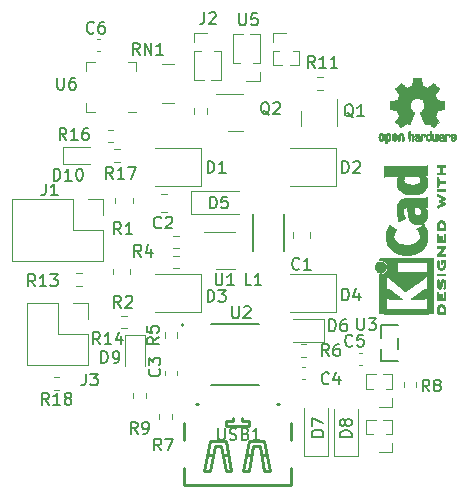
<source format=gbr>
%TF.GenerationSoftware,KiCad,Pcbnew,(7.0.0)*%
%TF.CreationDate,2024-01-31T21:47:27+02:00*%
%TF.ProjectId,FancyLight-V2,46616e63-794c-4696-9768-742d56322e6b,rev?*%
%TF.SameCoordinates,Original*%
%TF.FileFunction,Legend,Top*%
%TF.FilePolarity,Positive*%
%FSLAX46Y46*%
G04 Gerber Fmt 4.6, Leading zero omitted, Abs format (unit mm)*
G04 Created by KiCad (PCBNEW (7.0.0)) date 2024-01-31 21:47:27*
%MOMM*%
%LPD*%
G01*
G04 APERTURE LIST*
%ADD10C,0.150000*%
%ADD11C,0.010000*%
%ADD12C,0.120000*%
%ADD13C,0.127000*%
%ADD14C,0.200000*%
%ADD15C,0.250000*%
%ADD16C,0.254000*%
%ADD17C,0.152000*%
G04 APERTURE END LIST*
D10*
%TO.C,U6*%
X4738095Y-6517380D02*
X4738095Y-7326904D01*
X4738095Y-7326904D02*
X4785714Y-7422142D01*
X4785714Y-7422142D02*
X4833333Y-7469761D01*
X4833333Y-7469761D02*
X4928571Y-7517380D01*
X4928571Y-7517380D02*
X5119047Y-7517380D01*
X5119047Y-7517380D02*
X5214285Y-7469761D01*
X5214285Y-7469761D02*
X5261904Y-7422142D01*
X5261904Y-7422142D02*
X5309523Y-7326904D01*
X5309523Y-7326904D02*
X5309523Y-6517380D01*
X6214285Y-6517380D02*
X6023809Y-6517380D01*
X6023809Y-6517380D02*
X5928571Y-6565000D01*
X5928571Y-6565000D02*
X5880952Y-6612619D01*
X5880952Y-6612619D02*
X5785714Y-6755476D01*
X5785714Y-6755476D02*
X5738095Y-6945952D01*
X5738095Y-6945952D02*
X5738095Y-7326904D01*
X5738095Y-7326904D02*
X5785714Y-7422142D01*
X5785714Y-7422142D02*
X5833333Y-7469761D01*
X5833333Y-7469761D02*
X5928571Y-7517380D01*
X5928571Y-7517380D02*
X6119047Y-7517380D01*
X6119047Y-7517380D02*
X6214285Y-7469761D01*
X6214285Y-7469761D02*
X6261904Y-7422142D01*
X6261904Y-7422142D02*
X6309523Y-7326904D01*
X6309523Y-7326904D02*
X6309523Y-7088809D01*
X6309523Y-7088809D02*
X6261904Y-6993571D01*
X6261904Y-6993571D02*
X6214285Y-6945952D01*
X6214285Y-6945952D02*
X6119047Y-6898333D01*
X6119047Y-6898333D02*
X5928571Y-6898333D01*
X5928571Y-6898333D02*
X5833333Y-6945952D01*
X5833333Y-6945952D02*
X5785714Y-6993571D01*
X5785714Y-6993571D02*
X5738095Y-7088809D01*
%TO.C,D6*%
X27761905Y-27967380D02*
X27761905Y-26967380D01*
X27761905Y-26967380D02*
X28000000Y-26967380D01*
X28000000Y-26967380D02*
X28142857Y-27015000D01*
X28142857Y-27015000D02*
X28238095Y-27110238D01*
X28238095Y-27110238D02*
X28285714Y-27205476D01*
X28285714Y-27205476D02*
X28333333Y-27395952D01*
X28333333Y-27395952D02*
X28333333Y-27538809D01*
X28333333Y-27538809D02*
X28285714Y-27729285D01*
X28285714Y-27729285D02*
X28238095Y-27824523D01*
X28238095Y-27824523D02*
X28142857Y-27919761D01*
X28142857Y-27919761D02*
X28000000Y-27967380D01*
X28000000Y-27967380D02*
X27761905Y-27967380D01*
X29190476Y-26967380D02*
X29000000Y-26967380D01*
X29000000Y-26967380D02*
X28904762Y-27015000D01*
X28904762Y-27015000D02*
X28857143Y-27062619D01*
X28857143Y-27062619D02*
X28761905Y-27205476D01*
X28761905Y-27205476D02*
X28714286Y-27395952D01*
X28714286Y-27395952D02*
X28714286Y-27776904D01*
X28714286Y-27776904D02*
X28761905Y-27872142D01*
X28761905Y-27872142D02*
X28809524Y-27919761D01*
X28809524Y-27919761D02*
X28904762Y-27967380D01*
X28904762Y-27967380D02*
X29095238Y-27967380D01*
X29095238Y-27967380D02*
X29190476Y-27919761D01*
X29190476Y-27919761D02*
X29238095Y-27872142D01*
X29238095Y-27872142D02*
X29285714Y-27776904D01*
X29285714Y-27776904D02*
X29285714Y-27538809D01*
X29285714Y-27538809D02*
X29238095Y-27443571D01*
X29238095Y-27443571D02*
X29190476Y-27395952D01*
X29190476Y-27395952D02*
X29095238Y-27348333D01*
X29095238Y-27348333D02*
X28904762Y-27348333D01*
X28904762Y-27348333D02*
X28809524Y-27395952D01*
X28809524Y-27395952D02*
X28761905Y-27443571D01*
X28761905Y-27443571D02*
X28714286Y-27538809D01*
%TO.C,C4*%
X27733333Y-32372142D02*
X27685714Y-32419761D01*
X27685714Y-32419761D02*
X27542857Y-32467380D01*
X27542857Y-32467380D02*
X27447619Y-32467380D01*
X27447619Y-32467380D02*
X27304762Y-32419761D01*
X27304762Y-32419761D02*
X27209524Y-32324523D01*
X27209524Y-32324523D02*
X27161905Y-32229285D01*
X27161905Y-32229285D02*
X27114286Y-32038809D01*
X27114286Y-32038809D02*
X27114286Y-31895952D01*
X27114286Y-31895952D02*
X27161905Y-31705476D01*
X27161905Y-31705476D02*
X27209524Y-31610238D01*
X27209524Y-31610238D02*
X27304762Y-31515000D01*
X27304762Y-31515000D02*
X27447619Y-31467380D01*
X27447619Y-31467380D02*
X27542857Y-31467380D01*
X27542857Y-31467380D02*
X27685714Y-31515000D01*
X27685714Y-31515000D02*
X27733333Y-31562619D01*
X28590476Y-31800714D02*
X28590476Y-32467380D01*
X28352381Y-31419761D02*
X28114286Y-32134047D01*
X28114286Y-32134047D02*
X28733333Y-32134047D01*
%TO.C,R8*%
X36233333Y-33067380D02*
X35900000Y-32591190D01*
X35661905Y-33067380D02*
X35661905Y-32067380D01*
X35661905Y-32067380D02*
X36042857Y-32067380D01*
X36042857Y-32067380D02*
X36138095Y-32115000D01*
X36138095Y-32115000D02*
X36185714Y-32162619D01*
X36185714Y-32162619D02*
X36233333Y-32257857D01*
X36233333Y-32257857D02*
X36233333Y-32400714D01*
X36233333Y-32400714D02*
X36185714Y-32495952D01*
X36185714Y-32495952D02*
X36138095Y-32543571D01*
X36138095Y-32543571D02*
X36042857Y-32591190D01*
X36042857Y-32591190D02*
X35661905Y-32591190D01*
X36804762Y-32495952D02*
X36709524Y-32448333D01*
X36709524Y-32448333D02*
X36661905Y-32400714D01*
X36661905Y-32400714D02*
X36614286Y-32305476D01*
X36614286Y-32305476D02*
X36614286Y-32257857D01*
X36614286Y-32257857D02*
X36661905Y-32162619D01*
X36661905Y-32162619D02*
X36709524Y-32115000D01*
X36709524Y-32115000D02*
X36804762Y-32067380D01*
X36804762Y-32067380D02*
X36995238Y-32067380D01*
X36995238Y-32067380D02*
X37090476Y-32115000D01*
X37090476Y-32115000D02*
X37138095Y-32162619D01*
X37138095Y-32162619D02*
X37185714Y-32257857D01*
X37185714Y-32257857D02*
X37185714Y-32305476D01*
X37185714Y-32305476D02*
X37138095Y-32400714D01*
X37138095Y-32400714D02*
X37090476Y-32448333D01*
X37090476Y-32448333D02*
X36995238Y-32495952D01*
X36995238Y-32495952D02*
X36804762Y-32495952D01*
X36804762Y-32495952D02*
X36709524Y-32543571D01*
X36709524Y-32543571D02*
X36661905Y-32591190D01*
X36661905Y-32591190D02*
X36614286Y-32686428D01*
X36614286Y-32686428D02*
X36614286Y-32876904D01*
X36614286Y-32876904D02*
X36661905Y-32972142D01*
X36661905Y-32972142D02*
X36709524Y-33019761D01*
X36709524Y-33019761D02*
X36804762Y-33067380D01*
X36804762Y-33067380D02*
X36995238Y-33067380D01*
X36995238Y-33067380D02*
X37090476Y-33019761D01*
X37090476Y-33019761D02*
X37138095Y-32972142D01*
X37138095Y-32972142D02*
X37185714Y-32876904D01*
X37185714Y-32876904D02*
X37185714Y-32686428D01*
X37185714Y-32686428D02*
X37138095Y-32591190D01*
X37138095Y-32591190D02*
X37090476Y-32543571D01*
X37090476Y-32543571D02*
X36995238Y-32495952D01*
%TO.C,R11*%
X26557142Y-5667380D02*
X26223809Y-5191190D01*
X25985714Y-5667380D02*
X25985714Y-4667380D01*
X25985714Y-4667380D02*
X26366666Y-4667380D01*
X26366666Y-4667380D02*
X26461904Y-4715000D01*
X26461904Y-4715000D02*
X26509523Y-4762619D01*
X26509523Y-4762619D02*
X26557142Y-4857857D01*
X26557142Y-4857857D02*
X26557142Y-5000714D01*
X26557142Y-5000714D02*
X26509523Y-5095952D01*
X26509523Y-5095952D02*
X26461904Y-5143571D01*
X26461904Y-5143571D02*
X26366666Y-5191190D01*
X26366666Y-5191190D02*
X25985714Y-5191190D01*
X27509523Y-5667380D02*
X26938095Y-5667380D01*
X27223809Y-5667380D02*
X27223809Y-4667380D01*
X27223809Y-4667380D02*
X27128571Y-4810238D01*
X27128571Y-4810238D02*
X27033333Y-4905476D01*
X27033333Y-4905476D02*
X26938095Y-4953095D01*
X28461904Y-5667380D02*
X27890476Y-5667380D01*
X28176190Y-5667380D02*
X28176190Y-4667380D01*
X28176190Y-4667380D02*
X28080952Y-4810238D01*
X28080952Y-4810238D02*
X27985714Y-4905476D01*
X27985714Y-4905476D02*
X27890476Y-4953095D01*
%TO.C,R2*%
X10133333Y-25967380D02*
X9800000Y-25491190D01*
X9561905Y-25967380D02*
X9561905Y-24967380D01*
X9561905Y-24967380D02*
X9942857Y-24967380D01*
X9942857Y-24967380D02*
X10038095Y-25015000D01*
X10038095Y-25015000D02*
X10085714Y-25062619D01*
X10085714Y-25062619D02*
X10133333Y-25157857D01*
X10133333Y-25157857D02*
X10133333Y-25300714D01*
X10133333Y-25300714D02*
X10085714Y-25395952D01*
X10085714Y-25395952D02*
X10038095Y-25443571D01*
X10038095Y-25443571D02*
X9942857Y-25491190D01*
X9942857Y-25491190D02*
X9561905Y-25491190D01*
X10514286Y-25062619D02*
X10561905Y-25015000D01*
X10561905Y-25015000D02*
X10657143Y-24967380D01*
X10657143Y-24967380D02*
X10895238Y-24967380D01*
X10895238Y-24967380D02*
X10990476Y-25015000D01*
X10990476Y-25015000D02*
X11038095Y-25062619D01*
X11038095Y-25062619D02*
X11085714Y-25157857D01*
X11085714Y-25157857D02*
X11085714Y-25253095D01*
X11085714Y-25253095D02*
X11038095Y-25395952D01*
X11038095Y-25395952D02*
X10466667Y-25967380D01*
X10466667Y-25967380D02*
X11085714Y-25967380D01*
%TO.C,R6*%
X27733333Y-30067380D02*
X27400000Y-29591190D01*
X27161905Y-30067380D02*
X27161905Y-29067380D01*
X27161905Y-29067380D02*
X27542857Y-29067380D01*
X27542857Y-29067380D02*
X27638095Y-29115000D01*
X27638095Y-29115000D02*
X27685714Y-29162619D01*
X27685714Y-29162619D02*
X27733333Y-29257857D01*
X27733333Y-29257857D02*
X27733333Y-29400714D01*
X27733333Y-29400714D02*
X27685714Y-29495952D01*
X27685714Y-29495952D02*
X27638095Y-29543571D01*
X27638095Y-29543571D02*
X27542857Y-29591190D01*
X27542857Y-29591190D02*
X27161905Y-29591190D01*
X28590476Y-29067380D02*
X28400000Y-29067380D01*
X28400000Y-29067380D02*
X28304762Y-29115000D01*
X28304762Y-29115000D02*
X28257143Y-29162619D01*
X28257143Y-29162619D02*
X28161905Y-29305476D01*
X28161905Y-29305476D02*
X28114286Y-29495952D01*
X28114286Y-29495952D02*
X28114286Y-29876904D01*
X28114286Y-29876904D02*
X28161905Y-29972142D01*
X28161905Y-29972142D02*
X28209524Y-30019761D01*
X28209524Y-30019761D02*
X28304762Y-30067380D01*
X28304762Y-30067380D02*
X28495238Y-30067380D01*
X28495238Y-30067380D02*
X28590476Y-30019761D01*
X28590476Y-30019761D02*
X28638095Y-29972142D01*
X28638095Y-29972142D02*
X28685714Y-29876904D01*
X28685714Y-29876904D02*
X28685714Y-29638809D01*
X28685714Y-29638809D02*
X28638095Y-29543571D01*
X28638095Y-29543571D02*
X28590476Y-29495952D01*
X28590476Y-29495952D02*
X28495238Y-29448333D01*
X28495238Y-29448333D02*
X28304762Y-29448333D01*
X28304762Y-29448333D02*
X28209524Y-29495952D01*
X28209524Y-29495952D02*
X28161905Y-29543571D01*
X28161905Y-29543571D02*
X28114286Y-29638809D01*
%TO.C,D10*%
X4435714Y-15217380D02*
X4435714Y-14217380D01*
X4435714Y-14217380D02*
X4673809Y-14217380D01*
X4673809Y-14217380D02*
X4816666Y-14265000D01*
X4816666Y-14265000D02*
X4911904Y-14360238D01*
X4911904Y-14360238D02*
X4959523Y-14455476D01*
X4959523Y-14455476D02*
X5007142Y-14645952D01*
X5007142Y-14645952D02*
X5007142Y-14788809D01*
X5007142Y-14788809D02*
X4959523Y-14979285D01*
X4959523Y-14979285D02*
X4911904Y-15074523D01*
X4911904Y-15074523D02*
X4816666Y-15169761D01*
X4816666Y-15169761D02*
X4673809Y-15217380D01*
X4673809Y-15217380D02*
X4435714Y-15217380D01*
X5959523Y-15217380D02*
X5388095Y-15217380D01*
X5673809Y-15217380D02*
X5673809Y-14217380D01*
X5673809Y-14217380D02*
X5578571Y-14360238D01*
X5578571Y-14360238D02*
X5483333Y-14455476D01*
X5483333Y-14455476D02*
X5388095Y-14503095D01*
X6578571Y-14217380D02*
X6673809Y-14217380D01*
X6673809Y-14217380D02*
X6769047Y-14265000D01*
X6769047Y-14265000D02*
X6816666Y-14312619D01*
X6816666Y-14312619D02*
X6864285Y-14407857D01*
X6864285Y-14407857D02*
X6911904Y-14598333D01*
X6911904Y-14598333D02*
X6911904Y-14836428D01*
X6911904Y-14836428D02*
X6864285Y-15026904D01*
X6864285Y-15026904D02*
X6816666Y-15122142D01*
X6816666Y-15122142D02*
X6769047Y-15169761D01*
X6769047Y-15169761D02*
X6673809Y-15217380D01*
X6673809Y-15217380D02*
X6578571Y-15217380D01*
X6578571Y-15217380D02*
X6483333Y-15169761D01*
X6483333Y-15169761D02*
X6435714Y-15122142D01*
X6435714Y-15122142D02*
X6388095Y-15026904D01*
X6388095Y-15026904D02*
X6340476Y-14836428D01*
X6340476Y-14836428D02*
X6340476Y-14598333D01*
X6340476Y-14598333D02*
X6388095Y-14407857D01*
X6388095Y-14407857D02*
X6435714Y-14312619D01*
X6435714Y-14312619D02*
X6483333Y-14265000D01*
X6483333Y-14265000D02*
X6578571Y-14217380D01*
%TO.C,D3*%
X17461905Y-25467380D02*
X17461905Y-24467380D01*
X17461905Y-24467380D02*
X17700000Y-24467380D01*
X17700000Y-24467380D02*
X17842857Y-24515000D01*
X17842857Y-24515000D02*
X17938095Y-24610238D01*
X17938095Y-24610238D02*
X17985714Y-24705476D01*
X17985714Y-24705476D02*
X18033333Y-24895952D01*
X18033333Y-24895952D02*
X18033333Y-25038809D01*
X18033333Y-25038809D02*
X17985714Y-25229285D01*
X17985714Y-25229285D02*
X17938095Y-25324523D01*
X17938095Y-25324523D02*
X17842857Y-25419761D01*
X17842857Y-25419761D02*
X17700000Y-25467380D01*
X17700000Y-25467380D02*
X17461905Y-25467380D01*
X18366667Y-24467380D02*
X18985714Y-24467380D01*
X18985714Y-24467380D02*
X18652381Y-24848333D01*
X18652381Y-24848333D02*
X18795238Y-24848333D01*
X18795238Y-24848333D02*
X18890476Y-24895952D01*
X18890476Y-24895952D02*
X18938095Y-24943571D01*
X18938095Y-24943571D02*
X18985714Y-25038809D01*
X18985714Y-25038809D02*
X18985714Y-25276904D01*
X18985714Y-25276904D02*
X18938095Y-25372142D01*
X18938095Y-25372142D02*
X18890476Y-25419761D01*
X18890476Y-25419761D02*
X18795238Y-25467380D01*
X18795238Y-25467380D02*
X18509524Y-25467380D01*
X18509524Y-25467380D02*
X18414286Y-25419761D01*
X18414286Y-25419761D02*
X18366667Y-25372142D01*
%TO.C,J1*%
X3766666Y-15467380D02*
X3766666Y-16181666D01*
X3766666Y-16181666D02*
X3719047Y-16324523D01*
X3719047Y-16324523D02*
X3623809Y-16419761D01*
X3623809Y-16419761D02*
X3480952Y-16467380D01*
X3480952Y-16467380D02*
X3385714Y-16467380D01*
X4766666Y-16467380D02*
X4195238Y-16467380D01*
X4480952Y-16467380D02*
X4480952Y-15467380D01*
X4480952Y-15467380D02*
X4385714Y-15610238D01*
X4385714Y-15610238D02*
X4290476Y-15705476D01*
X4290476Y-15705476D02*
X4195238Y-15753095D01*
%TO.C,R9*%
X11533333Y-36667380D02*
X11200000Y-36191190D01*
X10961905Y-36667380D02*
X10961905Y-35667380D01*
X10961905Y-35667380D02*
X11342857Y-35667380D01*
X11342857Y-35667380D02*
X11438095Y-35715000D01*
X11438095Y-35715000D02*
X11485714Y-35762619D01*
X11485714Y-35762619D02*
X11533333Y-35857857D01*
X11533333Y-35857857D02*
X11533333Y-36000714D01*
X11533333Y-36000714D02*
X11485714Y-36095952D01*
X11485714Y-36095952D02*
X11438095Y-36143571D01*
X11438095Y-36143571D02*
X11342857Y-36191190D01*
X11342857Y-36191190D02*
X10961905Y-36191190D01*
X12009524Y-36667380D02*
X12200000Y-36667380D01*
X12200000Y-36667380D02*
X12295238Y-36619761D01*
X12295238Y-36619761D02*
X12342857Y-36572142D01*
X12342857Y-36572142D02*
X12438095Y-36429285D01*
X12438095Y-36429285D02*
X12485714Y-36238809D01*
X12485714Y-36238809D02*
X12485714Y-35857857D01*
X12485714Y-35857857D02*
X12438095Y-35762619D01*
X12438095Y-35762619D02*
X12390476Y-35715000D01*
X12390476Y-35715000D02*
X12295238Y-35667380D01*
X12295238Y-35667380D02*
X12104762Y-35667380D01*
X12104762Y-35667380D02*
X12009524Y-35715000D01*
X12009524Y-35715000D02*
X11961905Y-35762619D01*
X11961905Y-35762619D02*
X11914286Y-35857857D01*
X11914286Y-35857857D02*
X11914286Y-36095952D01*
X11914286Y-36095952D02*
X11961905Y-36191190D01*
X11961905Y-36191190D02*
X12009524Y-36238809D01*
X12009524Y-36238809D02*
X12104762Y-36286428D01*
X12104762Y-36286428D02*
X12295238Y-36286428D01*
X12295238Y-36286428D02*
X12390476Y-36238809D01*
X12390476Y-36238809D02*
X12438095Y-36191190D01*
X12438095Y-36191190D02*
X12485714Y-36095952D01*
%TO.C,D7*%
X27267380Y-36888094D02*
X26267380Y-36888094D01*
X26267380Y-36888094D02*
X26267380Y-36649999D01*
X26267380Y-36649999D02*
X26315000Y-36507142D01*
X26315000Y-36507142D02*
X26410238Y-36411904D01*
X26410238Y-36411904D02*
X26505476Y-36364285D01*
X26505476Y-36364285D02*
X26695952Y-36316666D01*
X26695952Y-36316666D02*
X26838809Y-36316666D01*
X26838809Y-36316666D02*
X27029285Y-36364285D01*
X27029285Y-36364285D02*
X27124523Y-36411904D01*
X27124523Y-36411904D02*
X27219761Y-36507142D01*
X27219761Y-36507142D02*
X27267380Y-36649999D01*
X27267380Y-36649999D02*
X27267380Y-36888094D01*
X26267380Y-35983332D02*
X26267380Y-35316666D01*
X26267380Y-35316666D02*
X27267380Y-35745237D01*
%TO.C,J3*%
X7166666Y-31567380D02*
X7166666Y-32281666D01*
X7166666Y-32281666D02*
X7119047Y-32424523D01*
X7119047Y-32424523D02*
X7023809Y-32519761D01*
X7023809Y-32519761D02*
X6880952Y-32567380D01*
X6880952Y-32567380D02*
X6785714Y-32567380D01*
X7547619Y-31567380D02*
X8166666Y-31567380D01*
X8166666Y-31567380D02*
X7833333Y-31948333D01*
X7833333Y-31948333D02*
X7976190Y-31948333D01*
X7976190Y-31948333D02*
X8071428Y-31995952D01*
X8071428Y-31995952D02*
X8119047Y-32043571D01*
X8119047Y-32043571D02*
X8166666Y-32138809D01*
X8166666Y-32138809D02*
X8166666Y-32376904D01*
X8166666Y-32376904D02*
X8119047Y-32472142D01*
X8119047Y-32472142D02*
X8071428Y-32519761D01*
X8071428Y-32519761D02*
X7976190Y-32567380D01*
X7976190Y-32567380D02*
X7690476Y-32567380D01*
X7690476Y-32567380D02*
X7595238Y-32519761D01*
X7595238Y-32519761D02*
X7547619Y-32472142D01*
%TO.C,D4*%
X28861905Y-25367380D02*
X28861905Y-24367380D01*
X28861905Y-24367380D02*
X29100000Y-24367380D01*
X29100000Y-24367380D02*
X29242857Y-24415000D01*
X29242857Y-24415000D02*
X29338095Y-24510238D01*
X29338095Y-24510238D02*
X29385714Y-24605476D01*
X29385714Y-24605476D02*
X29433333Y-24795952D01*
X29433333Y-24795952D02*
X29433333Y-24938809D01*
X29433333Y-24938809D02*
X29385714Y-25129285D01*
X29385714Y-25129285D02*
X29338095Y-25224523D01*
X29338095Y-25224523D02*
X29242857Y-25319761D01*
X29242857Y-25319761D02*
X29100000Y-25367380D01*
X29100000Y-25367380D02*
X28861905Y-25367380D01*
X30290476Y-24700714D02*
X30290476Y-25367380D01*
X30052381Y-24319761D02*
X29814286Y-25034047D01*
X29814286Y-25034047D02*
X30433333Y-25034047D01*
%TO.C,R16*%
X5507142Y-11767380D02*
X5173809Y-11291190D01*
X4935714Y-11767380D02*
X4935714Y-10767380D01*
X4935714Y-10767380D02*
X5316666Y-10767380D01*
X5316666Y-10767380D02*
X5411904Y-10815000D01*
X5411904Y-10815000D02*
X5459523Y-10862619D01*
X5459523Y-10862619D02*
X5507142Y-10957857D01*
X5507142Y-10957857D02*
X5507142Y-11100714D01*
X5507142Y-11100714D02*
X5459523Y-11195952D01*
X5459523Y-11195952D02*
X5411904Y-11243571D01*
X5411904Y-11243571D02*
X5316666Y-11291190D01*
X5316666Y-11291190D02*
X4935714Y-11291190D01*
X6459523Y-11767380D02*
X5888095Y-11767380D01*
X6173809Y-11767380D02*
X6173809Y-10767380D01*
X6173809Y-10767380D02*
X6078571Y-10910238D01*
X6078571Y-10910238D02*
X5983333Y-11005476D01*
X5983333Y-11005476D02*
X5888095Y-11053095D01*
X7316666Y-10767380D02*
X7126190Y-10767380D01*
X7126190Y-10767380D02*
X7030952Y-10815000D01*
X7030952Y-10815000D02*
X6983333Y-10862619D01*
X6983333Y-10862619D02*
X6888095Y-11005476D01*
X6888095Y-11005476D02*
X6840476Y-11195952D01*
X6840476Y-11195952D02*
X6840476Y-11576904D01*
X6840476Y-11576904D02*
X6888095Y-11672142D01*
X6888095Y-11672142D02*
X6935714Y-11719761D01*
X6935714Y-11719761D02*
X7030952Y-11767380D01*
X7030952Y-11767380D02*
X7221428Y-11767380D01*
X7221428Y-11767380D02*
X7316666Y-11719761D01*
X7316666Y-11719761D02*
X7364285Y-11672142D01*
X7364285Y-11672142D02*
X7411904Y-11576904D01*
X7411904Y-11576904D02*
X7411904Y-11338809D01*
X7411904Y-11338809D02*
X7364285Y-11243571D01*
X7364285Y-11243571D02*
X7316666Y-11195952D01*
X7316666Y-11195952D02*
X7221428Y-11148333D01*
X7221428Y-11148333D02*
X7030952Y-11148333D01*
X7030952Y-11148333D02*
X6935714Y-11195952D01*
X6935714Y-11195952D02*
X6888095Y-11243571D01*
X6888095Y-11243571D02*
X6840476Y-11338809D01*
%TO.C,R13*%
X2857142Y-24167380D02*
X2523809Y-23691190D01*
X2285714Y-24167380D02*
X2285714Y-23167380D01*
X2285714Y-23167380D02*
X2666666Y-23167380D01*
X2666666Y-23167380D02*
X2761904Y-23215000D01*
X2761904Y-23215000D02*
X2809523Y-23262619D01*
X2809523Y-23262619D02*
X2857142Y-23357857D01*
X2857142Y-23357857D02*
X2857142Y-23500714D01*
X2857142Y-23500714D02*
X2809523Y-23595952D01*
X2809523Y-23595952D02*
X2761904Y-23643571D01*
X2761904Y-23643571D02*
X2666666Y-23691190D01*
X2666666Y-23691190D02*
X2285714Y-23691190D01*
X3809523Y-24167380D02*
X3238095Y-24167380D01*
X3523809Y-24167380D02*
X3523809Y-23167380D01*
X3523809Y-23167380D02*
X3428571Y-23310238D01*
X3428571Y-23310238D02*
X3333333Y-23405476D01*
X3333333Y-23405476D02*
X3238095Y-23453095D01*
X4142857Y-23167380D02*
X4761904Y-23167380D01*
X4761904Y-23167380D02*
X4428571Y-23548333D01*
X4428571Y-23548333D02*
X4571428Y-23548333D01*
X4571428Y-23548333D02*
X4666666Y-23595952D01*
X4666666Y-23595952D02*
X4714285Y-23643571D01*
X4714285Y-23643571D02*
X4761904Y-23738809D01*
X4761904Y-23738809D02*
X4761904Y-23976904D01*
X4761904Y-23976904D02*
X4714285Y-24072142D01*
X4714285Y-24072142D02*
X4666666Y-24119761D01*
X4666666Y-24119761D02*
X4571428Y-24167380D01*
X4571428Y-24167380D02*
X4285714Y-24167380D01*
X4285714Y-24167380D02*
X4190476Y-24119761D01*
X4190476Y-24119761D02*
X4142857Y-24072142D01*
%TO.C,R5*%
X13312380Y-28466666D02*
X12836190Y-28799999D01*
X13312380Y-29038094D02*
X12312380Y-29038094D01*
X12312380Y-29038094D02*
X12312380Y-28657142D01*
X12312380Y-28657142D02*
X12360000Y-28561904D01*
X12360000Y-28561904D02*
X12407619Y-28514285D01*
X12407619Y-28514285D02*
X12502857Y-28466666D01*
X12502857Y-28466666D02*
X12645714Y-28466666D01*
X12645714Y-28466666D02*
X12740952Y-28514285D01*
X12740952Y-28514285D02*
X12788571Y-28561904D01*
X12788571Y-28561904D02*
X12836190Y-28657142D01*
X12836190Y-28657142D02*
X12836190Y-29038094D01*
X12312380Y-27561904D02*
X12312380Y-28038094D01*
X12312380Y-28038094D02*
X12788571Y-28085713D01*
X12788571Y-28085713D02*
X12740952Y-28038094D01*
X12740952Y-28038094D02*
X12693333Y-27942856D01*
X12693333Y-27942856D02*
X12693333Y-27704761D01*
X12693333Y-27704761D02*
X12740952Y-27609523D01*
X12740952Y-27609523D02*
X12788571Y-27561904D01*
X12788571Y-27561904D02*
X12883809Y-27514285D01*
X12883809Y-27514285D02*
X13121904Y-27514285D01*
X13121904Y-27514285D02*
X13217142Y-27561904D01*
X13217142Y-27561904D02*
X13264761Y-27609523D01*
X13264761Y-27609523D02*
X13312380Y-27704761D01*
X13312380Y-27704761D02*
X13312380Y-27942856D01*
X13312380Y-27942856D02*
X13264761Y-28038094D01*
X13264761Y-28038094D02*
X13217142Y-28085713D01*
%TO.C,R1*%
X10133333Y-19767380D02*
X9800000Y-19291190D01*
X9561905Y-19767380D02*
X9561905Y-18767380D01*
X9561905Y-18767380D02*
X9942857Y-18767380D01*
X9942857Y-18767380D02*
X10038095Y-18815000D01*
X10038095Y-18815000D02*
X10085714Y-18862619D01*
X10085714Y-18862619D02*
X10133333Y-18957857D01*
X10133333Y-18957857D02*
X10133333Y-19100714D01*
X10133333Y-19100714D02*
X10085714Y-19195952D01*
X10085714Y-19195952D02*
X10038095Y-19243571D01*
X10038095Y-19243571D02*
X9942857Y-19291190D01*
X9942857Y-19291190D02*
X9561905Y-19291190D01*
X11085714Y-19767380D02*
X10514286Y-19767380D01*
X10800000Y-19767380D02*
X10800000Y-18767380D01*
X10800000Y-18767380D02*
X10704762Y-18910238D01*
X10704762Y-18910238D02*
X10609524Y-19005476D01*
X10609524Y-19005476D02*
X10514286Y-19053095D01*
%TO.C,D2*%
X28861905Y-14570380D02*
X28861905Y-13570380D01*
X28861905Y-13570380D02*
X29100000Y-13570380D01*
X29100000Y-13570380D02*
X29242857Y-13618000D01*
X29242857Y-13618000D02*
X29338095Y-13713238D01*
X29338095Y-13713238D02*
X29385714Y-13808476D01*
X29385714Y-13808476D02*
X29433333Y-13998952D01*
X29433333Y-13998952D02*
X29433333Y-14141809D01*
X29433333Y-14141809D02*
X29385714Y-14332285D01*
X29385714Y-14332285D02*
X29338095Y-14427523D01*
X29338095Y-14427523D02*
X29242857Y-14522761D01*
X29242857Y-14522761D02*
X29100000Y-14570380D01*
X29100000Y-14570380D02*
X28861905Y-14570380D01*
X29814286Y-13665619D02*
X29861905Y-13618000D01*
X29861905Y-13618000D02*
X29957143Y-13570380D01*
X29957143Y-13570380D02*
X30195238Y-13570380D01*
X30195238Y-13570380D02*
X30290476Y-13618000D01*
X30290476Y-13618000D02*
X30338095Y-13665619D01*
X30338095Y-13665619D02*
X30385714Y-13760857D01*
X30385714Y-13760857D02*
X30385714Y-13856095D01*
X30385714Y-13856095D02*
X30338095Y-13998952D01*
X30338095Y-13998952D02*
X29766667Y-14570380D01*
X29766667Y-14570380D02*
X30385714Y-14570380D01*
%TO.C,C1*%
X25233333Y-22672142D02*
X25185714Y-22719761D01*
X25185714Y-22719761D02*
X25042857Y-22767380D01*
X25042857Y-22767380D02*
X24947619Y-22767380D01*
X24947619Y-22767380D02*
X24804762Y-22719761D01*
X24804762Y-22719761D02*
X24709524Y-22624523D01*
X24709524Y-22624523D02*
X24661905Y-22529285D01*
X24661905Y-22529285D02*
X24614286Y-22338809D01*
X24614286Y-22338809D02*
X24614286Y-22195952D01*
X24614286Y-22195952D02*
X24661905Y-22005476D01*
X24661905Y-22005476D02*
X24709524Y-21910238D01*
X24709524Y-21910238D02*
X24804762Y-21815000D01*
X24804762Y-21815000D02*
X24947619Y-21767380D01*
X24947619Y-21767380D02*
X25042857Y-21767380D01*
X25042857Y-21767380D02*
X25185714Y-21815000D01*
X25185714Y-21815000D02*
X25233333Y-21862619D01*
X26185714Y-22767380D02*
X25614286Y-22767380D01*
X25900000Y-22767380D02*
X25900000Y-21767380D01*
X25900000Y-21767380D02*
X25804762Y-21910238D01*
X25804762Y-21910238D02*
X25709524Y-22005476D01*
X25709524Y-22005476D02*
X25614286Y-22053095D01*
%TO.C,D5*%
X17661905Y-17567380D02*
X17661905Y-16567380D01*
X17661905Y-16567380D02*
X17900000Y-16567380D01*
X17900000Y-16567380D02*
X18042857Y-16615000D01*
X18042857Y-16615000D02*
X18138095Y-16710238D01*
X18138095Y-16710238D02*
X18185714Y-16805476D01*
X18185714Y-16805476D02*
X18233333Y-16995952D01*
X18233333Y-16995952D02*
X18233333Y-17138809D01*
X18233333Y-17138809D02*
X18185714Y-17329285D01*
X18185714Y-17329285D02*
X18138095Y-17424523D01*
X18138095Y-17424523D02*
X18042857Y-17519761D01*
X18042857Y-17519761D02*
X17900000Y-17567380D01*
X17900000Y-17567380D02*
X17661905Y-17567380D01*
X19138095Y-16567380D02*
X18661905Y-16567380D01*
X18661905Y-16567380D02*
X18614286Y-17043571D01*
X18614286Y-17043571D02*
X18661905Y-16995952D01*
X18661905Y-16995952D02*
X18757143Y-16948333D01*
X18757143Y-16948333D02*
X18995238Y-16948333D01*
X18995238Y-16948333D02*
X19090476Y-16995952D01*
X19090476Y-16995952D02*
X19138095Y-17043571D01*
X19138095Y-17043571D02*
X19185714Y-17138809D01*
X19185714Y-17138809D02*
X19185714Y-17376904D01*
X19185714Y-17376904D02*
X19138095Y-17472142D01*
X19138095Y-17472142D02*
X19090476Y-17519761D01*
X19090476Y-17519761D02*
X18995238Y-17567380D01*
X18995238Y-17567380D02*
X18757143Y-17567380D01*
X18757143Y-17567380D02*
X18661905Y-17519761D01*
X18661905Y-17519761D02*
X18614286Y-17472142D01*
%TO.C,J2*%
X17166666Y-967380D02*
X17166666Y-1681666D01*
X17166666Y-1681666D02*
X17119047Y-1824523D01*
X17119047Y-1824523D02*
X17023809Y-1919761D01*
X17023809Y-1919761D02*
X16880952Y-1967380D01*
X16880952Y-1967380D02*
X16785714Y-1967380D01*
X17595238Y-1062619D02*
X17642857Y-1015000D01*
X17642857Y-1015000D02*
X17738095Y-967380D01*
X17738095Y-967380D02*
X17976190Y-967380D01*
X17976190Y-967380D02*
X18071428Y-1015000D01*
X18071428Y-1015000D02*
X18119047Y-1062619D01*
X18119047Y-1062619D02*
X18166666Y-1157857D01*
X18166666Y-1157857D02*
X18166666Y-1253095D01*
X18166666Y-1253095D02*
X18119047Y-1395952D01*
X18119047Y-1395952D02*
X17547619Y-1967380D01*
X17547619Y-1967380D02*
X18166666Y-1967380D01*
%TO.C,Q2*%
X22704761Y-9662619D02*
X22609523Y-9615000D01*
X22609523Y-9615000D02*
X22514285Y-9519761D01*
X22514285Y-9519761D02*
X22371428Y-9376904D01*
X22371428Y-9376904D02*
X22276190Y-9329285D01*
X22276190Y-9329285D02*
X22180952Y-9329285D01*
X22228571Y-9567380D02*
X22133333Y-9519761D01*
X22133333Y-9519761D02*
X22038095Y-9424523D01*
X22038095Y-9424523D02*
X21990476Y-9234047D01*
X21990476Y-9234047D02*
X21990476Y-8900714D01*
X21990476Y-8900714D02*
X22038095Y-8710238D01*
X22038095Y-8710238D02*
X22133333Y-8615000D01*
X22133333Y-8615000D02*
X22228571Y-8567380D01*
X22228571Y-8567380D02*
X22419047Y-8567380D01*
X22419047Y-8567380D02*
X22514285Y-8615000D01*
X22514285Y-8615000D02*
X22609523Y-8710238D01*
X22609523Y-8710238D02*
X22657142Y-8900714D01*
X22657142Y-8900714D02*
X22657142Y-9234047D01*
X22657142Y-9234047D02*
X22609523Y-9424523D01*
X22609523Y-9424523D02*
X22514285Y-9519761D01*
X22514285Y-9519761D02*
X22419047Y-9567380D01*
X22419047Y-9567380D02*
X22228571Y-9567380D01*
X23038095Y-8662619D02*
X23085714Y-8615000D01*
X23085714Y-8615000D02*
X23180952Y-8567380D01*
X23180952Y-8567380D02*
X23419047Y-8567380D01*
X23419047Y-8567380D02*
X23514285Y-8615000D01*
X23514285Y-8615000D02*
X23561904Y-8662619D01*
X23561904Y-8662619D02*
X23609523Y-8757857D01*
X23609523Y-8757857D02*
X23609523Y-8853095D01*
X23609523Y-8853095D02*
X23561904Y-8995952D01*
X23561904Y-8995952D02*
X22990476Y-9567380D01*
X22990476Y-9567380D02*
X23609523Y-9567380D01*
%TO.C,R17*%
X9457142Y-15067380D02*
X9123809Y-14591190D01*
X8885714Y-15067380D02*
X8885714Y-14067380D01*
X8885714Y-14067380D02*
X9266666Y-14067380D01*
X9266666Y-14067380D02*
X9361904Y-14115000D01*
X9361904Y-14115000D02*
X9409523Y-14162619D01*
X9409523Y-14162619D02*
X9457142Y-14257857D01*
X9457142Y-14257857D02*
X9457142Y-14400714D01*
X9457142Y-14400714D02*
X9409523Y-14495952D01*
X9409523Y-14495952D02*
X9361904Y-14543571D01*
X9361904Y-14543571D02*
X9266666Y-14591190D01*
X9266666Y-14591190D02*
X8885714Y-14591190D01*
X10409523Y-15067380D02*
X9838095Y-15067380D01*
X10123809Y-15067380D02*
X10123809Y-14067380D01*
X10123809Y-14067380D02*
X10028571Y-14210238D01*
X10028571Y-14210238D02*
X9933333Y-14305476D01*
X9933333Y-14305476D02*
X9838095Y-14353095D01*
X10742857Y-14067380D02*
X11409523Y-14067380D01*
X11409523Y-14067380D02*
X10980952Y-15067380D01*
%TO.C,L1*%
X21156033Y-24067380D02*
X20679843Y-24067380D01*
X20679843Y-24067380D02*
X20679843Y-23067380D01*
X22013176Y-24067380D02*
X21441748Y-24067380D01*
X21727462Y-24067380D02*
X21727462Y-23067380D01*
X21727462Y-23067380D02*
X21632224Y-23210238D01*
X21632224Y-23210238D02*
X21536986Y-23305476D01*
X21536986Y-23305476D02*
X21441748Y-23353095D01*
%TO.C,U2*%
X19538095Y-25867380D02*
X19538095Y-26676904D01*
X19538095Y-26676904D02*
X19585714Y-26772142D01*
X19585714Y-26772142D02*
X19633333Y-26819761D01*
X19633333Y-26819761D02*
X19728571Y-26867380D01*
X19728571Y-26867380D02*
X19919047Y-26867380D01*
X19919047Y-26867380D02*
X20014285Y-26819761D01*
X20014285Y-26819761D02*
X20061904Y-26772142D01*
X20061904Y-26772142D02*
X20109523Y-26676904D01*
X20109523Y-26676904D02*
X20109523Y-25867380D01*
X20538095Y-25962619D02*
X20585714Y-25915000D01*
X20585714Y-25915000D02*
X20680952Y-25867380D01*
X20680952Y-25867380D02*
X20919047Y-25867380D01*
X20919047Y-25867380D02*
X21014285Y-25915000D01*
X21014285Y-25915000D02*
X21061904Y-25962619D01*
X21061904Y-25962619D02*
X21109523Y-26057857D01*
X21109523Y-26057857D02*
X21109523Y-26153095D01*
X21109523Y-26153095D02*
X21061904Y-26295952D01*
X21061904Y-26295952D02*
X20490476Y-26867380D01*
X20490476Y-26867380D02*
X21109523Y-26867380D01*
%TO.C,D9*%
X8461905Y-30667380D02*
X8461905Y-29667380D01*
X8461905Y-29667380D02*
X8700000Y-29667380D01*
X8700000Y-29667380D02*
X8842857Y-29715000D01*
X8842857Y-29715000D02*
X8938095Y-29810238D01*
X8938095Y-29810238D02*
X8985714Y-29905476D01*
X8985714Y-29905476D02*
X9033333Y-30095952D01*
X9033333Y-30095952D02*
X9033333Y-30238809D01*
X9033333Y-30238809D02*
X8985714Y-30429285D01*
X8985714Y-30429285D02*
X8938095Y-30524523D01*
X8938095Y-30524523D02*
X8842857Y-30619761D01*
X8842857Y-30619761D02*
X8700000Y-30667380D01*
X8700000Y-30667380D02*
X8461905Y-30667380D01*
X9509524Y-30667380D02*
X9700000Y-30667380D01*
X9700000Y-30667380D02*
X9795238Y-30619761D01*
X9795238Y-30619761D02*
X9842857Y-30572142D01*
X9842857Y-30572142D02*
X9938095Y-30429285D01*
X9938095Y-30429285D02*
X9985714Y-30238809D01*
X9985714Y-30238809D02*
X9985714Y-29857857D01*
X9985714Y-29857857D02*
X9938095Y-29762619D01*
X9938095Y-29762619D02*
X9890476Y-29715000D01*
X9890476Y-29715000D02*
X9795238Y-29667380D01*
X9795238Y-29667380D02*
X9604762Y-29667380D01*
X9604762Y-29667380D02*
X9509524Y-29715000D01*
X9509524Y-29715000D02*
X9461905Y-29762619D01*
X9461905Y-29762619D02*
X9414286Y-29857857D01*
X9414286Y-29857857D02*
X9414286Y-30095952D01*
X9414286Y-30095952D02*
X9461905Y-30191190D01*
X9461905Y-30191190D02*
X9509524Y-30238809D01*
X9509524Y-30238809D02*
X9604762Y-30286428D01*
X9604762Y-30286428D02*
X9795238Y-30286428D01*
X9795238Y-30286428D02*
X9890476Y-30238809D01*
X9890476Y-30238809D02*
X9938095Y-30191190D01*
X9938095Y-30191190D02*
X9985714Y-30095952D01*
%TO.C,R7*%
X13533333Y-38067380D02*
X13200000Y-37591190D01*
X12961905Y-38067380D02*
X12961905Y-37067380D01*
X12961905Y-37067380D02*
X13342857Y-37067380D01*
X13342857Y-37067380D02*
X13438095Y-37115000D01*
X13438095Y-37115000D02*
X13485714Y-37162619D01*
X13485714Y-37162619D02*
X13533333Y-37257857D01*
X13533333Y-37257857D02*
X13533333Y-37400714D01*
X13533333Y-37400714D02*
X13485714Y-37495952D01*
X13485714Y-37495952D02*
X13438095Y-37543571D01*
X13438095Y-37543571D02*
X13342857Y-37591190D01*
X13342857Y-37591190D02*
X12961905Y-37591190D01*
X13866667Y-37067380D02*
X14533333Y-37067380D01*
X14533333Y-37067380D02*
X14104762Y-38067380D01*
%TO.C,U1*%
X18138095Y-23067380D02*
X18138095Y-23876904D01*
X18138095Y-23876904D02*
X18185714Y-23972142D01*
X18185714Y-23972142D02*
X18233333Y-24019761D01*
X18233333Y-24019761D02*
X18328571Y-24067380D01*
X18328571Y-24067380D02*
X18519047Y-24067380D01*
X18519047Y-24067380D02*
X18614285Y-24019761D01*
X18614285Y-24019761D02*
X18661904Y-23972142D01*
X18661904Y-23972142D02*
X18709523Y-23876904D01*
X18709523Y-23876904D02*
X18709523Y-23067380D01*
X19709523Y-24067380D02*
X19138095Y-24067380D01*
X19423809Y-24067380D02*
X19423809Y-23067380D01*
X19423809Y-23067380D02*
X19328571Y-23210238D01*
X19328571Y-23210238D02*
X19233333Y-23305476D01*
X19233333Y-23305476D02*
X19138095Y-23353095D01*
%TO.C,U5*%
X20138095Y-1067380D02*
X20138095Y-1876904D01*
X20138095Y-1876904D02*
X20185714Y-1972142D01*
X20185714Y-1972142D02*
X20233333Y-2019761D01*
X20233333Y-2019761D02*
X20328571Y-2067380D01*
X20328571Y-2067380D02*
X20519047Y-2067380D01*
X20519047Y-2067380D02*
X20614285Y-2019761D01*
X20614285Y-2019761D02*
X20661904Y-1972142D01*
X20661904Y-1972142D02*
X20709523Y-1876904D01*
X20709523Y-1876904D02*
X20709523Y-1067380D01*
X21661904Y-1067380D02*
X21185714Y-1067380D01*
X21185714Y-1067380D02*
X21138095Y-1543571D01*
X21138095Y-1543571D02*
X21185714Y-1495952D01*
X21185714Y-1495952D02*
X21280952Y-1448333D01*
X21280952Y-1448333D02*
X21519047Y-1448333D01*
X21519047Y-1448333D02*
X21614285Y-1495952D01*
X21614285Y-1495952D02*
X21661904Y-1543571D01*
X21661904Y-1543571D02*
X21709523Y-1638809D01*
X21709523Y-1638809D02*
X21709523Y-1876904D01*
X21709523Y-1876904D02*
X21661904Y-1972142D01*
X21661904Y-1972142D02*
X21614285Y-2019761D01*
X21614285Y-2019761D02*
X21519047Y-2067380D01*
X21519047Y-2067380D02*
X21280952Y-2067380D01*
X21280952Y-2067380D02*
X21185714Y-2019761D01*
X21185714Y-2019761D02*
X21138095Y-1972142D01*
%TO.C,C2*%
X13533333Y-19172142D02*
X13485714Y-19219761D01*
X13485714Y-19219761D02*
X13342857Y-19267380D01*
X13342857Y-19267380D02*
X13247619Y-19267380D01*
X13247619Y-19267380D02*
X13104762Y-19219761D01*
X13104762Y-19219761D02*
X13009524Y-19124523D01*
X13009524Y-19124523D02*
X12961905Y-19029285D01*
X12961905Y-19029285D02*
X12914286Y-18838809D01*
X12914286Y-18838809D02*
X12914286Y-18695952D01*
X12914286Y-18695952D02*
X12961905Y-18505476D01*
X12961905Y-18505476D02*
X13009524Y-18410238D01*
X13009524Y-18410238D02*
X13104762Y-18315000D01*
X13104762Y-18315000D02*
X13247619Y-18267380D01*
X13247619Y-18267380D02*
X13342857Y-18267380D01*
X13342857Y-18267380D02*
X13485714Y-18315000D01*
X13485714Y-18315000D02*
X13533333Y-18362619D01*
X13914286Y-18362619D02*
X13961905Y-18315000D01*
X13961905Y-18315000D02*
X14057143Y-18267380D01*
X14057143Y-18267380D02*
X14295238Y-18267380D01*
X14295238Y-18267380D02*
X14390476Y-18315000D01*
X14390476Y-18315000D02*
X14438095Y-18362619D01*
X14438095Y-18362619D02*
X14485714Y-18457857D01*
X14485714Y-18457857D02*
X14485714Y-18553095D01*
X14485714Y-18553095D02*
X14438095Y-18695952D01*
X14438095Y-18695952D02*
X13866667Y-19267380D01*
X13866667Y-19267380D02*
X14485714Y-19267380D01*
%TO.C,D1*%
X17461905Y-14570380D02*
X17461905Y-13570380D01*
X17461905Y-13570380D02*
X17700000Y-13570380D01*
X17700000Y-13570380D02*
X17842857Y-13618000D01*
X17842857Y-13618000D02*
X17938095Y-13713238D01*
X17938095Y-13713238D02*
X17985714Y-13808476D01*
X17985714Y-13808476D02*
X18033333Y-13998952D01*
X18033333Y-13998952D02*
X18033333Y-14141809D01*
X18033333Y-14141809D02*
X17985714Y-14332285D01*
X17985714Y-14332285D02*
X17938095Y-14427523D01*
X17938095Y-14427523D02*
X17842857Y-14522761D01*
X17842857Y-14522761D02*
X17700000Y-14570380D01*
X17700000Y-14570380D02*
X17461905Y-14570380D01*
X18985714Y-14570380D02*
X18414286Y-14570380D01*
X18700000Y-14570380D02*
X18700000Y-13570380D01*
X18700000Y-13570380D02*
X18604762Y-13713238D01*
X18604762Y-13713238D02*
X18509524Y-13808476D01*
X18509524Y-13808476D02*
X18414286Y-13856095D01*
%TO.C,C3*%
X13372142Y-31166666D02*
X13419761Y-31214285D01*
X13419761Y-31214285D02*
X13467380Y-31357142D01*
X13467380Y-31357142D02*
X13467380Y-31452380D01*
X13467380Y-31452380D02*
X13419761Y-31595237D01*
X13419761Y-31595237D02*
X13324523Y-31690475D01*
X13324523Y-31690475D02*
X13229285Y-31738094D01*
X13229285Y-31738094D02*
X13038809Y-31785713D01*
X13038809Y-31785713D02*
X12895952Y-31785713D01*
X12895952Y-31785713D02*
X12705476Y-31738094D01*
X12705476Y-31738094D02*
X12610238Y-31690475D01*
X12610238Y-31690475D02*
X12515000Y-31595237D01*
X12515000Y-31595237D02*
X12467380Y-31452380D01*
X12467380Y-31452380D02*
X12467380Y-31357142D01*
X12467380Y-31357142D02*
X12515000Y-31214285D01*
X12515000Y-31214285D02*
X12562619Y-31166666D01*
X12467380Y-30833332D02*
X12467380Y-30214285D01*
X12467380Y-30214285D02*
X12848333Y-30547618D01*
X12848333Y-30547618D02*
X12848333Y-30404761D01*
X12848333Y-30404761D02*
X12895952Y-30309523D01*
X12895952Y-30309523D02*
X12943571Y-30261904D01*
X12943571Y-30261904D02*
X13038809Y-30214285D01*
X13038809Y-30214285D02*
X13276904Y-30214285D01*
X13276904Y-30214285D02*
X13372142Y-30261904D01*
X13372142Y-30261904D02*
X13419761Y-30309523D01*
X13419761Y-30309523D02*
X13467380Y-30404761D01*
X13467380Y-30404761D02*
X13467380Y-30690475D01*
X13467380Y-30690475D02*
X13419761Y-30785713D01*
X13419761Y-30785713D02*
X13372142Y-30833332D01*
%TO.C,C5*%
X29733333Y-29172142D02*
X29685714Y-29219761D01*
X29685714Y-29219761D02*
X29542857Y-29267380D01*
X29542857Y-29267380D02*
X29447619Y-29267380D01*
X29447619Y-29267380D02*
X29304762Y-29219761D01*
X29304762Y-29219761D02*
X29209524Y-29124523D01*
X29209524Y-29124523D02*
X29161905Y-29029285D01*
X29161905Y-29029285D02*
X29114286Y-28838809D01*
X29114286Y-28838809D02*
X29114286Y-28695952D01*
X29114286Y-28695952D02*
X29161905Y-28505476D01*
X29161905Y-28505476D02*
X29209524Y-28410238D01*
X29209524Y-28410238D02*
X29304762Y-28315000D01*
X29304762Y-28315000D02*
X29447619Y-28267380D01*
X29447619Y-28267380D02*
X29542857Y-28267380D01*
X29542857Y-28267380D02*
X29685714Y-28315000D01*
X29685714Y-28315000D02*
X29733333Y-28362619D01*
X30638095Y-28267380D02*
X30161905Y-28267380D01*
X30161905Y-28267380D02*
X30114286Y-28743571D01*
X30114286Y-28743571D02*
X30161905Y-28695952D01*
X30161905Y-28695952D02*
X30257143Y-28648333D01*
X30257143Y-28648333D02*
X30495238Y-28648333D01*
X30495238Y-28648333D02*
X30590476Y-28695952D01*
X30590476Y-28695952D02*
X30638095Y-28743571D01*
X30638095Y-28743571D02*
X30685714Y-28838809D01*
X30685714Y-28838809D02*
X30685714Y-29076904D01*
X30685714Y-29076904D02*
X30638095Y-29172142D01*
X30638095Y-29172142D02*
X30590476Y-29219761D01*
X30590476Y-29219761D02*
X30495238Y-29267380D01*
X30495238Y-29267380D02*
X30257143Y-29267380D01*
X30257143Y-29267380D02*
X30161905Y-29219761D01*
X30161905Y-29219761D02*
X30114286Y-29172142D01*
%TO.C,C6*%
X7833333Y-2672142D02*
X7785714Y-2719761D01*
X7785714Y-2719761D02*
X7642857Y-2767380D01*
X7642857Y-2767380D02*
X7547619Y-2767380D01*
X7547619Y-2767380D02*
X7404762Y-2719761D01*
X7404762Y-2719761D02*
X7309524Y-2624523D01*
X7309524Y-2624523D02*
X7261905Y-2529285D01*
X7261905Y-2529285D02*
X7214286Y-2338809D01*
X7214286Y-2338809D02*
X7214286Y-2195952D01*
X7214286Y-2195952D02*
X7261905Y-2005476D01*
X7261905Y-2005476D02*
X7309524Y-1910238D01*
X7309524Y-1910238D02*
X7404762Y-1815000D01*
X7404762Y-1815000D02*
X7547619Y-1767380D01*
X7547619Y-1767380D02*
X7642857Y-1767380D01*
X7642857Y-1767380D02*
X7785714Y-1815000D01*
X7785714Y-1815000D02*
X7833333Y-1862619D01*
X8690476Y-1767380D02*
X8500000Y-1767380D01*
X8500000Y-1767380D02*
X8404762Y-1815000D01*
X8404762Y-1815000D02*
X8357143Y-1862619D01*
X8357143Y-1862619D02*
X8261905Y-2005476D01*
X8261905Y-2005476D02*
X8214286Y-2195952D01*
X8214286Y-2195952D02*
X8214286Y-2576904D01*
X8214286Y-2576904D02*
X8261905Y-2672142D01*
X8261905Y-2672142D02*
X8309524Y-2719761D01*
X8309524Y-2719761D02*
X8404762Y-2767380D01*
X8404762Y-2767380D02*
X8595238Y-2767380D01*
X8595238Y-2767380D02*
X8690476Y-2719761D01*
X8690476Y-2719761D02*
X8738095Y-2672142D01*
X8738095Y-2672142D02*
X8785714Y-2576904D01*
X8785714Y-2576904D02*
X8785714Y-2338809D01*
X8785714Y-2338809D02*
X8738095Y-2243571D01*
X8738095Y-2243571D02*
X8690476Y-2195952D01*
X8690476Y-2195952D02*
X8595238Y-2148333D01*
X8595238Y-2148333D02*
X8404762Y-2148333D01*
X8404762Y-2148333D02*
X8309524Y-2195952D01*
X8309524Y-2195952D02*
X8261905Y-2243571D01*
X8261905Y-2243571D02*
X8214286Y-2338809D01*
%TO.C,D8*%
X29667380Y-36938094D02*
X28667380Y-36938094D01*
X28667380Y-36938094D02*
X28667380Y-36699999D01*
X28667380Y-36699999D02*
X28715000Y-36557142D01*
X28715000Y-36557142D02*
X28810238Y-36461904D01*
X28810238Y-36461904D02*
X28905476Y-36414285D01*
X28905476Y-36414285D02*
X29095952Y-36366666D01*
X29095952Y-36366666D02*
X29238809Y-36366666D01*
X29238809Y-36366666D02*
X29429285Y-36414285D01*
X29429285Y-36414285D02*
X29524523Y-36461904D01*
X29524523Y-36461904D02*
X29619761Y-36557142D01*
X29619761Y-36557142D02*
X29667380Y-36699999D01*
X29667380Y-36699999D02*
X29667380Y-36938094D01*
X29095952Y-35795237D02*
X29048333Y-35890475D01*
X29048333Y-35890475D02*
X29000714Y-35938094D01*
X29000714Y-35938094D02*
X28905476Y-35985713D01*
X28905476Y-35985713D02*
X28857857Y-35985713D01*
X28857857Y-35985713D02*
X28762619Y-35938094D01*
X28762619Y-35938094D02*
X28715000Y-35890475D01*
X28715000Y-35890475D02*
X28667380Y-35795237D01*
X28667380Y-35795237D02*
X28667380Y-35604761D01*
X28667380Y-35604761D02*
X28715000Y-35509523D01*
X28715000Y-35509523D02*
X28762619Y-35461904D01*
X28762619Y-35461904D02*
X28857857Y-35414285D01*
X28857857Y-35414285D02*
X28905476Y-35414285D01*
X28905476Y-35414285D02*
X29000714Y-35461904D01*
X29000714Y-35461904D02*
X29048333Y-35509523D01*
X29048333Y-35509523D02*
X29095952Y-35604761D01*
X29095952Y-35604761D02*
X29095952Y-35795237D01*
X29095952Y-35795237D02*
X29143571Y-35890475D01*
X29143571Y-35890475D02*
X29191190Y-35938094D01*
X29191190Y-35938094D02*
X29286428Y-35985713D01*
X29286428Y-35985713D02*
X29476904Y-35985713D01*
X29476904Y-35985713D02*
X29572142Y-35938094D01*
X29572142Y-35938094D02*
X29619761Y-35890475D01*
X29619761Y-35890475D02*
X29667380Y-35795237D01*
X29667380Y-35795237D02*
X29667380Y-35604761D01*
X29667380Y-35604761D02*
X29619761Y-35509523D01*
X29619761Y-35509523D02*
X29572142Y-35461904D01*
X29572142Y-35461904D02*
X29476904Y-35414285D01*
X29476904Y-35414285D02*
X29286428Y-35414285D01*
X29286428Y-35414285D02*
X29191190Y-35461904D01*
X29191190Y-35461904D02*
X29143571Y-35509523D01*
X29143571Y-35509523D02*
X29095952Y-35604761D01*
%TO.C,Q1*%
X29804761Y-9862619D02*
X29709523Y-9815000D01*
X29709523Y-9815000D02*
X29614285Y-9719761D01*
X29614285Y-9719761D02*
X29471428Y-9576904D01*
X29471428Y-9576904D02*
X29376190Y-9529285D01*
X29376190Y-9529285D02*
X29280952Y-9529285D01*
X29328571Y-9767380D02*
X29233333Y-9719761D01*
X29233333Y-9719761D02*
X29138095Y-9624523D01*
X29138095Y-9624523D02*
X29090476Y-9434047D01*
X29090476Y-9434047D02*
X29090476Y-9100714D01*
X29090476Y-9100714D02*
X29138095Y-8910238D01*
X29138095Y-8910238D02*
X29233333Y-8815000D01*
X29233333Y-8815000D02*
X29328571Y-8767380D01*
X29328571Y-8767380D02*
X29519047Y-8767380D01*
X29519047Y-8767380D02*
X29614285Y-8815000D01*
X29614285Y-8815000D02*
X29709523Y-8910238D01*
X29709523Y-8910238D02*
X29757142Y-9100714D01*
X29757142Y-9100714D02*
X29757142Y-9434047D01*
X29757142Y-9434047D02*
X29709523Y-9624523D01*
X29709523Y-9624523D02*
X29614285Y-9719761D01*
X29614285Y-9719761D02*
X29519047Y-9767380D01*
X29519047Y-9767380D02*
X29328571Y-9767380D01*
X30709523Y-9767380D02*
X30138095Y-9767380D01*
X30423809Y-9767380D02*
X30423809Y-8767380D01*
X30423809Y-8767380D02*
X30328571Y-8910238D01*
X30328571Y-8910238D02*
X30233333Y-9005476D01*
X30233333Y-9005476D02*
X30138095Y-9053095D01*
%TO.C,R14*%
X8357142Y-29067380D02*
X8023809Y-28591190D01*
X7785714Y-29067380D02*
X7785714Y-28067380D01*
X7785714Y-28067380D02*
X8166666Y-28067380D01*
X8166666Y-28067380D02*
X8261904Y-28115000D01*
X8261904Y-28115000D02*
X8309523Y-28162619D01*
X8309523Y-28162619D02*
X8357142Y-28257857D01*
X8357142Y-28257857D02*
X8357142Y-28400714D01*
X8357142Y-28400714D02*
X8309523Y-28495952D01*
X8309523Y-28495952D02*
X8261904Y-28543571D01*
X8261904Y-28543571D02*
X8166666Y-28591190D01*
X8166666Y-28591190D02*
X7785714Y-28591190D01*
X9309523Y-29067380D02*
X8738095Y-29067380D01*
X9023809Y-29067380D02*
X9023809Y-28067380D01*
X9023809Y-28067380D02*
X8928571Y-28210238D01*
X8928571Y-28210238D02*
X8833333Y-28305476D01*
X8833333Y-28305476D02*
X8738095Y-28353095D01*
X10166666Y-28400714D02*
X10166666Y-29067380D01*
X9928571Y-28019761D02*
X9690476Y-28734047D01*
X9690476Y-28734047D02*
X10309523Y-28734047D01*
%TO.C,R4*%
X11833333Y-21667380D02*
X11500000Y-21191190D01*
X11261905Y-21667380D02*
X11261905Y-20667380D01*
X11261905Y-20667380D02*
X11642857Y-20667380D01*
X11642857Y-20667380D02*
X11738095Y-20715000D01*
X11738095Y-20715000D02*
X11785714Y-20762619D01*
X11785714Y-20762619D02*
X11833333Y-20857857D01*
X11833333Y-20857857D02*
X11833333Y-21000714D01*
X11833333Y-21000714D02*
X11785714Y-21095952D01*
X11785714Y-21095952D02*
X11738095Y-21143571D01*
X11738095Y-21143571D02*
X11642857Y-21191190D01*
X11642857Y-21191190D02*
X11261905Y-21191190D01*
X12690476Y-21000714D02*
X12690476Y-21667380D01*
X12452381Y-20619761D02*
X12214286Y-21334047D01*
X12214286Y-21334047D02*
X12833333Y-21334047D01*
%TO.C,USB1*%
X18338095Y-36167380D02*
X18338095Y-36976904D01*
X18338095Y-36976904D02*
X18385714Y-37072142D01*
X18385714Y-37072142D02*
X18433333Y-37119761D01*
X18433333Y-37119761D02*
X18528571Y-37167380D01*
X18528571Y-37167380D02*
X18719047Y-37167380D01*
X18719047Y-37167380D02*
X18814285Y-37119761D01*
X18814285Y-37119761D02*
X18861904Y-37072142D01*
X18861904Y-37072142D02*
X18909523Y-36976904D01*
X18909523Y-36976904D02*
X18909523Y-36167380D01*
X19338095Y-37119761D02*
X19480952Y-37167380D01*
X19480952Y-37167380D02*
X19719047Y-37167380D01*
X19719047Y-37167380D02*
X19814285Y-37119761D01*
X19814285Y-37119761D02*
X19861904Y-37072142D01*
X19861904Y-37072142D02*
X19909523Y-36976904D01*
X19909523Y-36976904D02*
X19909523Y-36881666D01*
X19909523Y-36881666D02*
X19861904Y-36786428D01*
X19861904Y-36786428D02*
X19814285Y-36738809D01*
X19814285Y-36738809D02*
X19719047Y-36691190D01*
X19719047Y-36691190D02*
X19528571Y-36643571D01*
X19528571Y-36643571D02*
X19433333Y-36595952D01*
X19433333Y-36595952D02*
X19385714Y-36548333D01*
X19385714Y-36548333D02*
X19338095Y-36453095D01*
X19338095Y-36453095D02*
X19338095Y-36357857D01*
X19338095Y-36357857D02*
X19385714Y-36262619D01*
X19385714Y-36262619D02*
X19433333Y-36215000D01*
X19433333Y-36215000D02*
X19528571Y-36167380D01*
X19528571Y-36167380D02*
X19766666Y-36167380D01*
X19766666Y-36167380D02*
X19909523Y-36215000D01*
X20671428Y-36643571D02*
X20814285Y-36691190D01*
X20814285Y-36691190D02*
X20861904Y-36738809D01*
X20861904Y-36738809D02*
X20909523Y-36834047D01*
X20909523Y-36834047D02*
X20909523Y-36976904D01*
X20909523Y-36976904D02*
X20861904Y-37072142D01*
X20861904Y-37072142D02*
X20814285Y-37119761D01*
X20814285Y-37119761D02*
X20719047Y-37167380D01*
X20719047Y-37167380D02*
X20338095Y-37167380D01*
X20338095Y-37167380D02*
X20338095Y-36167380D01*
X20338095Y-36167380D02*
X20671428Y-36167380D01*
X20671428Y-36167380D02*
X20766666Y-36215000D01*
X20766666Y-36215000D02*
X20814285Y-36262619D01*
X20814285Y-36262619D02*
X20861904Y-36357857D01*
X20861904Y-36357857D02*
X20861904Y-36453095D01*
X20861904Y-36453095D02*
X20814285Y-36548333D01*
X20814285Y-36548333D02*
X20766666Y-36595952D01*
X20766666Y-36595952D02*
X20671428Y-36643571D01*
X20671428Y-36643571D02*
X20338095Y-36643571D01*
X21861904Y-37167380D02*
X21290476Y-37167380D01*
X21576190Y-37167380D02*
X21576190Y-36167380D01*
X21576190Y-36167380D02*
X21480952Y-36310238D01*
X21480952Y-36310238D02*
X21385714Y-36405476D01*
X21385714Y-36405476D02*
X21290476Y-36453095D01*
%TO.C,R18*%
X4032142Y-34197380D02*
X3698809Y-33721190D01*
X3460714Y-34197380D02*
X3460714Y-33197380D01*
X3460714Y-33197380D02*
X3841666Y-33197380D01*
X3841666Y-33197380D02*
X3936904Y-33245000D01*
X3936904Y-33245000D02*
X3984523Y-33292619D01*
X3984523Y-33292619D02*
X4032142Y-33387857D01*
X4032142Y-33387857D02*
X4032142Y-33530714D01*
X4032142Y-33530714D02*
X3984523Y-33625952D01*
X3984523Y-33625952D02*
X3936904Y-33673571D01*
X3936904Y-33673571D02*
X3841666Y-33721190D01*
X3841666Y-33721190D02*
X3460714Y-33721190D01*
X4984523Y-34197380D02*
X4413095Y-34197380D01*
X4698809Y-34197380D02*
X4698809Y-33197380D01*
X4698809Y-33197380D02*
X4603571Y-33340238D01*
X4603571Y-33340238D02*
X4508333Y-33435476D01*
X4508333Y-33435476D02*
X4413095Y-33483095D01*
X5555952Y-33625952D02*
X5460714Y-33578333D01*
X5460714Y-33578333D02*
X5413095Y-33530714D01*
X5413095Y-33530714D02*
X5365476Y-33435476D01*
X5365476Y-33435476D02*
X5365476Y-33387857D01*
X5365476Y-33387857D02*
X5413095Y-33292619D01*
X5413095Y-33292619D02*
X5460714Y-33245000D01*
X5460714Y-33245000D02*
X5555952Y-33197380D01*
X5555952Y-33197380D02*
X5746428Y-33197380D01*
X5746428Y-33197380D02*
X5841666Y-33245000D01*
X5841666Y-33245000D02*
X5889285Y-33292619D01*
X5889285Y-33292619D02*
X5936904Y-33387857D01*
X5936904Y-33387857D02*
X5936904Y-33435476D01*
X5936904Y-33435476D02*
X5889285Y-33530714D01*
X5889285Y-33530714D02*
X5841666Y-33578333D01*
X5841666Y-33578333D02*
X5746428Y-33625952D01*
X5746428Y-33625952D02*
X5555952Y-33625952D01*
X5555952Y-33625952D02*
X5460714Y-33673571D01*
X5460714Y-33673571D02*
X5413095Y-33721190D01*
X5413095Y-33721190D02*
X5365476Y-33816428D01*
X5365476Y-33816428D02*
X5365476Y-34006904D01*
X5365476Y-34006904D02*
X5413095Y-34102142D01*
X5413095Y-34102142D02*
X5460714Y-34149761D01*
X5460714Y-34149761D02*
X5555952Y-34197380D01*
X5555952Y-34197380D02*
X5746428Y-34197380D01*
X5746428Y-34197380D02*
X5841666Y-34149761D01*
X5841666Y-34149761D02*
X5889285Y-34102142D01*
X5889285Y-34102142D02*
X5936904Y-34006904D01*
X5936904Y-34006904D02*
X5936904Y-33816428D01*
X5936904Y-33816428D02*
X5889285Y-33721190D01*
X5889285Y-33721190D02*
X5841666Y-33673571D01*
X5841666Y-33673571D02*
X5746428Y-33625952D01*
%TO.C,U3*%
X30138095Y-26867380D02*
X30138095Y-27676904D01*
X30138095Y-27676904D02*
X30185714Y-27772142D01*
X30185714Y-27772142D02*
X30233333Y-27819761D01*
X30233333Y-27819761D02*
X30328571Y-27867380D01*
X30328571Y-27867380D02*
X30519047Y-27867380D01*
X30519047Y-27867380D02*
X30614285Y-27819761D01*
X30614285Y-27819761D02*
X30661904Y-27772142D01*
X30661904Y-27772142D02*
X30709523Y-27676904D01*
X30709523Y-27676904D02*
X30709523Y-26867380D01*
X31090476Y-26867380D02*
X31709523Y-26867380D01*
X31709523Y-26867380D02*
X31376190Y-27248333D01*
X31376190Y-27248333D02*
X31519047Y-27248333D01*
X31519047Y-27248333D02*
X31614285Y-27295952D01*
X31614285Y-27295952D02*
X31661904Y-27343571D01*
X31661904Y-27343571D02*
X31709523Y-27438809D01*
X31709523Y-27438809D02*
X31709523Y-27676904D01*
X31709523Y-27676904D02*
X31661904Y-27772142D01*
X31661904Y-27772142D02*
X31614285Y-27819761D01*
X31614285Y-27819761D02*
X31519047Y-27867380D01*
X31519047Y-27867380D02*
X31233333Y-27867380D01*
X31233333Y-27867380D02*
X31138095Y-27819761D01*
X31138095Y-27819761D02*
X31090476Y-27772142D01*
%TO.C,RN1*%
X11709523Y-4567380D02*
X11376190Y-4091190D01*
X11138095Y-4567380D02*
X11138095Y-3567380D01*
X11138095Y-3567380D02*
X11519047Y-3567380D01*
X11519047Y-3567380D02*
X11614285Y-3615000D01*
X11614285Y-3615000D02*
X11661904Y-3662619D01*
X11661904Y-3662619D02*
X11709523Y-3757857D01*
X11709523Y-3757857D02*
X11709523Y-3900714D01*
X11709523Y-3900714D02*
X11661904Y-3995952D01*
X11661904Y-3995952D02*
X11614285Y-4043571D01*
X11614285Y-4043571D02*
X11519047Y-4091190D01*
X11519047Y-4091190D02*
X11138095Y-4091190D01*
X12138095Y-4567380D02*
X12138095Y-3567380D01*
X12138095Y-3567380D02*
X12709523Y-4567380D01*
X12709523Y-4567380D02*
X12709523Y-3567380D01*
X13709523Y-4567380D02*
X13138095Y-4567380D01*
X13423809Y-4567380D02*
X13423809Y-3567380D01*
X13423809Y-3567380D02*
X13328571Y-3710238D01*
X13328571Y-3710238D02*
X13233333Y-3805476D01*
X13233333Y-3805476D02*
X13138095Y-3853095D01*
%TO.C,REF\u002A\u002A*%
G36*
X34629895Y-16378143D02*
G01*
X34434059Y-16356198D01*
X34255332Y-16320214D01*
X34093845Y-16270241D01*
X33949726Y-16206332D01*
X33823106Y-16128538D01*
X33714115Y-16036911D01*
X33622883Y-15931503D01*
X33591932Y-15886338D01*
X33535785Y-15785389D01*
X33496174Y-15682099D01*
X33472014Y-15572011D01*
X33462219Y-15450670D01*
X33463265Y-15358164D01*
X33474231Y-15228510D01*
X33493231Y-15130443D01*
X34047465Y-15130443D01*
X34050722Y-15211784D01*
X34069615Y-15284620D01*
X34085184Y-15316574D01*
X34128181Y-15374499D01*
X34184953Y-15423456D01*
X34257575Y-15464610D01*
X34348121Y-15499126D01*
X34458666Y-15528167D01*
X34464533Y-15529448D01*
X34526788Y-15539619D01*
X34604594Y-15547261D01*
X34692720Y-15552330D01*
X34785934Y-15554783D01*
X34879002Y-15554576D01*
X34966692Y-15551663D01*
X35043772Y-15546000D01*
X35105009Y-15537545D01*
X35117350Y-15534962D01*
X35224633Y-15503160D01*
X35311658Y-15461502D01*
X35378642Y-15409637D01*
X35425805Y-15347219D01*
X35453365Y-15273900D01*
X35461541Y-15189331D01*
X35450551Y-15093165D01*
X35434829Y-15029689D01*
X35416639Y-14980546D01*
X35390791Y-14926417D01*
X35367089Y-14885756D01*
X35320721Y-14815200D01*
X34170530Y-14815200D01*
X34126962Y-14882608D01*
X34086040Y-14961133D01*
X34059389Y-15045319D01*
X34047465Y-15130443D01*
X33493231Y-15130443D01*
X33496046Y-15115916D01*
X33529714Y-15017125D01*
X33576236Y-14928879D01*
X33610448Y-14880014D01*
X33632362Y-14850647D01*
X33647333Y-14828957D01*
X33651733Y-14820747D01*
X33640904Y-14819132D01*
X33610251Y-14817841D01*
X33562526Y-14816862D01*
X33500479Y-14816183D01*
X33426862Y-14815790D01*
X33344427Y-14815670D01*
X33255925Y-14815812D01*
X33164107Y-14816203D01*
X33071724Y-14816829D01*
X32981528Y-14817680D01*
X32896271Y-14818740D01*
X32818703Y-14819999D01*
X32751576Y-14821444D01*
X32697641Y-14823062D01*
X32659650Y-14824839D01*
X32652667Y-14825331D01*
X32582251Y-14832908D01*
X32527102Y-14844469D01*
X32479981Y-14862208D01*
X32433647Y-14888318D01*
X32424067Y-14894585D01*
X32387378Y-14919017D01*
X32387378Y-14013689D01*
X34072245Y-14013493D01*
X34306662Y-14013474D01*
X34519603Y-14013448D01*
X34712168Y-14013375D01*
X34885459Y-14013218D01*
X35040576Y-14012936D01*
X35178620Y-14012491D01*
X35300692Y-14011844D01*
X35407894Y-14010955D01*
X35501326Y-14009787D01*
X35582090Y-14008299D01*
X35651286Y-14006454D01*
X35710015Y-14004211D01*
X35759379Y-14001531D01*
X35800478Y-13998377D01*
X35834413Y-13994708D01*
X35862286Y-13990487D01*
X35885198Y-13985673D01*
X35904249Y-13980227D01*
X35920540Y-13974112D01*
X35935173Y-13967288D01*
X35949249Y-13959715D01*
X35963868Y-13951355D01*
X35972974Y-13946161D01*
X36033689Y-13911896D01*
X36033689Y-14770045D01*
X35937733Y-14770045D01*
X35894370Y-14770776D01*
X35861205Y-14772728D01*
X35843424Y-14775537D01*
X35841778Y-14776779D01*
X35848662Y-14788201D01*
X35866505Y-14810916D01*
X35885879Y-14833615D01*
X35926614Y-14888200D01*
X35967617Y-14957679D01*
X36005123Y-15034730D01*
X36035364Y-15112035D01*
X36045012Y-15142887D01*
X36059578Y-15211384D01*
X36069539Y-15294236D01*
X36074583Y-15383629D01*
X36074396Y-15471752D01*
X36068666Y-15550793D01*
X36062858Y-15588489D01*
X36024797Y-15726586D01*
X35967073Y-15853887D01*
X35890211Y-15969708D01*
X35794739Y-16073363D01*
X35681179Y-16164167D01*
X35570381Y-16230969D01*
X35453625Y-16285836D01*
X35334276Y-16327837D01*
X35208283Y-16357833D01*
X35071594Y-16376689D01*
X34920158Y-16385268D01*
X34842711Y-16385994D01*
X34785934Y-16383900D01*
X34629895Y-16378143D01*
G37*
D11*
X34629895Y-16378143D02*
X34434059Y-16356198D01*
X34255332Y-16320214D01*
X34093845Y-16270241D01*
X33949726Y-16206332D01*
X33823106Y-16128538D01*
X33714115Y-16036911D01*
X33622883Y-15931503D01*
X33591932Y-15886338D01*
X33535785Y-15785389D01*
X33496174Y-15682099D01*
X33472014Y-15572011D01*
X33462219Y-15450670D01*
X33463265Y-15358164D01*
X33474231Y-15228510D01*
X33493231Y-15130443D01*
X34047465Y-15130443D01*
X34050722Y-15211784D01*
X34069615Y-15284620D01*
X34085184Y-15316574D01*
X34128181Y-15374499D01*
X34184953Y-15423456D01*
X34257575Y-15464610D01*
X34348121Y-15499126D01*
X34458666Y-15528167D01*
X34464533Y-15529448D01*
X34526788Y-15539619D01*
X34604594Y-15547261D01*
X34692720Y-15552330D01*
X34785934Y-15554783D01*
X34879002Y-15554576D01*
X34966692Y-15551663D01*
X35043772Y-15546000D01*
X35105009Y-15537545D01*
X35117350Y-15534962D01*
X35224633Y-15503160D01*
X35311658Y-15461502D01*
X35378642Y-15409637D01*
X35425805Y-15347219D01*
X35453365Y-15273900D01*
X35461541Y-15189331D01*
X35450551Y-15093165D01*
X35434829Y-15029689D01*
X35416639Y-14980546D01*
X35390791Y-14926417D01*
X35367089Y-14885756D01*
X35320721Y-14815200D01*
X34170530Y-14815200D01*
X34126962Y-14882608D01*
X34086040Y-14961133D01*
X34059389Y-15045319D01*
X34047465Y-15130443D01*
X33493231Y-15130443D01*
X33496046Y-15115916D01*
X33529714Y-15017125D01*
X33576236Y-14928879D01*
X33610448Y-14880014D01*
X33632362Y-14850647D01*
X33647333Y-14828957D01*
X33651733Y-14820747D01*
X33640904Y-14819132D01*
X33610251Y-14817841D01*
X33562526Y-14816862D01*
X33500479Y-14816183D01*
X33426862Y-14815790D01*
X33344427Y-14815670D01*
X33255925Y-14815812D01*
X33164107Y-14816203D01*
X33071724Y-14816829D01*
X32981528Y-14817680D01*
X32896271Y-14818740D01*
X32818703Y-14819999D01*
X32751576Y-14821444D01*
X32697641Y-14823062D01*
X32659650Y-14824839D01*
X32652667Y-14825331D01*
X32582251Y-14832908D01*
X32527102Y-14844469D01*
X32479981Y-14862208D01*
X32433647Y-14888318D01*
X32424067Y-14894585D01*
X32387378Y-14919017D01*
X32387378Y-14013689D01*
X34072245Y-14013493D01*
X34306662Y-14013474D01*
X34519603Y-14013448D01*
X34712168Y-14013375D01*
X34885459Y-14013218D01*
X35040576Y-14012936D01*
X35178620Y-14012491D01*
X35300692Y-14011844D01*
X35407894Y-14010955D01*
X35501326Y-14009787D01*
X35582090Y-14008299D01*
X35651286Y-14006454D01*
X35710015Y-14004211D01*
X35759379Y-14001531D01*
X35800478Y-13998377D01*
X35834413Y-13994708D01*
X35862286Y-13990487D01*
X35885198Y-13985673D01*
X35904249Y-13980227D01*
X35920540Y-13974112D01*
X35935173Y-13967288D01*
X35949249Y-13959715D01*
X35963868Y-13951355D01*
X35972974Y-13946161D01*
X36033689Y-13911896D01*
X36033689Y-14770045D01*
X35937733Y-14770045D01*
X35894370Y-14770776D01*
X35861205Y-14772728D01*
X35843424Y-14775537D01*
X35841778Y-14776779D01*
X35848662Y-14788201D01*
X35866505Y-14810916D01*
X35885879Y-14833615D01*
X35926614Y-14888200D01*
X35967617Y-14957679D01*
X36005123Y-15034730D01*
X36035364Y-15112035D01*
X36045012Y-15142887D01*
X36059578Y-15211384D01*
X36069539Y-15294236D01*
X36074583Y-15383629D01*
X36074396Y-15471752D01*
X36068666Y-15550793D01*
X36062858Y-15588489D01*
X36024797Y-15726586D01*
X35967073Y-15853887D01*
X35890211Y-15969708D01*
X35794739Y-16073363D01*
X35681179Y-16164167D01*
X35570381Y-16230969D01*
X35453625Y-16285836D01*
X35334276Y-16327837D01*
X35208283Y-16357833D01*
X35071594Y-16376689D01*
X34920158Y-16385268D01*
X34842711Y-16385994D01*
X34785934Y-16383900D01*
X34629895Y-16378143D01*
G36*
X36985826Y-14951289D02*
G01*
X36998089Y-14961652D01*
X37006450Y-14972804D01*
X37011657Y-14988965D01*
X37014457Y-15014358D01*
X37015596Y-15053202D01*
X37015821Y-15109720D01*
X37015822Y-15120820D01*
X37015822Y-15266756D01*
X37286756Y-15266756D01*
X37372154Y-15266852D01*
X37437864Y-15267289D01*
X37486774Y-15268288D01*
X37521773Y-15270072D01*
X37545749Y-15272863D01*
X37561593Y-15276883D01*
X37572191Y-15282355D01*
X37580267Y-15289334D01*
X37600112Y-15322266D01*
X37598548Y-15356646D01*
X37575906Y-15387824D01*
X37573100Y-15390114D01*
X37562492Y-15397571D01*
X37550081Y-15403253D01*
X37532850Y-15407399D01*
X37507784Y-15410250D01*
X37471867Y-15412046D01*
X37422083Y-15413028D01*
X37355417Y-15413436D01*
X37279589Y-15413511D01*
X37015822Y-15413511D01*
X37015822Y-15552873D01*
X37015418Y-15612678D01*
X37013840Y-15654082D01*
X37010547Y-15681252D01*
X37004992Y-15698354D01*
X36996631Y-15709557D01*
X36995178Y-15710917D01*
X36961939Y-15727275D01*
X36924362Y-15725828D01*
X36891645Y-15707022D01*
X36885298Y-15699750D01*
X36880266Y-15690373D01*
X36876396Y-15676391D01*
X36873537Y-15655304D01*
X36871535Y-15624611D01*
X36870239Y-15581811D01*
X36869498Y-15524405D01*
X36869158Y-15449890D01*
X36869068Y-15355767D01*
X36869067Y-15335740D01*
X36869163Y-15236935D01*
X36869542Y-15158228D01*
X36870333Y-15097137D01*
X36871670Y-15051183D01*
X36873683Y-15017886D01*
X36876506Y-14994764D01*
X36880269Y-14979338D01*
X36885105Y-14969129D01*
X36888822Y-14964187D01*
X36921358Y-14938543D01*
X36955138Y-14935441D01*
X36985826Y-14951289D01*
G37*
X36985826Y-14951289D02*
X36998089Y-14961652D01*
X37006450Y-14972804D01*
X37011657Y-14988965D01*
X37014457Y-15014358D01*
X37015596Y-15053202D01*
X37015821Y-15109720D01*
X37015822Y-15120820D01*
X37015822Y-15266756D01*
X37286756Y-15266756D01*
X37372154Y-15266852D01*
X37437864Y-15267289D01*
X37486774Y-15268288D01*
X37521773Y-15270072D01*
X37545749Y-15272863D01*
X37561593Y-15276883D01*
X37572191Y-15282355D01*
X37580267Y-15289334D01*
X37600112Y-15322266D01*
X37598548Y-15356646D01*
X37575906Y-15387824D01*
X37573100Y-15390114D01*
X37562492Y-15397571D01*
X37550081Y-15403253D01*
X37532850Y-15407399D01*
X37507784Y-15410250D01*
X37471867Y-15412046D01*
X37422083Y-15413028D01*
X37355417Y-15413436D01*
X37279589Y-15413511D01*
X37015822Y-15413511D01*
X37015822Y-15552873D01*
X37015418Y-15612678D01*
X37013840Y-15654082D01*
X37010547Y-15681252D01*
X37004992Y-15698354D01*
X36996631Y-15709557D01*
X36995178Y-15710917D01*
X36961939Y-15727275D01*
X36924362Y-15725828D01*
X36891645Y-15707022D01*
X36885298Y-15699750D01*
X36880266Y-15690373D01*
X36876396Y-15676391D01*
X36873537Y-15655304D01*
X36871535Y-15624611D01*
X36870239Y-15581811D01*
X36869498Y-15524405D01*
X36869158Y-15449890D01*
X36869068Y-15355767D01*
X36869067Y-15335740D01*
X36869163Y-15236935D01*
X36869542Y-15158228D01*
X36870333Y-15097137D01*
X36871670Y-15051183D01*
X36873683Y-15017886D01*
X36876506Y-14994764D01*
X36880269Y-14979338D01*
X36885105Y-14969129D01*
X36888822Y-14964187D01*
X36921358Y-14938543D01*
X36955138Y-14935441D01*
X36985826Y-14951289D01*
G36*
X36991851Y-26475260D02*
G01*
X36945055Y-26470998D01*
X36911778Y-26462830D01*
X36889759Y-26449556D01*
X36876739Y-26429974D01*
X36870457Y-26402883D01*
X36868653Y-26367082D01*
X36869066Y-26321371D01*
X36869467Y-26281889D01*
X36870148Y-26253667D01*
X37015808Y-26253667D01*
X37015822Y-26329867D01*
X37456089Y-26329867D01*
X37456004Y-26236734D01*
X37454396Y-26180693D01*
X37450256Y-26121999D01*
X37444464Y-26073028D01*
X37444226Y-26071538D01*
X37425090Y-25992392D01*
X37395287Y-25931002D01*
X37352878Y-25884305D01*
X37306961Y-25854635D01*
X37256026Y-25836353D01*
X37208200Y-25837771D01*
X37156933Y-25858988D01*
X37103899Y-25900489D01*
X37064600Y-25957998D01*
X37038331Y-26032750D01*
X37029035Y-26082708D01*
X37022507Y-26139416D01*
X37017782Y-26199519D01*
X37015817Y-26250639D01*
X37015808Y-26253667D01*
X36870148Y-26253667D01*
X36872259Y-26166200D01*
X36880550Y-26069311D01*
X36895232Y-25987919D01*
X36917193Y-25918723D01*
X36947322Y-25858420D01*
X36986510Y-25803708D01*
X37003532Y-25784167D01*
X37043363Y-25751750D01*
X37097413Y-25722520D01*
X37157323Y-25699991D01*
X37214739Y-25687679D01*
X37235956Y-25686400D01*
X37294769Y-25694417D01*
X37359013Y-25715899D01*
X37419821Y-25746999D01*
X37468330Y-25783866D01*
X37474182Y-25789854D01*
X37515321Y-25840579D01*
X37547435Y-25896125D01*
X37571365Y-25959696D01*
X37587953Y-26034494D01*
X37598041Y-26123722D01*
X37602469Y-26230582D01*
X37602845Y-26279528D01*
X37602545Y-26341762D01*
X37601292Y-26385528D01*
X37598554Y-26414931D01*
X37593801Y-26434079D01*
X37586501Y-26447077D01*
X37580267Y-26454045D01*
X37572694Y-26460626D01*
X37562924Y-26465788D01*
X37548340Y-26469703D01*
X37526326Y-26472543D01*
X37494264Y-26474480D01*
X37449536Y-26475684D01*
X37389526Y-26476328D01*
X37311617Y-26476583D01*
X37235956Y-26476622D01*
X37135041Y-26476870D01*
X37054427Y-26476817D01*
X37015822Y-26475857D01*
X36991851Y-26475260D01*
G37*
X36991851Y-26475260D02*
X36945055Y-26470998D01*
X36911778Y-26462830D01*
X36889759Y-26449556D01*
X36876739Y-26429974D01*
X36870457Y-26402883D01*
X36868653Y-26367082D01*
X36869066Y-26321371D01*
X36869467Y-26281889D01*
X36870148Y-26253667D01*
X37015808Y-26253667D01*
X37015822Y-26329867D01*
X37456089Y-26329867D01*
X37456004Y-26236734D01*
X37454396Y-26180693D01*
X37450256Y-26121999D01*
X37444464Y-26073028D01*
X37444226Y-26071538D01*
X37425090Y-25992392D01*
X37395287Y-25931002D01*
X37352878Y-25884305D01*
X37306961Y-25854635D01*
X37256026Y-25836353D01*
X37208200Y-25837771D01*
X37156933Y-25858988D01*
X37103899Y-25900489D01*
X37064600Y-25957998D01*
X37038331Y-26032750D01*
X37029035Y-26082708D01*
X37022507Y-26139416D01*
X37017782Y-26199519D01*
X37015817Y-26250639D01*
X37015808Y-26253667D01*
X36870148Y-26253667D01*
X36872259Y-26166200D01*
X36880550Y-26069311D01*
X36895232Y-25987919D01*
X36917193Y-25918723D01*
X36947322Y-25858420D01*
X36986510Y-25803708D01*
X37003532Y-25784167D01*
X37043363Y-25751750D01*
X37097413Y-25722520D01*
X37157323Y-25699991D01*
X37214739Y-25687679D01*
X37235956Y-25686400D01*
X37294769Y-25694417D01*
X37359013Y-25715899D01*
X37419821Y-25746999D01*
X37468330Y-25783866D01*
X37474182Y-25789854D01*
X37515321Y-25840579D01*
X37547435Y-25896125D01*
X37571365Y-25959696D01*
X37587953Y-26034494D01*
X37598041Y-26123722D01*
X37602469Y-26230582D01*
X37602845Y-26279528D01*
X37602545Y-26341762D01*
X37601292Y-26385528D01*
X37598554Y-26414931D01*
X37593801Y-26434079D01*
X37586501Y-26447077D01*
X37580267Y-26454045D01*
X37572694Y-26460626D01*
X37562924Y-26465788D01*
X37548340Y-26469703D01*
X37526326Y-26472543D01*
X37494264Y-26474480D01*
X37449536Y-26475684D01*
X37389526Y-26476328D01*
X37311617Y-26476583D01*
X37235956Y-26476622D01*
X37135041Y-26476870D01*
X37054427Y-26476817D01*
X37015822Y-26475857D01*
X36991851Y-26475260D01*
G36*
X36942361Y-16391004D02*
G01*
X36960895Y-16395039D01*
X36987257Y-16403854D01*
X37023752Y-16418331D01*
X37072687Y-16439355D01*
X37136365Y-16467812D01*
X37217093Y-16504585D01*
X37261216Y-16524825D01*
X37339985Y-16561375D01*
X37412423Y-16595685D01*
X37475880Y-16626448D01*
X37527708Y-16652352D01*
X37565259Y-16672090D01*
X37585884Y-16684350D01*
X37588733Y-16686776D01*
X37601302Y-16717817D01*
X37599619Y-16752879D01*
X37584332Y-16781000D01*
X37583089Y-16782146D01*
X37566154Y-16793332D01*
X37533170Y-16812096D01*
X37488380Y-16836125D01*
X37436032Y-16863103D01*
X37416742Y-16872799D01*
X37270150Y-16945986D01*
X37429393Y-17025760D01*
X37484415Y-17054233D01*
X37532132Y-17080650D01*
X37568893Y-17102852D01*
X37591044Y-17118681D01*
X37595741Y-17124046D01*
X37602102Y-17165743D01*
X37588733Y-17200151D01*
X37574446Y-17210272D01*
X37542692Y-17227786D01*
X37496597Y-17251265D01*
X37439285Y-17279280D01*
X37373880Y-17310401D01*
X37303507Y-17343201D01*
X37231291Y-17376250D01*
X37160355Y-17408119D01*
X37093825Y-17437381D01*
X37034826Y-17462605D01*
X36986481Y-17482364D01*
X36951915Y-17495228D01*
X36934253Y-17499769D01*
X36933613Y-17499723D01*
X36911388Y-17488674D01*
X36888753Y-17466590D01*
X36887768Y-17465290D01*
X36872425Y-17438147D01*
X36872574Y-17413042D01*
X36875466Y-17403632D01*
X36881718Y-17392166D01*
X36894014Y-17379990D01*
X36914908Y-17365643D01*
X36946949Y-17347664D01*
X36992688Y-17324593D01*
X37054677Y-17294970D01*
X37111898Y-17268255D01*
X37178226Y-17237520D01*
X37237874Y-17209979D01*
X37287725Y-17187062D01*
X37324664Y-17170202D01*
X37345573Y-17160827D01*
X37348845Y-17159460D01*
X37343497Y-17153311D01*
X37321109Y-17139178D01*
X37284946Y-17118943D01*
X37238277Y-17094485D01*
X37219022Y-17084752D01*
X37154004Y-17051783D01*
X37106654Y-17026357D01*
X37074219Y-17006388D01*
X37053946Y-16989790D01*
X37043082Y-16974476D01*
X37038875Y-16958360D01*
X37038400Y-16947857D01*
X37040042Y-16929330D01*
X37046831Y-16913096D01*
X37061566Y-16896965D01*
X37087044Y-16878749D01*
X37126061Y-16856261D01*
X37181414Y-16827311D01*
X37212903Y-16811338D01*
X37263087Y-16785430D01*
X37304704Y-16762833D01*
X37334242Y-16745542D01*
X37348189Y-16735550D01*
X37348770Y-16734191D01*
X37337793Y-16727739D01*
X37309290Y-16713292D01*
X37266244Y-16692297D01*
X37211638Y-16666203D01*
X37148454Y-16636454D01*
X37117071Y-16621820D01*
X37036078Y-16583750D01*
X36973756Y-16553095D01*
X36928071Y-16528263D01*
X36896989Y-16507663D01*
X36878478Y-16489702D01*
X36870504Y-16472790D01*
X36871034Y-16455335D01*
X36878035Y-16435745D01*
X36878377Y-16434990D01*
X36898678Y-16408387D01*
X36919561Y-16393730D01*
X36929352Y-16390862D01*
X36942361Y-16391004D01*
G37*
X36942361Y-16391004D02*
X36960895Y-16395039D01*
X36987257Y-16403854D01*
X37023752Y-16418331D01*
X37072687Y-16439355D01*
X37136365Y-16467812D01*
X37217093Y-16504585D01*
X37261216Y-16524825D01*
X37339985Y-16561375D01*
X37412423Y-16595685D01*
X37475880Y-16626448D01*
X37527708Y-16652352D01*
X37565259Y-16672090D01*
X37585884Y-16684350D01*
X37588733Y-16686776D01*
X37601302Y-16717817D01*
X37599619Y-16752879D01*
X37584332Y-16781000D01*
X37583089Y-16782146D01*
X37566154Y-16793332D01*
X37533170Y-16812096D01*
X37488380Y-16836125D01*
X37436032Y-16863103D01*
X37416742Y-16872799D01*
X37270150Y-16945986D01*
X37429393Y-17025760D01*
X37484415Y-17054233D01*
X37532132Y-17080650D01*
X37568893Y-17102852D01*
X37591044Y-17118681D01*
X37595741Y-17124046D01*
X37602102Y-17165743D01*
X37588733Y-17200151D01*
X37574446Y-17210272D01*
X37542692Y-17227786D01*
X37496597Y-17251265D01*
X37439285Y-17279280D01*
X37373880Y-17310401D01*
X37303507Y-17343201D01*
X37231291Y-17376250D01*
X37160355Y-17408119D01*
X37093825Y-17437381D01*
X37034826Y-17462605D01*
X36986481Y-17482364D01*
X36951915Y-17495228D01*
X36934253Y-17499769D01*
X36933613Y-17499723D01*
X36911388Y-17488674D01*
X36888753Y-17466590D01*
X36887768Y-17465290D01*
X36872425Y-17438147D01*
X36872574Y-17413042D01*
X36875466Y-17403632D01*
X36881718Y-17392166D01*
X36894014Y-17379990D01*
X36914908Y-17365643D01*
X36946949Y-17347664D01*
X36992688Y-17324593D01*
X37054677Y-17294970D01*
X37111898Y-17268255D01*
X37178226Y-17237520D01*
X37237874Y-17209979D01*
X37287725Y-17187062D01*
X37324664Y-17170202D01*
X37345573Y-17160827D01*
X37348845Y-17159460D01*
X37343497Y-17153311D01*
X37321109Y-17139178D01*
X37284946Y-17118943D01*
X37238277Y-17094485D01*
X37219022Y-17084752D01*
X37154004Y-17051783D01*
X37106654Y-17026357D01*
X37074219Y-17006388D01*
X37053946Y-16989790D01*
X37043082Y-16974476D01*
X37038875Y-16958360D01*
X37038400Y-16947857D01*
X37040042Y-16929330D01*
X37046831Y-16913096D01*
X37061566Y-16896965D01*
X37087044Y-16878749D01*
X37126061Y-16856261D01*
X37181414Y-16827311D01*
X37212903Y-16811338D01*
X37263087Y-16785430D01*
X37304704Y-16762833D01*
X37334242Y-16745542D01*
X37348189Y-16735550D01*
X37348770Y-16734191D01*
X37337793Y-16727739D01*
X37309290Y-16713292D01*
X37266244Y-16692297D01*
X37211638Y-16666203D01*
X37148454Y-16636454D01*
X37117071Y-16621820D01*
X37036078Y-16583750D01*
X36973756Y-16553095D01*
X36928071Y-16528263D01*
X36896989Y-16507663D01*
X36878478Y-16489702D01*
X36870504Y-16472790D01*
X36871034Y-16455335D01*
X36878035Y-16435745D01*
X36878377Y-16434990D01*
X36898678Y-16408387D01*
X36919561Y-16393730D01*
X36929352Y-16390862D01*
X36942361Y-16391004D01*
G36*
X32595617Y-26475001D02*
G01*
X32493544Y-26474195D01*
X32404633Y-26473170D01*
X32327941Y-26471900D01*
X32262527Y-26470360D01*
X32207449Y-26468524D01*
X32161765Y-26466367D01*
X32124534Y-26463863D01*
X32094813Y-26460987D01*
X32071662Y-26457713D01*
X32054139Y-26454015D01*
X32041301Y-26449869D01*
X32032208Y-26445247D01*
X32025918Y-26440126D01*
X32021488Y-26434478D01*
X32017978Y-26428279D01*
X32014445Y-26421504D01*
X32010876Y-26415508D01*
X32008300Y-26410275D01*
X32005972Y-26402099D01*
X32003878Y-26389886D01*
X32002007Y-26372541D01*
X32000347Y-26348969D01*
X31998884Y-26318077D01*
X31997608Y-26278768D01*
X31996504Y-26229950D01*
X31995588Y-26172197D01*
X32601867Y-26172197D01*
X32659711Y-26132407D01*
X32675479Y-26121236D01*
X32689441Y-26111166D01*
X32702784Y-26102138D01*
X32716693Y-26094097D01*
X32732356Y-26086986D01*
X32750958Y-26080747D01*
X32773686Y-26075325D01*
X32801727Y-26070662D01*
X32836267Y-26066701D01*
X32878492Y-26063385D01*
X32929589Y-26060659D01*
X32990744Y-26058464D01*
X33063144Y-26056745D01*
X33147975Y-26055444D01*
X33246422Y-26054505D01*
X33359674Y-26053870D01*
X33488916Y-26053484D01*
X33635334Y-26053288D01*
X33800116Y-26053227D01*
X33984447Y-26053243D01*
X34189513Y-26053280D01*
X34312133Y-26053289D01*
X34529082Y-26053265D01*
X34724642Y-26053231D01*
X34899999Y-26053243D01*
X35056341Y-26053358D01*
X35194857Y-26053630D01*
X35316734Y-26054118D01*
X35423160Y-26054876D01*
X35515322Y-26055962D01*
X35594409Y-26057431D01*
X35661608Y-26059340D01*
X35718107Y-26061744D01*
X35765093Y-26064701D01*
X35803755Y-26068266D01*
X35835280Y-26072495D01*
X35860855Y-26077446D01*
X35881670Y-26083173D01*
X35898911Y-26089733D01*
X35913765Y-26097183D01*
X35927422Y-26105579D01*
X35941069Y-26114976D01*
X35955893Y-26125432D01*
X35964783Y-26131523D01*
X36022400Y-26170296D01*
X36022400Y-25638732D01*
X36022365Y-25515483D01*
X36022215Y-25412987D01*
X36021878Y-25329420D01*
X36021286Y-25262956D01*
X36020367Y-25211771D01*
X36019051Y-25174041D01*
X36017269Y-25147940D01*
X36014951Y-25131644D01*
X36012026Y-25123328D01*
X36008424Y-25121168D01*
X36004075Y-25123339D01*
X36002645Y-25124535D01*
X35965573Y-25149685D01*
X35912772Y-25175583D01*
X35850770Y-25199192D01*
X35824357Y-25207461D01*
X35806416Y-25212078D01*
X35785355Y-25215979D01*
X35759089Y-25219248D01*
X35725532Y-25221966D01*
X35682599Y-25224215D01*
X35628204Y-25226077D01*
X35560262Y-25227636D01*
X35476688Y-25228972D01*
X35375395Y-25230169D01*
X35254300Y-25231308D01*
X35209600Y-25231685D01*
X35084449Y-25232702D01*
X34980082Y-25233460D01*
X34894707Y-25233903D01*
X34826533Y-25233970D01*
X34773765Y-25233605D01*
X34734614Y-25232748D01*
X34707285Y-25231341D01*
X34689986Y-25229325D01*
X34680926Y-25226643D01*
X34678312Y-25223236D01*
X34680351Y-25219044D01*
X34684667Y-25214571D01*
X34697602Y-25204216D01*
X34726676Y-25182158D01*
X34769759Y-25149957D01*
X34824718Y-25109174D01*
X34889423Y-25061370D01*
X34961742Y-25008105D01*
X35039544Y-24950940D01*
X35120698Y-24891437D01*
X35203072Y-24831155D01*
X35284536Y-24771655D01*
X35362957Y-24714498D01*
X35436204Y-24661245D01*
X35502147Y-24613457D01*
X35558654Y-24572693D01*
X35603593Y-24540516D01*
X35634834Y-24518485D01*
X35641466Y-24513917D01*
X35678369Y-24490996D01*
X35726359Y-24464188D01*
X35775897Y-24438789D01*
X35782577Y-24435568D01*
X35830772Y-24413890D01*
X35868334Y-24401304D01*
X35904160Y-24395574D01*
X35946200Y-24394456D01*
X36022400Y-24395090D01*
X36022400Y-23240651D01*
X35928669Y-23331815D01*
X35878775Y-23378612D01*
X35822295Y-23428899D01*
X35768026Y-23474944D01*
X35742673Y-23495369D01*
X35703128Y-23525807D01*
X35649916Y-23565862D01*
X35584667Y-23614361D01*
X35509011Y-23670135D01*
X35424577Y-23732011D01*
X35332994Y-23798819D01*
X35235892Y-23869387D01*
X35134901Y-23942545D01*
X35031650Y-24017121D01*
X34927768Y-24091944D01*
X34824885Y-24165843D01*
X34724631Y-24237646D01*
X34628636Y-24306184D01*
X34538527Y-24370284D01*
X34455936Y-24428775D01*
X34382492Y-24480486D01*
X34319824Y-24524247D01*
X34269561Y-24558885D01*
X34233334Y-24583230D01*
X34212771Y-24596111D01*
X34208668Y-24597869D01*
X34197342Y-24589910D01*
X34170162Y-24569115D01*
X34128829Y-24536847D01*
X34075044Y-24494470D01*
X34010506Y-24443347D01*
X33936918Y-24384841D01*
X33855978Y-24320314D01*
X33769388Y-24251131D01*
X33678848Y-24178653D01*
X33586060Y-24104246D01*
X33511702Y-24044517D01*
X33492722Y-24029270D01*
X33400537Y-23955090D01*
X33311204Y-23883069D01*
X33226424Y-23814569D01*
X33147898Y-23750955D01*
X33077326Y-23693588D01*
X33016409Y-23643833D01*
X32966847Y-23603052D01*
X32946178Y-23585888D01*
X32845516Y-23499596D01*
X32762259Y-23422997D01*
X32694438Y-23354183D01*
X32640089Y-23291248D01*
X32632722Y-23281867D01*
X32602117Y-23242356D01*
X32601867Y-24374116D01*
X32649844Y-24368827D01*
X32707188Y-24372130D01*
X32775463Y-24393661D01*
X32855212Y-24433635D01*
X32927495Y-24478943D01*
X32950140Y-24495161D01*
X32987696Y-24523214D01*
X33038021Y-24561430D01*
X33098973Y-24608137D01*
X33168411Y-24661661D01*
X33244194Y-24720331D01*
X33324180Y-24782475D01*
X33406228Y-24846421D01*
X33488196Y-24910495D01*
X33567943Y-24973027D01*
X33643327Y-25032343D01*
X33712207Y-25086771D01*
X33772442Y-25134639D01*
X33821889Y-25174275D01*
X33858408Y-25204006D01*
X33879858Y-25222161D01*
X33883156Y-25225220D01*
X33875149Y-25228079D01*
X33844855Y-25230293D01*
X33792556Y-25231857D01*
X33718531Y-25232767D01*
X33623063Y-25233020D01*
X33506434Y-25232613D01*
X33386445Y-25231704D01*
X33254333Y-25230382D01*
X33142594Y-25228857D01*
X33049025Y-25226881D01*
X32971419Y-25224206D01*
X32907574Y-25220582D01*
X32855283Y-25215761D01*
X32812344Y-25209494D01*
X32776551Y-25201532D01*
X32745700Y-25191627D01*
X32717586Y-25179531D01*
X32690005Y-25164993D01*
X32664966Y-25150311D01*
X32601867Y-25112314D01*
X32601867Y-26172197D01*
X31995588Y-26172197D01*
X31995561Y-26170527D01*
X31994767Y-26099404D01*
X31994109Y-26015488D01*
X31993575Y-25917683D01*
X31993153Y-25804894D01*
X31992829Y-25676029D01*
X31992592Y-25529991D01*
X31992430Y-25365686D01*
X31992330Y-25182020D01*
X31992280Y-24977897D01*
X31992267Y-24766753D01*
X31992267Y-23146400D01*
X32089054Y-23146400D01*
X32202993Y-23135535D01*
X32310616Y-23103918D01*
X32409615Y-23053015D01*
X32497684Y-22984293D01*
X32572516Y-22899219D01*
X32630384Y-22802232D01*
X32670005Y-22695964D01*
X32688573Y-22588950D01*
X32688561Y-22587853D01*
X33504978Y-22587853D01*
X33505142Y-22685670D01*
X33505611Y-22776064D01*
X33506347Y-22856630D01*
X33507316Y-22924962D01*
X33508480Y-22978656D01*
X33509803Y-23015305D01*
X33511249Y-23032504D01*
X33511702Y-23033511D01*
X33524659Y-23027602D01*
X33546908Y-23013272D01*
X33548391Y-23012225D01*
X33578544Y-22993438D01*
X33615375Y-22973791D01*
X33623511Y-22969892D01*
X33631940Y-22966356D01*
X33642059Y-22963230D01*
X33655260Y-22960486D01*
X33672938Y-22958092D01*
X33696484Y-22956019D01*
X33727293Y-22954235D01*
X33766757Y-22952712D01*
X33816269Y-22951419D01*
X33877223Y-22950326D01*
X33951011Y-22949403D01*
X34039028Y-22948619D01*
X34142665Y-22947945D01*
X34263316Y-22947350D01*
X34402374Y-22946805D01*
X34561232Y-22946279D01*
X34740089Y-22945745D01*
X34925207Y-22945206D01*
X35089145Y-22944772D01*
X35233303Y-22944509D01*
X35359079Y-22944484D01*
X35467871Y-22944765D01*
X35561077Y-22945419D01*
X35640097Y-22946514D01*
X35706328Y-22948118D01*
X35761170Y-22950297D01*
X35806021Y-22953119D01*
X35842278Y-22956651D01*
X35871341Y-22960961D01*
X35894609Y-22966117D01*
X35913479Y-22972185D01*
X35929351Y-22979233D01*
X35943622Y-22987329D01*
X35957691Y-22996540D01*
X35970158Y-23005040D01*
X35996452Y-23022176D01*
X36014037Y-23032322D01*
X36017257Y-23033511D01*
X36018334Y-23022604D01*
X36019335Y-22991411D01*
X36020235Y-22942223D01*
X36021010Y-22877333D01*
X36021637Y-22799030D01*
X36022091Y-22709607D01*
X36022349Y-22611356D01*
X36022400Y-22542445D01*
X36022180Y-22437452D01*
X36021548Y-22340610D01*
X36020549Y-22254107D01*
X36019227Y-22180132D01*
X36017626Y-22120874D01*
X36015791Y-22078520D01*
X36013765Y-22055260D01*
X36012493Y-22051378D01*
X35997591Y-22059076D01*
X35989560Y-22067074D01*
X35972434Y-22080246D01*
X35942183Y-22097485D01*
X35917622Y-22109407D01*
X35858711Y-22136045D01*
X34681845Y-22139120D01*
X33504978Y-22142195D01*
X33504978Y-22587853D01*
X32688561Y-22587853D01*
X32687434Y-22483300D01*
X32667930Y-22381125D01*
X32631406Y-22284534D01*
X32579205Y-22195638D01*
X32512673Y-22116546D01*
X32433152Y-22049369D01*
X32341987Y-21996217D01*
X32240523Y-21959199D01*
X32130102Y-21940427D01*
X32080206Y-21938489D01*
X31992267Y-21938489D01*
X31992267Y-21886560D01*
X31995111Y-21850253D01*
X32006911Y-21823355D01*
X32030649Y-21796249D01*
X32069031Y-21757867D01*
X34260602Y-21757867D01*
X34522739Y-21757876D01*
X34763241Y-21757908D01*
X34983048Y-21757972D01*
X35183101Y-21758076D01*
X35364344Y-21758227D01*
X35527716Y-21758434D01*
X35674160Y-21758706D01*
X35804617Y-21759050D01*
X35920029Y-21759474D01*
X36021338Y-21759987D01*
X36109484Y-21760597D01*
X36185410Y-21761312D01*
X36250057Y-21762140D01*
X36304367Y-21763089D01*
X36349280Y-21764167D01*
X36385740Y-21765383D01*
X36414687Y-21766745D01*
X36437063Y-21768261D01*
X36453809Y-21769938D01*
X36465868Y-21771786D01*
X36474180Y-21773813D01*
X36479687Y-21776025D01*
X36481537Y-21777108D01*
X36488549Y-21781271D01*
X36494996Y-21784805D01*
X36500900Y-21788635D01*
X36506286Y-21793682D01*
X36511178Y-21800871D01*
X36515598Y-21811123D01*
X36519572Y-21825364D01*
X36523121Y-21844514D01*
X36526270Y-21869499D01*
X36529042Y-21901240D01*
X36531461Y-21940662D01*
X36533551Y-21988686D01*
X36535335Y-22046237D01*
X36536837Y-22114237D01*
X36538080Y-22193610D01*
X36539089Y-22285279D01*
X36539885Y-22390166D01*
X36540494Y-22509196D01*
X36540939Y-22643290D01*
X36541243Y-22793373D01*
X36541430Y-22960367D01*
X36541524Y-23145196D01*
X36541548Y-23348783D01*
X36541525Y-23572050D01*
X36541480Y-23815922D01*
X36541437Y-24081321D01*
X36541432Y-24119704D01*
X36541389Y-24386682D01*
X36541318Y-24632002D01*
X36541213Y-24856583D01*
X36541066Y-25061345D01*
X36540869Y-25247206D01*
X36540616Y-25415088D01*
X36540300Y-25565908D01*
X36539913Y-25700587D01*
X36539447Y-25820044D01*
X36538897Y-25925199D01*
X36538253Y-26016971D01*
X36537511Y-26096279D01*
X36536661Y-26164043D01*
X36535697Y-26221182D01*
X36534611Y-26268617D01*
X36533397Y-26307266D01*
X36532047Y-26338049D01*
X36530555Y-26361885D01*
X36528911Y-26379694D01*
X36527111Y-26392395D01*
X36525145Y-26400908D01*
X36523477Y-26405266D01*
X36519906Y-26413728D01*
X36517270Y-26421497D01*
X36514634Y-26428602D01*
X36511062Y-26435073D01*
X36505621Y-26440939D01*
X36497375Y-26446229D01*
X36485390Y-26450974D01*
X36468731Y-26455202D01*
X36446463Y-26458943D01*
X36417652Y-26462227D01*
X36381363Y-26465083D01*
X36336661Y-26467540D01*
X36282611Y-26469629D01*
X36218279Y-26471378D01*
X36142730Y-26472817D01*
X36055030Y-26473976D01*
X35954243Y-26474883D01*
X35839434Y-26475569D01*
X35709670Y-26476063D01*
X35564015Y-26476395D01*
X35401535Y-26476593D01*
X35221295Y-26476687D01*
X35022360Y-26476708D01*
X34803796Y-26476685D01*
X34564668Y-26476646D01*
X34304040Y-26476622D01*
X34261889Y-26476622D01*
X33998992Y-26476636D01*
X33757732Y-26476661D01*
X33537165Y-26476671D01*
X33336352Y-26476642D01*
X33154349Y-26476548D01*
X32990216Y-26476362D01*
X32843011Y-26476059D01*
X32711792Y-26475614D01*
X32601867Y-26475034D01*
X32595617Y-26475001D01*
G37*
X32595617Y-26475001D02*
X32493544Y-26474195D01*
X32404633Y-26473170D01*
X32327941Y-26471900D01*
X32262527Y-26470360D01*
X32207449Y-26468524D01*
X32161765Y-26466367D01*
X32124534Y-26463863D01*
X32094813Y-26460987D01*
X32071662Y-26457713D01*
X32054139Y-26454015D01*
X32041301Y-26449869D01*
X32032208Y-26445247D01*
X32025918Y-26440126D01*
X32021488Y-26434478D01*
X32017978Y-26428279D01*
X32014445Y-26421504D01*
X32010876Y-26415508D01*
X32008300Y-26410275D01*
X32005972Y-26402099D01*
X32003878Y-26389886D01*
X32002007Y-26372541D01*
X32000347Y-26348969D01*
X31998884Y-26318077D01*
X31997608Y-26278768D01*
X31996504Y-26229950D01*
X31995588Y-26172197D01*
X32601867Y-26172197D01*
X32659711Y-26132407D01*
X32675479Y-26121236D01*
X32689441Y-26111166D01*
X32702784Y-26102138D01*
X32716693Y-26094097D01*
X32732356Y-26086986D01*
X32750958Y-26080747D01*
X32773686Y-26075325D01*
X32801727Y-26070662D01*
X32836267Y-26066701D01*
X32878492Y-26063385D01*
X32929589Y-26060659D01*
X32990744Y-26058464D01*
X33063144Y-26056745D01*
X33147975Y-26055444D01*
X33246422Y-26054505D01*
X33359674Y-26053870D01*
X33488916Y-26053484D01*
X33635334Y-26053288D01*
X33800116Y-26053227D01*
X33984447Y-26053243D01*
X34189513Y-26053280D01*
X34312133Y-26053289D01*
X34529082Y-26053265D01*
X34724642Y-26053231D01*
X34899999Y-26053243D01*
X35056341Y-26053358D01*
X35194857Y-26053630D01*
X35316734Y-26054118D01*
X35423160Y-26054876D01*
X35515322Y-26055962D01*
X35594409Y-26057431D01*
X35661608Y-26059340D01*
X35718107Y-26061744D01*
X35765093Y-26064701D01*
X35803755Y-26068266D01*
X35835280Y-26072495D01*
X35860855Y-26077446D01*
X35881670Y-26083173D01*
X35898911Y-26089733D01*
X35913765Y-26097183D01*
X35927422Y-26105579D01*
X35941069Y-26114976D01*
X35955893Y-26125432D01*
X35964783Y-26131523D01*
X36022400Y-26170296D01*
X36022400Y-25638732D01*
X36022365Y-25515483D01*
X36022215Y-25412987D01*
X36021878Y-25329420D01*
X36021286Y-25262956D01*
X36020367Y-25211771D01*
X36019051Y-25174041D01*
X36017269Y-25147940D01*
X36014951Y-25131644D01*
X36012026Y-25123328D01*
X36008424Y-25121168D01*
X36004075Y-25123339D01*
X36002645Y-25124535D01*
X35965573Y-25149685D01*
X35912772Y-25175583D01*
X35850770Y-25199192D01*
X35824357Y-25207461D01*
X35806416Y-25212078D01*
X35785355Y-25215979D01*
X35759089Y-25219248D01*
X35725532Y-25221966D01*
X35682599Y-25224215D01*
X35628204Y-25226077D01*
X35560262Y-25227636D01*
X35476688Y-25228972D01*
X35375395Y-25230169D01*
X35254300Y-25231308D01*
X35209600Y-25231685D01*
X35084449Y-25232702D01*
X34980082Y-25233460D01*
X34894707Y-25233903D01*
X34826533Y-25233970D01*
X34773765Y-25233605D01*
X34734614Y-25232748D01*
X34707285Y-25231341D01*
X34689986Y-25229325D01*
X34680926Y-25226643D01*
X34678312Y-25223236D01*
X34680351Y-25219044D01*
X34684667Y-25214571D01*
X34697602Y-25204216D01*
X34726676Y-25182158D01*
X34769759Y-25149957D01*
X34824718Y-25109174D01*
X34889423Y-25061370D01*
X34961742Y-25008105D01*
X35039544Y-24950940D01*
X35120698Y-24891437D01*
X35203072Y-24831155D01*
X35284536Y-24771655D01*
X35362957Y-24714498D01*
X35436204Y-24661245D01*
X35502147Y-24613457D01*
X35558654Y-24572693D01*
X35603593Y-24540516D01*
X35634834Y-24518485D01*
X35641466Y-24513917D01*
X35678369Y-24490996D01*
X35726359Y-24464188D01*
X35775897Y-24438789D01*
X35782577Y-24435568D01*
X35830772Y-24413890D01*
X35868334Y-24401304D01*
X35904160Y-24395574D01*
X35946200Y-24394456D01*
X36022400Y-24395090D01*
X36022400Y-23240651D01*
X35928669Y-23331815D01*
X35878775Y-23378612D01*
X35822295Y-23428899D01*
X35768026Y-23474944D01*
X35742673Y-23495369D01*
X35703128Y-23525807D01*
X35649916Y-23565862D01*
X35584667Y-23614361D01*
X35509011Y-23670135D01*
X35424577Y-23732011D01*
X35332994Y-23798819D01*
X35235892Y-23869387D01*
X35134901Y-23942545D01*
X35031650Y-24017121D01*
X34927768Y-24091944D01*
X34824885Y-24165843D01*
X34724631Y-24237646D01*
X34628636Y-24306184D01*
X34538527Y-24370284D01*
X34455936Y-24428775D01*
X34382492Y-24480486D01*
X34319824Y-24524247D01*
X34269561Y-24558885D01*
X34233334Y-24583230D01*
X34212771Y-24596111D01*
X34208668Y-24597869D01*
X34197342Y-24589910D01*
X34170162Y-24569115D01*
X34128829Y-24536847D01*
X34075044Y-24494470D01*
X34010506Y-24443347D01*
X33936918Y-24384841D01*
X33855978Y-24320314D01*
X33769388Y-24251131D01*
X33678848Y-24178653D01*
X33586060Y-24104246D01*
X33511702Y-24044517D01*
X33492722Y-24029270D01*
X33400537Y-23955090D01*
X33311204Y-23883069D01*
X33226424Y-23814569D01*
X33147898Y-23750955D01*
X33077326Y-23693588D01*
X33016409Y-23643833D01*
X32966847Y-23603052D01*
X32946178Y-23585888D01*
X32845516Y-23499596D01*
X32762259Y-23422997D01*
X32694438Y-23354183D01*
X32640089Y-23291248D01*
X32632722Y-23281867D01*
X32602117Y-23242356D01*
X32601867Y-24374116D01*
X32649844Y-24368827D01*
X32707188Y-24372130D01*
X32775463Y-24393661D01*
X32855212Y-24433635D01*
X32927495Y-24478943D01*
X32950140Y-24495161D01*
X32987696Y-24523214D01*
X33038021Y-24561430D01*
X33098973Y-24608137D01*
X33168411Y-24661661D01*
X33244194Y-24720331D01*
X33324180Y-24782475D01*
X33406228Y-24846421D01*
X33488196Y-24910495D01*
X33567943Y-24973027D01*
X33643327Y-25032343D01*
X33712207Y-25086771D01*
X33772442Y-25134639D01*
X33821889Y-25174275D01*
X33858408Y-25204006D01*
X33879858Y-25222161D01*
X33883156Y-25225220D01*
X33875149Y-25228079D01*
X33844855Y-25230293D01*
X33792556Y-25231857D01*
X33718531Y-25232767D01*
X33623063Y-25233020D01*
X33506434Y-25232613D01*
X33386445Y-25231704D01*
X33254333Y-25230382D01*
X33142594Y-25228857D01*
X33049025Y-25226881D01*
X32971419Y-25224206D01*
X32907574Y-25220582D01*
X32855283Y-25215761D01*
X32812344Y-25209494D01*
X32776551Y-25201532D01*
X32745700Y-25191627D01*
X32717586Y-25179531D01*
X32690005Y-25164993D01*
X32664966Y-25150311D01*
X32601867Y-25112314D01*
X32601867Y-26172197D01*
X31995588Y-26172197D01*
X31995561Y-26170527D01*
X31994767Y-26099404D01*
X31994109Y-26015488D01*
X31993575Y-25917683D01*
X31993153Y-25804894D01*
X31992829Y-25676029D01*
X31992592Y-25529991D01*
X31992430Y-25365686D01*
X31992330Y-25182020D01*
X31992280Y-24977897D01*
X31992267Y-24766753D01*
X31992267Y-23146400D01*
X32089054Y-23146400D01*
X32202993Y-23135535D01*
X32310616Y-23103918D01*
X32409615Y-23053015D01*
X32497684Y-22984293D01*
X32572516Y-22899219D01*
X32630384Y-22802232D01*
X32670005Y-22695964D01*
X32688573Y-22588950D01*
X32688561Y-22587853D01*
X33504978Y-22587853D01*
X33505142Y-22685670D01*
X33505611Y-22776064D01*
X33506347Y-22856630D01*
X33507316Y-22924962D01*
X33508480Y-22978656D01*
X33509803Y-23015305D01*
X33511249Y-23032504D01*
X33511702Y-23033511D01*
X33524659Y-23027602D01*
X33546908Y-23013272D01*
X33548391Y-23012225D01*
X33578544Y-22993438D01*
X33615375Y-22973791D01*
X33623511Y-22969892D01*
X33631940Y-22966356D01*
X33642059Y-22963230D01*
X33655260Y-22960486D01*
X33672938Y-22958092D01*
X33696484Y-22956019D01*
X33727293Y-22954235D01*
X33766757Y-22952712D01*
X33816269Y-22951419D01*
X33877223Y-22950326D01*
X33951011Y-22949403D01*
X34039028Y-22948619D01*
X34142665Y-22947945D01*
X34263316Y-22947350D01*
X34402374Y-22946805D01*
X34561232Y-22946279D01*
X34740089Y-22945745D01*
X34925207Y-22945206D01*
X35089145Y-22944772D01*
X35233303Y-22944509D01*
X35359079Y-22944484D01*
X35467871Y-22944765D01*
X35561077Y-22945419D01*
X35640097Y-22946514D01*
X35706328Y-22948118D01*
X35761170Y-22950297D01*
X35806021Y-22953119D01*
X35842278Y-22956651D01*
X35871341Y-22960961D01*
X35894609Y-22966117D01*
X35913479Y-22972185D01*
X35929351Y-22979233D01*
X35943622Y-22987329D01*
X35957691Y-22996540D01*
X35970158Y-23005040D01*
X35996452Y-23022176D01*
X36014037Y-23032322D01*
X36017257Y-23033511D01*
X36018334Y-23022604D01*
X36019335Y-22991411D01*
X36020235Y-22942223D01*
X36021010Y-22877333D01*
X36021637Y-22799030D01*
X36022091Y-22709607D01*
X36022349Y-22611356D01*
X36022400Y-22542445D01*
X36022180Y-22437452D01*
X36021548Y-22340610D01*
X36020549Y-22254107D01*
X36019227Y-22180132D01*
X36017626Y-22120874D01*
X36015791Y-22078520D01*
X36013765Y-22055260D01*
X36012493Y-22051378D01*
X35997591Y-22059076D01*
X35989560Y-22067074D01*
X35972434Y-22080246D01*
X35942183Y-22097485D01*
X35917622Y-22109407D01*
X35858711Y-22136045D01*
X34681845Y-22139120D01*
X33504978Y-22142195D01*
X33504978Y-22587853D01*
X32688561Y-22587853D01*
X32687434Y-22483300D01*
X32667930Y-22381125D01*
X32631406Y-22284534D01*
X32579205Y-22195638D01*
X32512673Y-22116546D01*
X32433152Y-22049369D01*
X32341987Y-21996217D01*
X32240523Y-21959199D01*
X32130102Y-21940427D01*
X32080206Y-21938489D01*
X31992267Y-21938489D01*
X31992267Y-21886560D01*
X31995111Y-21850253D01*
X32006911Y-21823355D01*
X32030649Y-21796249D01*
X32069031Y-21757867D01*
X34260602Y-21757867D01*
X34522739Y-21757876D01*
X34763241Y-21757908D01*
X34983048Y-21757972D01*
X35183101Y-21758076D01*
X35364344Y-21758227D01*
X35527716Y-21758434D01*
X35674160Y-21758706D01*
X35804617Y-21759050D01*
X35920029Y-21759474D01*
X36021338Y-21759987D01*
X36109484Y-21760597D01*
X36185410Y-21761312D01*
X36250057Y-21762140D01*
X36304367Y-21763089D01*
X36349280Y-21764167D01*
X36385740Y-21765383D01*
X36414687Y-21766745D01*
X36437063Y-21768261D01*
X36453809Y-21769938D01*
X36465868Y-21771786D01*
X36474180Y-21773813D01*
X36479687Y-21776025D01*
X36481537Y-21777108D01*
X36488549Y-21781271D01*
X36494996Y-21784805D01*
X36500900Y-21788635D01*
X36506286Y-21793682D01*
X36511178Y-21800871D01*
X36515598Y-21811123D01*
X36519572Y-21825364D01*
X36523121Y-21844514D01*
X36526270Y-21869499D01*
X36529042Y-21901240D01*
X36531461Y-21940662D01*
X36533551Y-21988686D01*
X36535335Y-22046237D01*
X36536837Y-22114237D01*
X36538080Y-22193610D01*
X36539089Y-22285279D01*
X36539885Y-22390166D01*
X36540494Y-22509196D01*
X36540939Y-22643290D01*
X36541243Y-22793373D01*
X36541430Y-22960367D01*
X36541524Y-23145196D01*
X36541548Y-23348783D01*
X36541525Y-23572050D01*
X36541480Y-23815922D01*
X36541437Y-24081321D01*
X36541432Y-24119704D01*
X36541389Y-24386682D01*
X36541318Y-24632002D01*
X36541213Y-24856583D01*
X36541066Y-25061345D01*
X36540869Y-25247206D01*
X36540616Y-25415088D01*
X36540300Y-25565908D01*
X36539913Y-25700587D01*
X36539447Y-25820044D01*
X36538897Y-25925199D01*
X36538253Y-26016971D01*
X36537511Y-26096279D01*
X36536661Y-26164043D01*
X36535697Y-26221182D01*
X36534611Y-26268617D01*
X36533397Y-26307266D01*
X36532047Y-26338049D01*
X36530555Y-26361885D01*
X36528911Y-26379694D01*
X36527111Y-26392395D01*
X36525145Y-26400908D01*
X36523477Y-26405266D01*
X36519906Y-26413728D01*
X36517270Y-26421497D01*
X36514634Y-26428602D01*
X36511062Y-26435073D01*
X36505621Y-26440939D01*
X36497375Y-26446229D01*
X36485390Y-26450974D01*
X36468731Y-26455202D01*
X36446463Y-26458943D01*
X36417652Y-26462227D01*
X36381363Y-26465083D01*
X36336661Y-26467540D01*
X36282611Y-26469629D01*
X36218279Y-26471378D01*
X36142730Y-26472817D01*
X36055030Y-26473976D01*
X35954243Y-26474883D01*
X35839434Y-26475569D01*
X35709670Y-26476063D01*
X35564015Y-26476395D01*
X35401535Y-26476593D01*
X35221295Y-26476687D01*
X35022360Y-26476708D01*
X34803796Y-26476685D01*
X34564668Y-26476646D01*
X34304040Y-26476622D01*
X34261889Y-26476622D01*
X33998992Y-26476636D01*
X33757732Y-26476661D01*
X33537165Y-26476671D01*
X33336352Y-26476642D01*
X33154349Y-26476548D01*
X32990216Y-26476362D01*
X32843011Y-26476059D01*
X32711792Y-26475614D01*
X32601867Y-26475034D01*
X32595617Y-26475001D01*
G36*
X32204654Y-22092140D02*
G01*
X32292511Y-22125840D01*
X32371770Y-22176528D01*
X32439836Y-22242345D01*
X32494112Y-22321434D01*
X32532002Y-22411934D01*
X32544426Y-22463200D01*
X32551947Y-22507698D01*
X32554919Y-22541999D01*
X32553094Y-22574960D01*
X32546225Y-22615434D01*
X32539250Y-22648531D01*
X32507741Y-22741947D01*
X32456617Y-22825619D01*
X32387429Y-22897665D01*
X32301728Y-22956200D01*
X32274489Y-22970148D01*
X32238122Y-22986586D01*
X32207582Y-22996894D01*
X32175450Y-23002460D01*
X32134307Y-23004669D01*
X32088222Y-23004948D01*
X32003865Y-23000861D01*
X31934586Y-22987446D01*
X31873961Y-22962256D01*
X31815567Y-22922846D01*
X31771302Y-22884298D01*
X31705484Y-22812406D01*
X31660053Y-22737313D01*
X31632850Y-22654562D01*
X31622576Y-22576928D01*
X31626571Y-22473043D01*
X31650809Y-22376768D01*
X31693641Y-22290184D01*
X31753419Y-22215373D01*
X31828494Y-22154418D01*
X31917220Y-22109399D01*
X32013530Y-22083136D01*
X32110795Y-22077286D01*
X32204654Y-22092140D01*
G37*
X32204654Y-22092140D02*
X32292511Y-22125840D01*
X32371770Y-22176528D01*
X32439836Y-22242345D01*
X32494112Y-22321434D01*
X32532002Y-22411934D01*
X32544426Y-22463200D01*
X32551947Y-22507698D01*
X32554919Y-22541999D01*
X32553094Y-22574960D01*
X32546225Y-22615434D01*
X32539250Y-22648531D01*
X32507741Y-22741947D01*
X32456617Y-22825619D01*
X32387429Y-22897665D01*
X32301728Y-22956200D01*
X32274489Y-22970148D01*
X32238122Y-22986586D01*
X32207582Y-22996894D01*
X32175450Y-23002460D01*
X32134307Y-23004669D01*
X32088222Y-23004948D01*
X32003865Y-23000861D01*
X31934586Y-22987446D01*
X31873961Y-22962256D01*
X31815567Y-22922846D01*
X31771302Y-22884298D01*
X31705484Y-22812406D01*
X31660053Y-22737313D01*
X31632850Y-22654562D01*
X31622576Y-22576928D01*
X31626571Y-22473043D01*
X31650809Y-22376768D01*
X31693641Y-22290184D01*
X31753419Y-22215373D01*
X31828494Y-22154418D01*
X31917220Y-22109399D01*
X32013530Y-22083136D01*
X32110795Y-22077286D01*
X32204654Y-22092140D01*
G36*
X37448161Y-20788113D02*
G01*
X37489342Y-20789032D01*
X37518803Y-20790887D01*
X37539255Y-20793839D01*
X37553413Y-20798050D01*
X37563991Y-20803682D01*
X37572474Y-20809927D01*
X37588207Y-20823439D01*
X37598636Y-20836883D01*
X37602639Y-20852124D01*
X37599094Y-20871026D01*
X37586879Y-20895455D01*
X37564871Y-20927273D01*
X37531949Y-20968348D01*
X37486991Y-21020542D01*
X37428875Y-21085722D01*
X37362099Y-21159556D01*
X37121458Y-21424845D01*
X37340589Y-21430489D01*
X37416128Y-21432531D01*
X37472354Y-21434502D01*
X37512524Y-21436839D01*
X37539896Y-21439981D01*
X37557728Y-21444364D01*
X37569279Y-21450424D01*
X37577807Y-21458600D01*
X37581282Y-21462784D01*
X37600372Y-21499765D01*
X37597493Y-21534708D01*
X37573100Y-21565136D01*
X37563286Y-21572097D01*
X37551826Y-21577523D01*
X37535968Y-21581603D01*
X37512963Y-21584529D01*
X37480062Y-21586492D01*
X37434516Y-21587683D01*
X37373573Y-21588292D01*
X37294486Y-21588511D01*
X37235956Y-21588534D01*
X37144407Y-21588460D01*
X37072687Y-21588113D01*
X37018045Y-21587301D01*
X36977732Y-21585833D01*
X36948998Y-21583519D01*
X36929093Y-21580167D01*
X36915268Y-21575588D01*
X36904772Y-21569589D01*
X36898811Y-21565136D01*
X36884691Y-21553850D01*
X36874029Y-21543301D01*
X36867892Y-21531893D01*
X36867343Y-21518030D01*
X36873448Y-21500114D01*
X36887273Y-21476548D01*
X36909881Y-21445735D01*
X36942338Y-21406078D01*
X36985708Y-21355980D01*
X37041058Y-21293843D01*
X37109451Y-21218072D01*
X37188084Y-21131334D01*
X37351878Y-20950711D01*
X37132029Y-20945067D01*
X37056351Y-20943029D01*
X36999994Y-20941063D01*
X36959706Y-20938734D01*
X36932235Y-20935606D01*
X36914329Y-20931245D01*
X36902737Y-20925216D01*
X36894208Y-20917084D01*
X36890623Y-20912772D01*
X36871670Y-20878241D01*
X36874441Y-20845383D01*
X36890633Y-20819318D01*
X36912199Y-20792667D01*
X37227151Y-20789352D01*
X37319779Y-20788435D01*
X37392544Y-20787968D01*
X37448161Y-20788113D01*
G37*
X37448161Y-20788113D02*
X37489342Y-20789032D01*
X37518803Y-20790887D01*
X37539255Y-20793839D01*
X37553413Y-20798050D01*
X37563991Y-20803682D01*
X37572474Y-20809927D01*
X37588207Y-20823439D01*
X37598636Y-20836883D01*
X37602639Y-20852124D01*
X37599094Y-20871026D01*
X37586879Y-20895455D01*
X37564871Y-20927273D01*
X37531949Y-20968348D01*
X37486991Y-21020542D01*
X37428875Y-21085722D01*
X37362099Y-21159556D01*
X37121458Y-21424845D01*
X37340589Y-21430489D01*
X37416128Y-21432531D01*
X37472354Y-21434502D01*
X37512524Y-21436839D01*
X37539896Y-21439981D01*
X37557728Y-21444364D01*
X37569279Y-21450424D01*
X37577807Y-21458600D01*
X37581282Y-21462784D01*
X37600372Y-21499765D01*
X37597493Y-21534708D01*
X37573100Y-21565136D01*
X37563286Y-21572097D01*
X37551826Y-21577523D01*
X37535968Y-21581603D01*
X37512963Y-21584529D01*
X37480062Y-21586492D01*
X37434516Y-21587683D01*
X37373573Y-21588292D01*
X37294486Y-21588511D01*
X37235956Y-21588534D01*
X37144407Y-21588460D01*
X37072687Y-21588113D01*
X37018045Y-21587301D01*
X36977732Y-21585833D01*
X36948998Y-21583519D01*
X36929093Y-21580167D01*
X36915268Y-21575588D01*
X36904772Y-21569589D01*
X36898811Y-21565136D01*
X36884691Y-21553850D01*
X36874029Y-21543301D01*
X36867892Y-21531893D01*
X36867343Y-21518030D01*
X36873448Y-21500114D01*
X36887273Y-21476548D01*
X36909881Y-21445735D01*
X36942338Y-21406078D01*
X36985708Y-21355980D01*
X37041058Y-21293843D01*
X37109451Y-21218072D01*
X37188084Y-21131334D01*
X37351878Y-20950711D01*
X37132029Y-20945067D01*
X37056351Y-20943029D01*
X36999994Y-20941063D01*
X36959706Y-20938734D01*
X36932235Y-20935606D01*
X36914329Y-20931245D01*
X36902737Y-20925216D01*
X36894208Y-20917084D01*
X36890623Y-20912772D01*
X36871670Y-20878241D01*
X36874441Y-20845383D01*
X36890633Y-20819318D01*
X36912199Y-20792667D01*
X37227151Y-20789352D01*
X37319779Y-20788435D01*
X37392544Y-20787968D01*
X37448161Y-20788113D01*
G36*
X37558667Y-24666963D02*
G01*
X37580267Y-24681689D01*
X37587066Y-24689546D01*
X37592346Y-24699688D01*
X37596298Y-24714844D01*
X37599113Y-24737741D01*
X37600982Y-24771109D01*
X37602098Y-24817675D01*
X37602651Y-24880167D01*
X37602833Y-24961314D01*
X37602845Y-25003422D01*
X37602765Y-25093598D01*
X37602398Y-25163924D01*
X37601552Y-25217129D01*
X37600036Y-25255940D01*
X37597659Y-25283087D01*
X37594229Y-25301298D01*
X37589554Y-25313300D01*
X37583444Y-25321822D01*
X37580267Y-25325156D01*
X37572670Y-25331755D01*
X37562870Y-25336927D01*
X37548239Y-25340846D01*
X37526152Y-25343684D01*
X37493982Y-25345615D01*
X37449103Y-25346812D01*
X37388889Y-25347448D01*
X37310713Y-25347697D01*
X37237923Y-25347734D01*
X37144707Y-25347700D01*
X37071431Y-25347465D01*
X37015458Y-25346830D01*
X36974151Y-25345594D01*
X36944872Y-25343556D01*
X36924984Y-25340517D01*
X36911850Y-25336277D01*
X36902832Y-25330635D01*
X36895293Y-25323391D01*
X36893612Y-25321606D01*
X36886172Y-25312945D01*
X36880409Y-25302882D01*
X36876112Y-25288625D01*
X36873064Y-25267383D01*
X36871051Y-25236364D01*
X36869860Y-25192777D01*
X36869275Y-25133831D01*
X36869083Y-25056734D01*
X36869067Y-25002001D01*
X36869146Y-24912794D01*
X36869518Y-24843386D01*
X36870385Y-24790997D01*
X36871946Y-24752847D01*
X36874403Y-24726159D01*
X36877957Y-24708153D01*
X36882810Y-24696049D01*
X36889161Y-24687069D01*
X36892084Y-24683818D01*
X36923142Y-24664043D01*
X36958828Y-24660482D01*
X36990510Y-24673491D01*
X36996913Y-24679506D01*
X37003121Y-24689235D01*
X37007910Y-24704901D01*
X37011514Y-24729408D01*
X37014164Y-24765661D01*
X37016095Y-24816565D01*
X37017539Y-24885026D01*
X37018418Y-24947617D01*
X37021467Y-25195334D01*
X37086378Y-25198719D01*
X37151289Y-25202105D01*
X37151289Y-25033958D01*
X37151919Y-24960959D01*
X37154553Y-24907517D01*
X37160309Y-24870628D01*
X37170304Y-24847288D01*
X37185656Y-24834494D01*
X37207482Y-24829242D01*
X37227738Y-24828445D01*
X37252592Y-24830923D01*
X37270906Y-24840277D01*
X37283637Y-24859383D01*
X37291741Y-24891118D01*
X37296176Y-24938359D01*
X37297899Y-25003983D01*
X37298045Y-25039801D01*
X37298045Y-25200978D01*
X37456089Y-25200978D01*
X37456089Y-24952622D01*
X37456202Y-24871213D01*
X37456712Y-24809342D01*
X37457870Y-24763968D01*
X37459930Y-24732054D01*
X37463146Y-24710559D01*
X37467772Y-24696443D01*
X37474059Y-24686668D01*
X37478667Y-24681689D01*
X37505560Y-24664610D01*
X37529467Y-24659111D01*
X37558667Y-24666963D01*
G37*
X37558667Y-24666963D02*
X37580267Y-24681689D01*
X37587066Y-24689546D01*
X37592346Y-24699688D01*
X37596298Y-24714844D01*
X37599113Y-24737741D01*
X37600982Y-24771109D01*
X37602098Y-24817675D01*
X37602651Y-24880167D01*
X37602833Y-24961314D01*
X37602845Y-25003422D01*
X37602765Y-25093598D01*
X37602398Y-25163924D01*
X37601552Y-25217129D01*
X37600036Y-25255940D01*
X37597659Y-25283087D01*
X37594229Y-25301298D01*
X37589554Y-25313300D01*
X37583444Y-25321822D01*
X37580267Y-25325156D01*
X37572670Y-25331755D01*
X37562870Y-25336927D01*
X37548239Y-25340846D01*
X37526152Y-25343684D01*
X37493982Y-25345615D01*
X37449103Y-25346812D01*
X37388889Y-25347448D01*
X37310713Y-25347697D01*
X37237923Y-25347734D01*
X37144707Y-25347700D01*
X37071431Y-25347465D01*
X37015458Y-25346830D01*
X36974151Y-25345594D01*
X36944872Y-25343556D01*
X36924984Y-25340517D01*
X36911850Y-25336277D01*
X36902832Y-25330635D01*
X36895293Y-25323391D01*
X36893612Y-25321606D01*
X36886172Y-25312945D01*
X36880409Y-25302882D01*
X36876112Y-25288625D01*
X36873064Y-25267383D01*
X36871051Y-25236364D01*
X36869860Y-25192777D01*
X36869275Y-25133831D01*
X36869083Y-25056734D01*
X36869067Y-25002001D01*
X36869146Y-24912794D01*
X36869518Y-24843386D01*
X36870385Y-24790997D01*
X36871946Y-24752847D01*
X36874403Y-24726159D01*
X36877957Y-24708153D01*
X36882810Y-24696049D01*
X36889161Y-24687069D01*
X36892084Y-24683818D01*
X36923142Y-24664043D01*
X36958828Y-24660482D01*
X36990510Y-24673491D01*
X36996913Y-24679506D01*
X37003121Y-24689235D01*
X37007910Y-24704901D01*
X37011514Y-24729408D01*
X37014164Y-24765661D01*
X37016095Y-24816565D01*
X37017539Y-24885026D01*
X37018418Y-24947617D01*
X37021467Y-25195334D01*
X37086378Y-25198719D01*
X37151289Y-25202105D01*
X37151289Y-25033958D01*
X37151919Y-24960959D01*
X37154553Y-24907517D01*
X37160309Y-24870628D01*
X37170304Y-24847288D01*
X37185656Y-24834494D01*
X37207482Y-24829242D01*
X37227738Y-24828445D01*
X37252592Y-24830923D01*
X37270906Y-24840277D01*
X37283637Y-24859383D01*
X37291741Y-24891118D01*
X37296176Y-24938359D01*
X37297899Y-25003983D01*
X37298045Y-25039801D01*
X37298045Y-25200978D01*
X37456089Y-25200978D01*
X37456089Y-24952622D01*
X37456202Y-24871213D01*
X37456712Y-24809342D01*
X37457870Y-24763968D01*
X37459930Y-24732054D01*
X37463146Y-24710559D01*
X37467772Y-24696443D01*
X37474059Y-24686668D01*
X37478667Y-24681689D01*
X37505560Y-24664610D01*
X37529467Y-24659111D01*
X37558667Y-24666963D01*
G36*
X36963992Y-19726869D02*
G01*
X36981503Y-19731604D01*
X36994574Y-19742667D01*
X37003913Y-19762652D01*
X37010227Y-19794154D01*
X37014222Y-19839768D01*
X37016606Y-19902087D01*
X37018086Y-19983707D01*
X37018414Y-20008723D01*
X37021467Y-20250800D01*
X37086378Y-20254186D01*
X37151289Y-20257571D01*
X37151289Y-20089424D01*
X37151531Y-20023734D01*
X37152556Y-19976828D01*
X37154811Y-19944917D01*
X37158742Y-19924209D01*
X37164798Y-19910916D01*
X37173424Y-19901245D01*
X37173493Y-19901183D01*
X37207112Y-19883644D01*
X37243448Y-19884278D01*
X37274423Y-19902686D01*
X37277607Y-19906329D01*
X37285812Y-19919259D01*
X37291521Y-19936976D01*
X37295162Y-19963430D01*
X37297167Y-20002568D01*
X37297964Y-20058338D01*
X37298045Y-20094006D01*
X37298045Y-20256445D01*
X37456089Y-20256445D01*
X37456089Y-20009839D01*
X37456231Y-19928420D01*
X37456814Y-19866590D01*
X37458068Y-19821363D01*
X37460227Y-19789752D01*
X37463523Y-19768769D01*
X37468189Y-19755427D01*
X37474457Y-19746739D01*
X37476733Y-19744550D01*
X37508280Y-19728386D01*
X37544168Y-19727203D01*
X37575285Y-19740464D01*
X37585271Y-19750957D01*
X37590769Y-19761871D01*
X37595022Y-19778783D01*
X37598180Y-19804367D01*
X37600392Y-19841299D01*
X37601806Y-19892254D01*
X37602572Y-19959906D01*
X37602838Y-20046931D01*
X37602845Y-20066606D01*
X37602787Y-20155089D01*
X37602467Y-20223773D01*
X37601667Y-20275436D01*
X37600167Y-20312855D01*
X37597749Y-20338810D01*
X37594194Y-20356078D01*
X37589282Y-20367438D01*
X37582795Y-20375668D01*
X37578138Y-20380183D01*
X37569889Y-20386979D01*
X37559669Y-20392288D01*
X37544800Y-20396294D01*
X37522602Y-20399179D01*
X37490393Y-20401126D01*
X37445496Y-20402319D01*
X37385228Y-20402939D01*
X37306911Y-20403171D01*
X37240994Y-20403200D01*
X37148628Y-20403129D01*
X37076117Y-20402792D01*
X37020737Y-20402002D01*
X36979765Y-20400574D01*
X36950478Y-20398321D01*
X36930153Y-20395057D01*
X36916066Y-20390596D01*
X36905495Y-20384752D01*
X36898811Y-20379803D01*
X36869067Y-20356406D01*
X36869067Y-20066226D01*
X36869260Y-19969657D01*
X36870174Y-19893299D01*
X36872311Y-19834783D01*
X36876175Y-19791745D01*
X36882267Y-19761817D01*
X36891090Y-19742632D01*
X36903146Y-19731824D01*
X36918939Y-19727027D01*
X36938970Y-19725873D01*
X36941335Y-19725867D01*
X36963992Y-19726869D01*
G37*
X36963992Y-19726869D02*
X36981503Y-19731604D01*
X36994574Y-19742667D01*
X37003913Y-19762652D01*
X37010227Y-19794154D01*
X37014222Y-19839768D01*
X37016606Y-19902087D01*
X37018086Y-19983707D01*
X37018414Y-20008723D01*
X37021467Y-20250800D01*
X37086378Y-20254186D01*
X37151289Y-20257571D01*
X37151289Y-20089424D01*
X37151531Y-20023734D01*
X37152556Y-19976828D01*
X37154811Y-19944917D01*
X37158742Y-19924209D01*
X37164798Y-19910916D01*
X37173424Y-19901245D01*
X37173493Y-19901183D01*
X37207112Y-19883644D01*
X37243448Y-19884278D01*
X37274423Y-19902686D01*
X37277607Y-19906329D01*
X37285812Y-19919259D01*
X37291521Y-19936976D01*
X37295162Y-19963430D01*
X37297167Y-20002568D01*
X37297964Y-20058338D01*
X37298045Y-20094006D01*
X37298045Y-20256445D01*
X37456089Y-20256445D01*
X37456089Y-20009839D01*
X37456231Y-19928420D01*
X37456814Y-19866590D01*
X37458068Y-19821363D01*
X37460227Y-19789752D01*
X37463523Y-19768769D01*
X37468189Y-19755427D01*
X37474457Y-19746739D01*
X37476733Y-19744550D01*
X37508280Y-19728386D01*
X37544168Y-19727203D01*
X37575285Y-19740464D01*
X37585271Y-19750957D01*
X37590769Y-19761871D01*
X37595022Y-19778783D01*
X37598180Y-19804367D01*
X37600392Y-19841299D01*
X37601806Y-19892254D01*
X37602572Y-19959906D01*
X37602838Y-20046931D01*
X37602845Y-20066606D01*
X37602787Y-20155089D01*
X37602467Y-20223773D01*
X37601667Y-20275436D01*
X37600167Y-20312855D01*
X37597749Y-20338810D01*
X37594194Y-20356078D01*
X37589282Y-20367438D01*
X37582795Y-20375668D01*
X37578138Y-20380183D01*
X37569889Y-20386979D01*
X37559669Y-20392288D01*
X37544800Y-20396294D01*
X37522602Y-20399179D01*
X37490393Y-20401126D01*
X37445496Y-20402319D01*
X37385228Y-20402939D01*
X37306911Y-20403171D01*
X37240994Y-20403200D01*
X37148628Y-20403129D01*
X37076117Y-20402792D01*
X37020737Y-20402002D01*
X36979765Y-20400574D01*
X36950478Y-20398321D01*
X36930153Y-20395057D01*
X36916066Y-20390596D01*
X36905495Y-20384752D01*
X36898811Y-20379803D01*
X36869067Y-20356406D01*
X36869067Y-20066226D01*
X36869260Y-19969657D01*
X36870174Y-19893299D01*
X36872311Y-19834783D01*
X36876175Y-19791745D01*
X36882267Y-19761817D01*
X36891090Y-19742632D01*
X36903146Y-19731824D01*
X36918939Y-19727027D01*
X36938970Y-19725873D01*
X36941335Y-19725867D01*
X36963992Y-19726869D01*
G36*
X37327830Y-15961107D02*
G01*
X37401932Y-15961471D01*
X37458704Y-15962276D01*
X37500768Y-15963687D01*
X37530748Y-15965867D01*
X37551267Y-15968979D01*
X37564949Y-15973186D01*
X37574416Y-15978652D01*
X37579082Y-15982528D01*
X37599575Y-16013966D01*
X37598739Y-16049767D01*
X37581264Y-16081127D01*
X37559684Y-16107778D01*
X36912227Y-16107778D01*
X36890647Y-16081127D01*
X36874949Y-16055406D01*
X36869067Y-16034400D01*
X36875877Y-16011386D01*
X36890647Y-15987673D01*
X36912227Y-15961022D01*
X37233773Y-15961022D01*
X37327830Y-15961107D01*
G37*
X37327830Y-15961107D02*
X37401932Y-15961471D01*
X37458704Y-15962276D01*
X37500768Y-15963687D01*
X37530748Y-15965867D01*
X37551267Y-15968979D01*
X37564949Y-15973186D01*
X37574416Y-15978652D01*
X37579082Y-15982528D01*
X37599575Y-16013966D01*
X37598739Y-16049767D01*
X37581264Y-16081127D01*
X37559684Y-16107778D01*
X36912227Y-16107778D01*
X36890647Y-16081127D01*
X36874949Y-16055406D01*
X36869067Y-16034400D01*
X36875877Y-16011386D01*
X36890647Y-15987673D01*
X36912227Y-15961022D01*
X37233773Y-15961022D01*
X37327830Y-15961107D01*
G36*
X37325799Y-13912162D02*
G01*
X37397840Y-13912505D01*
X37452780Y-13913308D01*
X37493360Y-13914759D01*
X37522317Y-13917048D01*
X37542391Y-13920364D01*
X37556321Y-13924895D01*
X37566845Y-13930831D01*
X37573100Y-13935486D01*
X37597673Y-13966217D01*
X37600341Y-14001504D01*
X37585271Y-14033755D01*
X37576374Y-14044412D01*
X37564557Y-14051536D01*
X37545526Y-14055833D01*
X37514992Y-14058009D01*
X37468662Y-14058772D01*
X37432871Y-14058845D01*
X37298045Y-14058845D01*
X37298045Y-14555556D01*
X37420700Y-14555556D01*
X37476787Y-14556069D01*
X37515333Y-14558124D01*
X37541361Y-14562492D01*
X37559897Y-14569944D01*
X37573100Y-14578953D01*
X37597604Y-14609856D01*
X37600506Y-14644804D01*
X37583089Y-14678262D01*
X37573959Y-14687396D01*
X37561855Y-14693848D01*
X37543001Y-14698103D01*
X37513620Y-14700648D01*
X37469937Y-14701971D01*
X37408175Y-14702557D01*
X37394000Y-14702625D01*
X37277631Y-14703109D01*
X37181727Y-14703359D01*
X37104177Y-14703277D01*
X37042869Y-14702769D01*
X36995690Y-14701738D01*
X36960530Y-14700087D01*
X36935276Y-14697721D01*
X36917817Y-14694543D01*
X36906041Y-14690456D01*
X36897835Y-14685366D01*
X36891645Y-14679734D01*
X36871844Y-14647872D01*
X36874533Y-14614643D01*
X36896776Y-14583265D01*
X36911126Y-14570567D01*
X36926978Y-14562474D01*
X36949554Y-14557958D01*
X36984078Y-14555994D01*
X37035776Y-14555556D01*
X37151289Y-14555556D01*
X37151289Y-14058845D01*
X37032756Y-14058845D01*
X36978148Y-14058338D01*
X36941275Y-14056302D01*
X36917307Y-14051965D01*
X36901415Y-14044553D01*
X36891645Y-14036267D01*
X36871844Y-14004406D01*
X36874533Y-13971177D01*
X36896776Y-13939798D01*
X36924485Y-13912089D01*
X37233920Y-13912089D01*
X37325799Y-13912162D01*
G37*
X37325799Y-13912162D02*
X37397840Y-13912505D01*
X37452780Y-13913308D01*
X37493360Y-13914759D01*
X37522317Y-13917048D01*
X37542391Y-13920364D01*
X37556321Y-13924895D01*
X37566845Y-13930831D01*
X37573100Y-13935486D01*
X37597673Y-13966217D01*
X37600341Y-14001504D01*
X37585271Y-14033755D01*
X37576374Y-14044412D01*
X37564557Y-14051536D01*
X37545526Y-14055833D01*
X37514992Y-14058009D01*
X37468662Y-14058772D01*
X37432871Y-14058845D01*
X37298045Y-14058845D01*
X37298045Y-14555556D01*
X37420700Y-14555556D01*
X37476787Y-14556069D01*
X37515333Y-14558124D01*
X37541361Y-14562492D01*
X37559897Y-14569944D01*
X37573100Y-14578953D01*
X37597604Y-14609856D01*
X37600506Y-14644804D01*
X37583089Y-14678262D01*
X37573959Y-14687396D01*
X37561855Y-14693848D01*
X37543001Y-14698103D01*
X37513620Y-14700648D01*
X37469937Y-14701971D01*
X37408175Y-14702557D01*
X37394000Y-14702625D01*
X37277631Y-14703109D01*
X37181727Y-14703359D01*
X37104177Y-14703277D01*
X37042869Y-14702769D01*
X36995690Y-14701738D01*
X36960530Y-14700087D01*
X36935276Y-14697721D01*
X36917817Y-14694543D01*
X36906041Y-14690456D01*
X36897835Y-14685366D01*
X36891645Y-14679734D01*
X36871844Y-14647872D01*
X36874533Y-14614643D01*
X36896776Y-14583265D01*
X36911126Y-14570567D01*
X36926978Y-14562474D01*
X36949554Y-14557958D01*
X36984078Y-14555994D01*
X37035776Y-14555556D01*
X37151289Y-14555556D01*
X37151289Y-14058845D01*
X37032756Y-14058845D01*
X36978148Y-14058338D01*
X36941275Y-14056302D01*
X36917307Y-14051965D01*
X36901415Y-14044553D01*
X36891645Y-14036267D01*
X36871844Y-14004406D01*
X36874533Y-13971177D01*
X36896776Y-13939798D01*
X36924485Y-13912089D01*
X37233920Y-13912089D01*
X37325799Y-13912162D01*
G36*
X37439535Y-21928609D02*
G01*
X37486786Y-21932848D01*
X37512012Y-21939936D01*
X37513988Y-21941311D01*
X37545508Y-21980228D01*
X37570470Y-22037286D01*
X37588340Y-22108869D01*
X37598586Y-22191358D01*
X37600673Y-22281139D01*
X37594068Y-22374592D01*
X37585956Y-22429556D01*
X37561554Y-22515766D01*
X37521662Y-22595892D01*
X37469887Y-22662977D01*
X37459539Y-22673173D01*
X37416035Y-22706302D01*
X37362118Y-22736194D01*
X37305592Y-22759357D01*
X37254259Y-22772298D01*
X37234544Y-22773858D01*
X37193419Y-22767218D01*
X37142252Y-22749568D01*
X37088394Y-22724297D01*
X37039195Y-22694789D01*
X37006334Y-22668719D01*
X36957452Y-22607765D01*
X36918545Y-22528969D01*
X36890494Y-22435157D01*
X36874179Y-22329150D01*
X36870192Y-22232000D01*
X36874599Y-22150081D01*
X36886095Y-22081565D01*
X36903967Y-22028943D01*
X36927499Y-21994708D01*
X36940924Y-21985379D01*
X36972148Y-21975893D01*
X37000395Y-21982277D01*
X37027182Y-22002430D01*
X37039713Y-22033745D01*
X37038696Y-22079183D01*
X37031906Y-22114326D01*
X37018971Y-22192419D01*
X37017742Y-22272226D01*
X37028241Y-22361555D01*
X37032690Y-22386229D01*
X37056108Y-22469291D01*
X37090945Y-22534273D01*
X37136604Y-22580461D01*
X37192494Y-22607145D01*
X37221388Y-22612663D01*
X37280012Y-22609051D01*
X37331879Y-22585729D01*
X37375978Y-22544824D01*
X37411299Y-22488459D01*
X37436829Y-22418760D01*
X37451559Y-22337852D01*
X37454478Y-22247860D01*
X37444575Y-22150910D01*
X37443641Y-22145436D01*
X37436459Y-22106875D01*
X37429521Y-22085494D01*
X37419227Y-22076227D01*
X37401976Y-22074006D01*
X37392841Y-22073956D01*
X37354489Y-22073956D01*
X37354489Y-22142431D01*
X37350347Y-22202900D01*
X37337147Y-22244165D01*
X37313730Y-22268175D01*
X37278936Y-22276877D01*
X37274394Y-22276983D01*
X37244654Y-22271892D01*
X37223419Y-22254433D01*
X37209366Y-22221939D01*
X37201173Y-22171743D01*
X37198161Y-22123123D01*
X37196433Y-22052456D01*
X37199070Y-22001198D01*
X37208800Y-21966239D01*
X37228353Y-21944470D01*
X37260456Y-21932780D01*
X37307838Y-21928060D01*
X37370071Y-21927200D01*
X37439535Y-21928609D01*
G37*
X37439535Y-21928609D02*
X37486786Y-21932848D01*
X37512012Y-21939936D01*
X37513988Y-21941311D01*
X37545508Y-21980228D01*
X37570470Y-22037286D01*
X37588340Y-22108869D01*
X37598586Y-22191358D01*
X37600673Y-22281139D01*
X37594068Y-22374592D01*
X37585956Y-22429556D01*
X37561554Y-22515766D01*
X37521662Y-22595892D01*
X37469887Y-22662977D01*
X37459539Y-22673173D01*
X37416035Y-22706302D01*
X37362118Y-22736194D01*
X37305592Y-22759357D01*
X37254259Y-22772298D01*
X37234544Y-22773858D01*
X37193419Y-22767218D01*
X37142252Y-22749568D01*
X37088394Y-22724297D01*
X37039195Y-22694789D01*
X37006334Y-22668719D01*
X36957452Y-22607765D01*
X36918545Y-22528969D01*
X36890494Y-22435157D01*
X36874179Y-22329150D01*
X36870192Y-22232000D01*
X36874599Y-22150081D01*
X36886095Y-22081565D01*
X36903967Y-22028943D01*
X36927499Y-21994708D01*
X36940924Y-21985379D01*
X36972148Y-21975893D01*
X37000395Y-21982277D01*
X37027182Y-22002430D01*
X37039713Y-22033745D01*
X37038696Y-22079183D01*
X37031906Y-22114326D01*
X37018971Y-22192419D01*
X37017742Y-22272226D01*
X37028241Y-22361555D01*
X37032690Y-22386229D01*
X37056108Y-22469291D01*
X37090945Y-22534273D01*
X37136604Y-22580461D01*
X37192494Y-22607145D01*
X37221388Y-22612663D01*
X37280012Y-22609051D01*
X37331879Y-22585729D01*
X37375978Y-22544824D01*
X37411299Y-22488459D01*
X37436829Y-22418760D01*
X37451559Y-22337852D01*
X37454478Y-22247860D01*
X37444575Y-22150910D01*
X37443641Y-22145436D01*
X37436459Y-22106875D01*
X37429521Y-22085494D01*
X37419227Y-22076227D01*
X37401976Y-22074006D01*
X37392841Y-22073956D01*
X37354489Y-22073956D01*
X37354489Y-22142431D01*
X37350347Y-22202900D01*
X37337147Y-22244165D01*
X37313730Y-22268175D01*
X37278936Y-22276877D01*
X37274394Y-22276983D01*
X37244654Y-22271892D01*
X37223419Y-22254433D01*
X37209366Y-22221939D01*
X37201173Y-22171743D01*
X37198161Y-22123123D01*
X37196433Y-22052456D01*
X37199070Y-22001198D01*
X37208800Y-21966239D01*
X37228353Y-21944470D01*
X37260456Y-21932780D01*
X37307838Y-21928060D01*
X37370071Y-21927200D01*
X37439535Y-21928609D01*
G36*
X37435021Y-19386332D02*
G01*
X37374311Y-19386950D01*
X37295526Y-19387175D01*
X37233920Y-19387200D01*
X36924485Y-19387200D01*
X36896776Y-19359491D01*
X36885544Y-19347194D01*
X36877853Y-19333897D01*
X36873040Y-19315328D01*
X36870446Y-19287214D01*
X36869410Y-19245283D01*
X36869372Y-19229156D01*
X37015822Y-19229156D01*
X37456089Y-19229156D01*
X37456089Y-19135274D01*
X37454483Y-19080336D01*
X37450255Y-19023940D01*
X37444292Y-18977655D01*
X37443790Y-18974861D01*
X37421736Y-18892652D01*
X37388600Y-18828886D01*
X37342847Y-18781548D01*
X37282939Y-18748618D01*
X37267061Y-18742892D01*
X37242333Y-18737279D01*
X37217902Y-18739709D01*
X37185400Y-18751533D01*
X37169434Y-18758660D01*
X37127006Y-18782000D01*
X37097240Y-18810120D01*
X37076511Y-18841060D01*
X37049537Y-18903034D01*
X37029998Y-18982349D01*
X37018746Y-19074747D01*
X37016270Y-19141667D01*
X37015822Y-19229156D01*
X36869372Y-19229156D01*
X36869270Y-19185263D01*
X36869275Y-19181691D01*
X36873636Y-19052712D01*
X36886861Y-18943009D01*
X36909741Y-18850774D01*
X36943070Y-18774198D01*
X36987638Y-18711473D01*
X37044236Y-18660788D01*
X37113658Y-18620337D01*
X37115351Y-18619541D01*
X37177483Y-18595399D01*
X37232509Y-18586797D01*
X37287887Y-18593769D01*
X37351073Y-18616346D01*
X37360689Y-18620628D01*
X37416966Y-18649828D01*
X37460451Y-18682644D01*
X37497417Y-18724998D01*
X37534135Y-18782810D01*
X37536052Y-18786169D01*
X37560227Y-18836496D01*
X37578282Y-18893379D01*
X37590839Y-18960473D01*
X37598522Y-19041435D01*
X37601953Y-19139918D01*
X37602251Y-19174714D01*
X37602845Y-19340406D01*
X37573100Y-19363803D01*
X37563319Y-19370743D01*
X37551897Y-19376158D01*
X37536095Y-19380235D01*
X37513175Y-19383163D01*
X37480396Y-19385133D01*
X37456089Y-19385775D01*
X37435021Y-19386332D01*
G37*
X37435021Y-19386332D02*
X37374311Y-19386950D01*
X37295526Y-19387175D01*
X37233920Y-19387200D01*
X36924485Y-19387200D01*
X36896776Y-19359491D01*
X36885544Y-19347194D01*
X36877853Y-19333897D01*
X36873040Y-19315328D01*
X36870446Y-19287214D01*
X36869410Y-19245283D01*
X36869372Y-19229156D01*
X37015822Y-19229156D01*
X37456089Y-19229156D01*
X37456089Y-19135274D01*
X37454483Y-19080336D01*
X37450255Y-19023940D01*
X37444292Y-18977655D01*
X37443790Y-18974861D01*
X37421736Y-18892652D01*
X37388600Y-18828886D01*
X37342847Y-18781548D01*
X37282939Y-18748618D01*
X37267061Y-18742892D01*
X37242333Y-18737279D01*
X37217902Y-18739709D01*
X37185400Y-18751533D01*
X37169434Y-18758660D01*
X37127006Y-18782000D01*
X37097240Y-18810120D01*
X37076511Y-18841060D01*
X37049537Y-18903034D01*
X37029998Y-18982349D01*
X37018746Y-19074747D01*
X37016270Y-19141667D01*
X37015822Y-19229156D01*
X36869372Y-19229156D01*
X36869270Y-19185263D01*
X36869275Y-19181691D01*
X36873636Y-19052712D01*
X36886861Y-18943009D01*
X36909741Y-18850774D01*
X36943070Y-18774198D01*
X36987638Y-18711473D01*
X37044236Y-18660788D01*
X37113658Y-18620337D01*
X37115351Y-18619541D01*
X37177483Y-18595399D01*
X37232509Y-18586797D01*
X37287887Y-18593769D01*
X37351073Y-18616346D01*
X37360689Y-18620628D01*
X37416966Y-18649828D01*
X37460451Y-18682644D01*
X37497417Y-18724998D01*
X37534135Y-18782810D01*
X37536052Y-18786169D01*
X37560227Y-18836496D01*
X37578282Y-18893379D01*
X37590839Y-18960473D01*
X37598522Y-19041435D01*
X37601953Y-19139918D01*
X37602251Y-19174714D01*
X37602845Y-19340406D01*
X37573100Y-19363803D01*
X37563319Y-19370743D01*
X37551897Y-19376158D01*
X37536095Y-19380235D01*
X37513175Y-19383163D01*
X37480396Y-19385133D01*
X37456089Y-19385775D01*
X37435021Y-19386332D01*
G36*
X35756718Y-18941854D02*
G01*
X35773999Y-18967433D01*
X35797283Y-19007127D01*
X35824934Y-19057703D01*
X35855315Y-19115926D01*
X35886790Y-19178563D01*
X35917722Y-19242379D01*
X35946473Y-19304140D01*
X35971408Y-19360612D01*
X35990889Y-19408562D01*
X35999318Y-19432014D01*
X36037133Y-19565779D01*
X36062136Y-19703673D01*
X36075140Y-19851378D01*
X36077468Y-19978167D01*
X36076373Y-20046122D01*
X36074275Y-20111723D01*
X36071434Y-20169153D01*
X36068106Y-20212597D01*
X36066422Y-20226702D01*
X36037587Y-20365716D01*
X35992468Y-20507243D01*
X35933750Y-20644725D01*
X35864120Y-20771606D01*
X35811441Y-20849111D01*
X35703239Y-20976519D01*
X35576671Y-21094822D01*
X35434866Y-21201828D01*
X35280951Y-21295348D01*
X35118053Y-21373190D01*
X35000756Y-21417044D01*
X34817128Y-21467292D01*
X34622581Y-21500791D01*
X34421325Y-21517551D01*
X34217568Y-21517584D01*
X34015521Y-21500899D01*
X33819392Y-21467507D01*
X33633391Y-21417420D01*
X33621803Y-21413603D01*
X33459750Y-21350719D01*
X33311832Y-21273972D01*
X33173865Y-21180758D01*
X33041661Y-21068473D01*
X32996399Y-21024608D01*
X32872457Y-20888466D01*
X32769915Y-20748509D01*
X32687656Y-20602589D01*
X32624564Y-20448558D01*
X32579523Y-20284268D01*
X32562033Y-20188711D01*
X32546466Y-20029977D01*
X32549071Y-19871571D01*
X32570245Y-19711430D01*
X32610385Y-19547490D01*
X32669889Y-19377687D01*
X32749154Y-19199957D01*
X32754699Y-19188690D01*
X32782725Y-19130995D01*
X32806802Y-19079448D01*
X32825249Y-19037809D01*
X32836386Y-19009838D01*
X32838933Y-19000267D01*
X32843941Y-18981050D01*
X32848147Y-18976439D01*
X32858580Y-18981542D01*
X32884868Y-18997582D01*
X32924257Y-19022712D01*
X32973991Y-19055086D01*
X33031315Y-19092857D01*
X33093476Y-19134178D01*
X33157718Y-19177202D01*
X33221285Y-19220083D01*
X33281425Y-19260974D01*
X33335380Y-19298029D01*
X33380397Y-19329400D01*
X33413721Y-19353241D01*
X33432597Y-19367706D01*
X33434787Y-19369691D01*
X33430138Y-19379809D01*
X33412962Y-19402150D01*
X33386440Y-19432720D01*
X33371964Y-19448464D01*
X33296682Y-19544953D01*
X33241241Y-19651664D01*
X33206141Y-19767168D01*
X33191880Y-19890038D01*
X33193051Y-19959439D01*
X33210212Y-20080577D01*
X33246094Y-20189795D01*
X33300959Y-20287418D01*
X33375070Y-20373772D01*
X33468688Y-20449185D01*
X33582076Y-20513982D01*
X33668667Y-20551399D01*
X33804366Y-20595252D01*
X33951850Y-20627572D01*
X34107314Y-20648443D01*
X34266956Y-20657949D01*
X34426973Y-20656173D01*
X34583561Y-20643197D01*
X34732918Y-20619106D01*
X34871240Y-20583982D01*
X34994724Y-20537908D01*
X35028978Y-20521627D01*
X35143064Y-20453380D01*
X35239557Y-20372921D01*
X35317670Y-20281430D01*
X35376617Y-20180089D01*
X35415612Y-20070080D01*
X35433868Y-19952585D01*
X35435211Y-19911117D01*
X35424290Y-19789559D01*
X35391474Y-19669122D01*
X35337439Y-19551334D01*
X35262865Y-19437723D01*
X35184539Y-19346315D01*
X35140008Y-19299785D01*
X35437271Y-19118517D01*
X35511433Y-19073420D01*
X35579646Y-19032181D01*
X35639459Y-18996265D01*
X35688420Y-18967134D01*
X35724079Y-18946250D01*
X35743984Y-18935076D01*
X35747079Y-18933625D01*
X35756718Y-18941854D01*
G37*
X35756718Y-18941854D02*
X35773999Y-18967433D01*
X35797283Y-19007127D01*
X35824934Y-19057703D01*
X35855315Y-19115926D01*
X35886790Y-19178563D01*
X35917722Y-19242379D01*
X35946473Y-19304140D01*
X35971408Y-19360612D01*
X35990889Y-19408562D01*
X35999318Y-19432014D01*
X36037133Y-19565779D01*
X36062136Y-19703673D01*
X36075140Y-19851378D01*
X36077468Y-19978167D01*
X36076373Y-20046122D01*
X36074275Y-20111723D01*
X36071434Y-20169153D01*
X36068106Y-20212597D01*
X36066422Y-20226702D01*
X36037587Y-20365716D01*
X35992468Y-20507243D01*
X35933750Y-20644725D01*
X35864120Y-20771606D01*
X35811441Y-20849111D01*
X35703239Y-20976519D01*
X35576671Y-21094822D01*
X35434866Y-21201828D01*
X35280951Y-21295348D01*
X35118053Y-21373190D01*
X35000756Y-21417044D01*
X34817128Y-21467292D01*
X34622581Y-21500791D01*
X34421325Y-21517551D01*
X34217568Y-21517584D01*
X34015521Y-21500899D01*
X33819392Y-21467507D01*
X33633391Y-21417420D01*
X33621803Y-21413603D01*
X33459750Y-21350719D01*
X33311832Y-21273972D01*
X33173865Y-21180758D01*
X33041661Y-21068473D01*
X32996399Y-21024608D01*
X32872457Y-20888466D01*
X32769915Y-20748509D01*
X32687656Y-20602589D01*
X32624564Y-20448558D01*
X32579523Y-20284268D01*
X32562033Y-20188711D01*
X32546466Y-20029977D01*
X32549071Y-19871571D01*
X32570245Y-19711430D01*
X32610385Y-19547490D01*
X32669889Y-19377687D01*
X32749154Y-19199957D01*
X32754699Y-19188690D01*
X32782725Y-19130995D01*
X32806802Y-19079448D01*
X32825249Y-19037809D01*
X32836386Y-19009838D01*
X32838933Y-19000267D01*
X32843941Y-18981050D01*
X32848147Y-18976439D01*
X32858580Y-18981542D01*
X32884868Y-18997582D01*
X32924257Y-19022712D01*
X32973991Y-19055086D01*
X33031315Y-19092857D01*
X33093476Y-19134178D01*
X33157718Y-19177202D01*
X33221285Y-19220083D01*
X33281425Y-19260974D01*
X33335380Y-19298029D01*
X33380397Y-19329400D01*
X33413721Y-19353241D01*
X33432597Y-19367706D01*
X33434787Y-19369691D01*
X33430138Y-19379809D01*
X33412962Y-19402150D01*
X33386440Y-19432720D01*
X33371964Y-19448464D01*
X33296682Y-19544953D01*
X33241241Y-19651664D01*
X33206141Y-19767168D01*
X33191880Y-19890038D01*
X33193051Y-19959439D01*
X33210212Y-20080577D01*
X33246094Y-20189795D01*
X33300959Y-20287418D01*
X33375070Y-20373772D01*
X33468688Y-20449185D01*
X33582076Y-20513982D01*
X33668667Y-20551399D01*
X33804366Y-20595252D01*
X33951850Y-20627572D01*
X34107314Y-20648443D01*
X34266956Y-20657949D01*
X34426973Y-20656173D01*
X34583561Y-20643197D01*
X34732918Y-20619106D01*
X34871240Y-20583982D01*
X34994724Y-20537908D01*
X35028978Y-20521627D01*
X35143064Y-20453380D01*
X35239557Y-20372921D01*
X35317670Y-20281430D01*
X35376617Y-20180089D01*
X35415612Y-20070080D01*
X35433868Y-19952585D01*
X35435211Y-19911117D01*
X35424290Y-19789559D01*
X35391474Y-19669122D01*
X35337439Y-19551334D01*
X35262865Y-19437723D01*
X35184539Y-19346315D01*
X35140008Y-19299785D01*
X35437271Y-19118517D01*
X35511433Y-19073420D01*
X35579646Y-19032181D01*
X35639459Y-18996265D01*
X35688420Y-18967134D01*
X35724079Y-18946250D01*
X35743984Y-18935076D01*
X35747079Y-18933625D01*
X35756718Y-18941854D01*
G36*
X37329802Y-23101314D02*
G01*
X37403689Y-23101638D01*
X37460232Y-23102386D01*
X37502049Y-23103732D01*
X37531757Y-23105846D01*
X37551973Y-23108900D01*
X37565314Y-23113066D01*
X37574398Y-23118516D01*
X37580267Y-23123822D01*
X37599947Y-23156826D01*
X37598181Y-23191991D01*
X37576717Y-23223455D01*
X37568337Y-23230684D01*
X37558614Y-23236334D01*
X37544861Y-23240599D01*
X37524389Y-23243673D01*
X37494512Y-23245752D01*
X37452541Y-23247030D01*
X37395789Y-23247701D01*
X37321567Y-23247959D01*
X37237537Y-23248000D01*
X36924485Y-23248000D01*
X36896776Y-23220291D01*
X36873463Y-23186137D01*
X36872623Y-23153006D01*
X36891645Y-23123822D01*
X36899218Y-23117242D01*
X36908987Y-23112079D01*
X36923571Y-23108164D01*
X36945585Y-23105324D01*
X36977648Y-23103387D01*
X37022375Y-23102183D01*
X37082385Y-23101539D01*
X37160294Y-23101284D01*
X37235956Y-23101245D01*
X37329802Y-23101314D01*
G37*
X37329802Y-23101314D02*
X37403689Y-23101638D01*
X37460232Y-23102386D01*
X37502049Y-23103732D01*
X37531757Y-23105846D01*
X37551973Y-23108900D01*
X37565314Y-23113066D01*
X37574398Y-23118516D01*
X37580267Y-23123822D01*
X37599947Y-23156826D01*
X37598181Y-23191991D01*
X37576717Y-23223455D01*
X37568337Y-23230684D01*
X37558614Y-23236334D01*
X37544861Y-23240599D01*
X37524389Y-23243673D01*
X37494512Y-23245752D01*
X37452541Y-23247030D01*
X37395789Y-23247701D01*
X37321567Y-23247959D01*
X37237537Y-23248000D01*
X36924485Y-23248000D01*
X36896776Y-23220291D01*
X36873463Y-23186137D01*
X36872623Y-23153006D01*
X36891645Y-23123822D01*
X36899218Y-23117242D01*
X36908987Y-23112079D01*
X36923571Y-23108164D01*
X36945585Y-23105324D01*
X36977648Y-23103387D01*
X37022375Y-23102183D01*
X37082385Y-23101539D01*
X37160294Y-23101284D01*
X37235956Y-23101245D01*
X37329802Y-23101314D01*
G36*
X35149712Y-18925822D02*
G01*
X35070812Y-18917478D01*
X34999590Y-18901232D01*
X34928864Y-18875595D01*
X34876493Y-18851599D01*
X34781196Y-18792980D01*
X34693170Y-18714883D01*
X34614017Y-18619685D01*
X34545340Y-18509762D01*
X34488741Y-18387490D01*
X34445821Y-18255245D01*
X34430882Y-18190578D01*
X34408777Y-18054396D01*
X34394194Y-17905951D01*
X34387813Y-17754495D01*
X34389110Y-17653894D01*
X34911842Y-17653894D01*
X34917096Y-17774670D01*
X34933263Y-17877340D01*
X34960961Y-17963894D01*
X35000808Y-18036319D01*
X35047758Y-18091249D01*
X35105645Y-18135796D01*
X35168693Y-18160520D01*
X35240282Y-18167752D01*
X35315333Y-18158459D01*
X35379160Y-18130272D01*
X35434798Y-18081803D01*
X35439211Y-18076746D01*
X35474037Y-18028452D01*
X35496620Y-17976743D01*
X35508540Y-17916011D01*
X35511383Y-17840648D01*
X35510978Y-17822541D01*
X35508325Y-17768722D01*
X35502909Y-17728692D01*
X35492745Y-17693676D01*
X35475850Y-17654897D01*
X35470672Y-17644255D01*
X35434844Y-17583604D01*
X35392212Y-17536785D01*
X35376973Y-17524048D01*
X35320462Y-17479378D01*
X35124586Y-17479378D01*
X35045939Y-17479914D01*
X34987988Y-17481604D01*
X34948875Y-17484572D01*
X34926741Y-17488943D01*
X34920274Y-17493028D01*
X34917111Y-17508953D01*
X34914488Y-17542736D01*
X34912655Y-17589660D01*
X34911857Y-17645007D01*
X34911842Y-17653894D01*
X34389110Y-17653894D01*
X34389445Y-17627936D01*
X34396224Y-17466050D01*
X34337245Y-17473470D01*
X34238092Y-17492762D01*
X34157372Y-17523896D01*
X34094466Y-17567731D01*
X34048756Y-17625129D01*
X34019622Y-17696952D01*
X34006447Y-17784059D01*
X34008611Y-17887314D01*
X34012612Y-17925289D01*
X34037780Y-18066480D01*
X34078814Y-18203293D01*
X34116815Y-18297822D01*
X34136190Y-18342982D01*
X34151760Y-18381415D01*
X34161405Y-18407766D01*
X34163452Y-18415454D01*
X34154374Y-18425198D01*
X34125405Y-18441917D01*
X34076217Y-18465768D01*
X34006484Y-18496907D01*
X33915879Y-18535493D01*
X33900089Y-18542090D01*
X33827772Y-18572147D01*
X33762425Y-18599126D01*
X33706906Y-18621864D01*
X33664072Y-18639194D01*
X33636781Y-18649952D01*
X33627942Y-18653059D01*
X33623187Y-18643060D01*
X33617910Y-18616783D01*
X33614231Y-18588511D01*
X33609474Y-18558354D01*
X33600028Y-18510567D01*
X33586820Y-18449388D01*
X33570776Y-18379054D01*
X33552820Y-18303806D01*
X33545797Y-18275245D01*
X33520209Y-18170184D01*
X33500147Y-18082520D01*
X33484969Y-18007932D01*
X33474035Y-17942097D01*
X33466704Y-17880693D01*
X33462335Y-17819398D01*
X33460287Y-17753890D01*
X33459889Y-17695872D01*
X33466552Y-17526426D01*
X33486567Y-17374508D01*
X33520202Y-17239244D01*
X33567725Y-17119761D01*
X33629405Y-17015185D01*
X33692965Y-16937576D01*
X33767099Y-16868735D01*
X33846871Y-16814994D01*
X33939091Y-16772090D01*
X33982161Y-16756616D01*
X34021142Y-16743756D01*
X34057289Y-16732554D01*
X34092434Y-16722880D01*
X34128410Y-16714604D01*
X34167050Y-16707597D01*
X34210185Y-16701728D01*
X34259649Y-16696869D01*
X34317273Y-16692890D01*
X34384891Y-16689660D01*
X34464334Y-16687051D01*
X34557436Y-16684933D01*
X34666027Y-16683176D01*
X34791942Y-16681651D01*
X34937012Y-16680228D01*
X35079778Y-16678975D01*
X35235968Y-16677649D01*
X35371239Y-16676444D01*
X35487246Y-16675234D01*
X35585645Y-16673894D01*
X35668093Y-16672300D01*
X35736246Y-16670325D01*
X35791760Y-16667844D01*
X35836292Y-16664731D01*
X35871498Y-16660862D01*
X35899034Y-16656111D01*
X35920556Y-16650352D01*
X35937722Y-16643461D01*
X35952186Y-16635311D01*
X35965606Y-16625777D01*
X35979638Y-16614734D01*
X35985071Y-16610434D01*
X36007910Y-16594614D01*
X36023463Y-16587578D01*
X36023922Y-16587556D01*
X36026121Y-16598433D01*
X36028147Y-16629418D01*
X36029942Y-16678043D01*
X36031451Y-16741837D01*
X36032616Y-16818331D01*
X36033380Y-16905056D01*
X36033686Y-16999543D01*
X36033689Y-17010450D01*
X36033689Y-17433343D01*
X35937622Y-17436605D01*
X35841556Y-17439867D01*
X35892543Y-17501956D01*
X35960057Y-17599286D01*
X36014749Y-17709187D01*
X36044978Y-17795651D01*
X36059666Y-17864722D01*
X36069659Y-17948075D01*
X36074646Y-18037841D01*
X36074313Y-18126155D01*
X36068351Y-18205149D01*
X36062638Y-18241378D01*
X36024776Y-18381397D01*
X35969932Y-18507822D01*
X35898924Y-18619740D01*
X35812568Y-18716238D01*
X35711679Y-18796400D01*
X35597076Y-18859313D01*
X35470984Y-18903688D01*
X35414401Y-18916022D01*
X35352202Y-18923632D01*
X35277363Y-18927261D01*
X35243467Y-18927755D01*
X35240282Y-18927690D01*
X35149712Y-18925822D01*
G37*
X35149712Y-18925822D02*
X35070812Y-18917478D01*
X34999590Y-18901232D01*
X34928864Y-18875595D01*
X34876493Y-18851599D01*
X34781196Y-18792980D01*
X34693170Y-18714883D01*
X34614017Y-18619685D01*
X34545340Y-18509762D01*
X34488741Y-18387490D01*
X34445821Y-18255245D01*
X34430882Y-18190578D01*
X34408777Y-18054396D01*
X34394194Y-17905951D01*
X34387813Y-17754495D01*
X34389110Y-17653894D01*
X34911842Y-17653894D01*
X34917096Y-17774670D01*
X34933263Y-17877340D01*
X34960961Y-17963894D01*
X35000808Y-18036319D01*
X35047758Y-18091249D01*
X35105645Y-18135796D01*
X35168693Y-18160520D01*
X35240282Y-18167752D01*
X35315333Y-18158459D01*
X35379160Y-18130272D01*
X35434798Y-18081803D01*
X35439211Y-18076746D01*
X35474037Y-18028452D01*
X35496620Y-17976743D01*
X35508540Y-17916011D01*
X35511383Y-17840648D01*
X35510978Y-17822541D01*
X35508325Y-17768722D01*
X35502909Y-17728692D01*
X35492745Y-17693676D01*
X35475850Y-17654897D01*
X35470672Y-17644255D01*
X35434844Y-17583604D01*
X35392212Y-17536785D01*
X35376973Y-17524048D01*
X35320462Y-17479378D01*
X35124586Y-17479378D01*
X35045939Y-17479914D01*
X34987988Y-17481604D01*
X34948875Y-17484572D01*
X34926741Y-17488943D01*
X34920274Y-17493028D01*
X34917111Y-17508953D01*
X34914488Y-17542736D01*
X34912655Y-17589660D01*
X34911857Y-17645007D01*
X34911842Y-17653894D01*
X34389110Y-17653894D01*
X34389445Y-17627936D01*
X34396224Y-17466050D01*
X34337245Y-17473470D01*
X34238092Y-17492762D01*
X34157372Y-17523896D01*
X34094466Y-17567731D01*
X34048756Y-17625129D01*
X34019622Y-17696952D01*
X34006447Y-17784059D01*
X34008611Y-17887314D01*
X34012612Y-17925289D01*
X34037780Y-18066480D01*
X34078814Y-18203293D01*
X34116815Y-18297822D01*
X34136190Y-18342982D01*
X34151760Y-18381415D01*
X34161405Y-18407766D01*
X34163452Y-18415454D01*
X34154374Y-18425198D01*
X34125405Y-18441917D01*
X34076217Y-18465768D01*
X34006484Y-18496907D01*
X33915879Y-18535493D01*
X33900089Y-18542090D01*
X33827772Y-18572147D01*
X33762425Y-18599126D01*
X33706906Y-18621864D01*
X33664072Y-18639194D01*
X33636781Y-18649952D01*
X33627942Y-18653059D01*
X33623187Y-18643060D01*
X33617910Y-18616783D01*
X33614231Y-18588511D01*
X33609474Y-18558354D01*
X33600028Y-18510567D01*
X33586820Y-18449388D01*
X33570776Y-18379054D01*
X33552820Y-18303806D01*
X33545797Y-18275245D01*
X33520209Y-18170184D01*
X33500147Y-18082520D01*
X33484969Y-18007932D01*
X33474035Y-17942097D01*
X33466704Y-17880693D01*
X33462335Y-17819398D01*
X33460287Y-17753890D01*
X33459889Y-17695872D01*
X33466552Y-17526426D01*
X33486567Y-17374508D01*
X33520202Y-17239244D01*
X33567725Y-17119761D01*
X33629405Y-17015185D01*
X33692965Y-16937576D01*
X33767099Y-16868735D01*
X33846871Y-16814994D01*
X33939091Y-16772090D01*
X33982161Y-16756616D01*
X34021142Y-16743756D01*
X34057289Y-16732554D01*
X34092434Y-16722880D01*
X34128410Y-16714604D01*
X34167050Y-16707597D01*
X34210185Y-16701728D01*
X34259649Y-16696869D01*
X34317273Y-16692890D01*
X34384891Y-16689660D01*
X34464334Y-16687051D01*
X34557436Y-16684933D01*
X34666027Y-16683176D01*
X34791942Y-16681651D01*
X34937012Y-16680228D01*
X35079778Y-16678975D01*
X35235968Y-16677649D01*
X35371239Y-16676444D01*
X35487246Y-16675234D01*
X35585645Y-16673894D01*
X35668093Y-16672300D01*
X35736246Y-16670325D01*
X35791760Y-16667844D01*
X35836292Y-16664731D01*
X35871498Y-16660862D01*
X35899034Y-16656111D01*
X35920556Y-16650352D01*
X35937722Y-16643461D01*
X35952186Y-16635311D01*
X35965606Y-16625777D01*
X35979638Y-16614734D01*
X35985071Y-16610434D01*
X36007910Y-16594614D01*
X36023463Y-16587578D01*
X36023922Y-16587556D01*
X36026121Y-16598433D01*
X36028147Y-16629418D01*
X36029942Y-16678043D01*
X36031451Y-16741837D01*
X36032616Y-16818331D01*
X36033380Y-16905056D01*
X36033686Y-16999543D01*
X36033689Y-17010450D01*
X36033689Y-17433343D01*
X35937622Y-17436605D01*
X35841556Y-17439867D01*
X35892543Y-17501956D01*
X35960057Y-17599286D01*
X36014749Y-17709187D01*
X36044978Y-17795651D01*
X36059666Y-17864722D01*
X36069659Y-17948075D01*
X36074646Y-18037841D01*
X36074313Y-18126155D01*
X36068351Y-18205149D01*
X36062638Y-18241378D01*
X36024776Y-18381397D01*
X35969932Y-18507822D01*
X35898924Y-18619740D01*
X35812568Y-18716238D01*
X35711679Y-18796400D01*
X35597076Y-18859313D01*
X35470984Y-18903688D01*
X35414401Y-18916022D01*
X35352202Y-18923632D01*
X35277363Y-18927261D01*
X35243467Y-18927755D01*
X35240282Y-18927690D01*
X35149712Y-18925822D01*
G36*
X37427712Y-23589576D02*
G01*
X37457259Y-23601202D01*
X37483486Y-23621323D01*
X37523576Y-23662216D01*
X37554149Y-23707817D01*
X37576203Y-23761513D01*
X37590735Y-23826692D01*
X37598741Y-23906744D01*
X37601218Y-24005057D01*
X37601177Y-24021289D01*
X37599818Y-24086849D01*
X37596730Y-24151866D01*
X37592356Y-24209252D01*
X37587140Y-24251922D01*
X37586541Y-24255372D01*
X37576491Y-24297796D01*
X37563796Y-24333780D01*
X37552190Y-24354150D01*
X37521572Y-24373107D01*
X37485918Y-24374427D01*
X37454144Y-24358085D01*
X37450551Y-24354429D01*
X37439876Y-24339315D01*
X37435276Y-24320415D01*
X37436059Y-24291162D01*
X37440127Y-24255651D01*
X37443762Y-24215970D01*
X37446828Y-24160345D01*
X37449053Y-24095406D01*
X37450164Y-24027785D01*
X37450237Y-24010000D01*
X37449964Y-23942128D01*
X37448646Y-23892454D01*
X37445827Y-23856610D01*
X37441050Y-23830224D01*
X37433857Y-23808926D01*
X37427867Y-23796126D01*
X37411233Y-23768000D01*
X37396168Y-23750068D01*
X37391897Y-23747447D01*
X37374263Y-23752976D01*
X37357192Y-23779260D01*
X37341458Y-23824478D01*
X37327838Y-23886808D01*
X37324804Y-23905171D01*
X37309738Y-24001090D01*
X37297146Y-24077641D01*
X37286111Y-24137780D01*
X37275720Y-24184460D01*
X37265056Y-24220637D01*
X37253205Y-24249265D01*
X37239251Y-24273298D01*
X37222281Y-24295692D01*
X37201378Y-24319402D01*
X37194049Y-24327380D01*
X37166699Y-24355353D01*
X37145029Y-24370160D01*
X37120232Y-24375952D01*
X37088983Y-24376889D01*
X37027705Y-24366575D01*
X36975640Y-24335752D01*
X36932958Y-24284595D01*
X36899825Y-24213283D01*
X36884964Y-24162400D01*
X36875366Y-24107100D01*
X36869936Y-24040853D01*
X36868367Y-23967706D01*
X36870351Y-23891703D01*
X36875581Y-23816888D01*
X36883750Y-23747306D01*
X36894550Y-23687002D01*
X36907673Y-23640020D01*
X36922813Y-23610406D01*
X36927269Y-23605860D01*
X36961850Y-23590054D01*
X36997351Y-23594847D01*
X37027725Y-23619364D01*
X37028596Y-23620534D01*
X37037954Y-23634954D01*
X37042876Y-23650008D01*
X37043473Y-23671005D01*
X37039861Y-23703257D01*
X37032154Y-23752073D01*
X37031505Y-23756000D01*
X37022569Y-23828739D01*
X37018161Y-23907217D01*
X37018119Y-23985927D01*
X37022279Y-24059361D01*
X37030479Y-24122011D01*
X37042557Y-24168370D01*
X37043771Y-24171416D01*
X37062615Y-24205048D01*
X37081685Y-24216864D01*
X37100439Y-24207614D01*
X37118337Y-24178047D01*
X37134837Y-24128911D01*
X37149396Y-24060957D01*
X37156406Y-24015645D01*
X37169889Y-23921456D01*
X37182214Y-23846544D01*
X37194449Y-23787717D01*
X37207661Y-23741785D01*
X37222917Y-23705555D01*
X37241285Y-23675838D01*
X37263831Y-23649442D01*
X37285971Y-23628230D01*
X37316819Y-23603065D01*
X37343345Y-23590681D01*
X37376026Y-23586808D01*
X37387995Y-23586667D01*
X37427712Y-23589576D01*
G37*
X37427712Y-23589576D02*
X37457259Y-23601202D01*
X37483486Y-23621323D01*
X37523576Y-23662216D01*
X37554149Y-23707817D01*
X37576203Y-23761513D01*
X37590735Y-23826692D01*
X37598741Y-23906744D01*
X37601218Y-24005057D01*
X37601177Y-24021289D01*
X37599818Y-24086849D01*
X37596730Y-24151866D01*
X37592356Y-24209252D01*
X37587140Y-24251922D01*
X37586541Y-24255372D01*
X37576491Y-24297796D01*
X37563796Y-24333780D01*
X37552190Y-24354150D01*
X37521572Y-24373107D01*
X37485918Y-24374427D01*
X37454144Y-24358085D01*
X37450551Y-24354429D01*
X37439876Y-24339315D01*
X37435276Y-24320415D01*
X37436059Y-24291162D01*
X37440127Y-24255651D01*
X37443762Y-24215970D01*
X37446828Y-24160345D01*
X37449053Y-24095406D01*
X37450164Y-24027785D01*
X37450237Y-24010000D01*
X37449964Y-23942128D01*
X37448646Y-23892454D01*
X37445827Y-23856610D01*
X37441050Y-23830224D01*
X37433857Y-23808926D01*
X37427867Y-23796126D01*
X37411233Y-23768000D01*
X37396168Y-23750068D01*
X37391897Y-23747447D01*
X37374263Y-23752976D01*
X37357192Y-23779260D01*
X37341458Y-23824478D01*
X37327838Y-23886808D01*
X37324804Y-23905171D01*
X37309738Y-24001090D01*
X37297146Y-24077641D01*
X37286111Y-24137780D01*
X37275720Y-24184460D01*
X37265056Y-24220637D01*
X37253205Y-24249265D01*
X37239251Y-24273298D01*
X37222281Y-24295692D01*
X37201378Y-24319402D01*
X37194049Y-24327380D01*
X37166699Y-24355353D01*
X37145029Y-24370160D01*
X37120232Y-24375952D01*
X37088983Y-24376889D01*
X37027705Y-24366575D01*
X36975640Y-24335752D01*
X36932958Y-24284595D01*
X36899825Y-24213283D01*
X36884964Y-24162400D01*
X36875366Y-24107100D01*
X36869936Y-24040853D01*
X36868367Y-23967706D01*
X36870351Y-23891703D01*
X36875581Y-23816888D01*
X36883750Y-23747306D01*
X36894550Y-23687002D01*
X36907673Y-23640020D01*
X36922813Y-23610406D01*
X36927269Y-23605860D01*
X36961850Y-23590054D01*
X36997351Y-23594847D01*
X37027725Y-23619364D01*
X37028596Y-23620534D01*
X37037954Y-23634954D01*
X37042876Y-23650008D01*
X37043473Y-23671005D01*
X37039861Y-23703257D01*
X37032154Y-23752073D01*
X37031505Y-23756000D01*
X37022569Y-23828739D01*
X37018161Y-23907217D01*
X37018119Y-23985927D01*
X37022279Y-24059361D01*
X37030479Y-24122011D01*
X37042557Y-24168370D01*
X37043771Y-24171416D01*
X37062615Y-24205048D01*
X37081685Y-24216864D01*
X37100439Y-24207614D01*
X37118337Y-24178047D01*
X37134837Y-24128911D01*
X37149396Y-24060957D01*
X37156406Y-24015645D01*
X37169889Y-23921456D01*
X37182214Y-23846544D01*
X37194449Y-23787717D01*
X37207661Y-23741785D01*
X37222917Y-23705555D01*
X37241285Y-23675838D01*
X37263831Y-23649442D01*
X37285971Y-23628230D01*
X37316819Y-23603065D01*
X37343345Y-23590681D01*
X37376026Y-23586808D01*
X37387995Y-23586667D01*
X37427712Y-23589576D01*
D12*
%TO.C,U6*%
X11410000Y-5190000D02*
X11410000Y-5915000D01*
X10685000Y-9410000D02*
X11410000Y-9410000D01*
X10685000Y-5190000D02*
X11410000Y-5190000D01*
X7915000Y-9410000D02*
X7190000Y-9410000D01*
X7915000Y-5190000D02*
X7190000Y-5190000D01*
X7190000Y-9410000D02*
X7190000Y-8685000D01*
X7190000Y-5190000D02*
X7190000Y-5915000D01*
%TO.C,D6*%
X27360000Y-28860000D02*
X27360000Y-26940000D01*
X27360000Y-26940000D02*
X24675000Y-26940000D01*
X24675000Y-28860000D02*
X27360000Y-28860000D01*
%TO.C,C4*%
X25459420Y-30990000D02*
X25740580Y-30990000D01*
X25459420Y-32010000D02*
X25740580Y-32010000D01*
%TO.C,R8*%
X34077500Y-32737258D02*
X34077500Y-32262742D01*
X35122500Y-32737258D02*
X35122500Y-32262742D01*
%TO.C,SW1*%
X33110000Y-38230000D02*
X32000000Y-38230000D01*
X33110000Y-37470000D02*
X33110000Y-38230000D01*
X33110000Y-36710000D02*
X33110000Y-35505000D01*
X33110000Y-36710000D02*
X32563471Y-36710000D01*
X33110000Y-35505000D02*
X32307530Y-35505000D01*
X31692470Y-35505000D02*
X30890000Y-35505000D01*
X31436529Y-36710000D02*
X30890000Y-36710000D01*
X30890000Y-36710000D02*
X30890000Y-35505000D01*
%TO.C,R11*%
X27237258Y-7522500D02*
X26762742Y-7522500D01*
X27237258Y-6477500D02*
X26762742Y-6477500D01*
%TO.C,R2*%
X9465000Y-23127064D02*
X9465000Y-22672936D01*
X10935000Y-23127064D02*
X10935000Y-22672936D01*
%TO.C,R6*%
X25337742Y-29077500D02*
X25812258Y-29077500D01*
X25337742Y-30122500D02*
X25812258Y-30122500D01*
%TO.C,D10*%
X5215000Y-12365000D02*
X5215000Y-13835000D01*
X5215000Y-13835000D02*
X7500000Y-13835000D01*
X7500000Y-12365000D02*
X5215000Y-12365000D01*
%TO.C,D3*%
X16944000Y-26365000D02*
X16944000Y-23165000D01*
X13044000Y-26365000D02*
X16944000Y-26365000D01*
X13044000Y-23165000D02*
X16944000Y-23165000D01*
%TO.C,J1*%
X8630000Y-16795000D02*
X8630000Y-18125000D01*
X7300000Y-16795000D02*
X8630000Y-16795000D01*
X6030000Y-16795000D02*
X890000Y-16795000D01*
X6030000Y-16795000D02*
X6030000Y-19395000D01*
X890000Y-16795000D02*
X890000Y-21995000D01*
X8630000Y-19395000D02*
X8630000Y-21995000D01*
X6030000Y-19395000D02*
X8630000Y-19395000D01*
X8630000Y-21995000D02*
X890000Y-21995000D01*
%TO.C,R9*%
X11177500Y-33637258D02*
X11177500Y-33162742D01*
X12222500Y-33637258D02*
X12222500Y-33162742D01*
%TO.C,D7*%
X25650000Y-38510000D02*
X27650000Y-38510000D01*
X25650000Y-38510000D02*
X25650000Y-34500000D01*
X27650000Y-38510000D02*
X27650000Y-34500000D01*
%TO.C,J3*%
X7380000Y-25595000D02*
X7380000Y-26925000D01*
X6050000Y-25595000D02*
X7380000Y-25595000D01*
X4780000Y-25595000D02*
X2180000Y-25595000D01*
X4780000Y-25595000D02*
X4780000Y-28195000D01*
X2180000Y-25595000D02*
X2180000Y-30795000D01*
X7380000Y-28195000D02*
X7380000Y-30795000D01*
X4780000Y-28195000D02*
X7380000Y-28195000D01*
X7380000Y-30795000D02*
X2180000Y-30795000D01*
%TO.C,D4*%
X28374000Y-26365000D02*
X28374000Y-23165000D01*
X24474000Y-26365000D02*
X28374000Y-26365000D01*
X24474000Y-23165000D02*
X28374000Y-23165000D01*
%TO.C,R16*%
X9487258Y-11972500D02*
X9012742Y-11972500D01*
X9487258Y-10927500D02*
X9012742Y-10927500D01*
%TO.C,R13*%
X6362742Y-23077500D02*
X6837258Y-23077500D01*
X6362742Y-24122500D02*
X6837258Y-24122500D01*
%TO.C,R5*%
X13852500Y-28537258D02*
X13852500Y-28062742D01*
X14897500Y-28537258D02*
X14897500Y-28062742D01*
%TO.C,R1*%
X11135000Y-16672936D02*
X11135000Y-17127064D01*
X9665000Y-16672936D02*
X9665000Y-17127064D01*
%TO.C,D2*%
X28374000Y-15700000D02*
X28374000Y-12500000D01*
X24474000Y-15700000D02*
X28374000Y-15700000D01*
X24474000Y-12500000D02*
X28374000Y-12500000D01*
%TO.C,C1*%
X26135000Y-19538748D02*
X26135000Y-20061252D01*
X24665000Y-19538748D02*
X24665000Y-20061252D01*
%TO.C,D5*%
X16099300Y-16073400D02*
X16099300Y-18073400D01*
X16099300Y-16073400D02*
X20109300Y-16073400D01*
X16099300Y-18073400D02*
X20109300Y-18073400D01*
%TO.C,J2*%
X16340000Y-2720000D02*
X17450000Y-2720000D01*
X16340000Y-3480000D02*
X16340000Y-2720000D01*
X16340000Y-4240000D02*
X16340000Y-6715000D01*
X16340000Y-4240000D02*
X16886529Y-4240000D01*
X16340000Y-6715000D02*
X17142470Y-6715000D01*
X17757530Y-6715000D02*
X18560000Y-6715000D01*
X18013471Y-4240000D02*
X18560000Y-4240000D01*
X18560000Y-4240000D02*
X18560000Y-6715000D01*
%TO.C,Q2*%
X19812500Y-7890000D02*
X18137500Y-7890000D01*
X19812500Y-7890000D02*
X20462500Y-7890000D01*
X19812500Y-11010000D02*
X19162500Y-11010000D01*
X19812500Y-11010000D02*
X20462500Y-11010000D01*
%TO.C,R15*%
X22990000Y-2740000D02*
X24100000Y-2740000D01*
X22990000Y-3500000D02*
X22990000Y-2740000D01*
X22990000Y-4260000D02*
X22990000Y-5465000D01*
X22990000Y-4260000D02*
X23536529Y-4260000D01*
X22990000Y-5465000D02*
X23792470Y-5465000D01*
X24407530Y-5465000D02*
X25210000Y-5465000D01*
X24663471Y-4260000D02*
X25210000Y-4260000D01*
X25210000Y-4260000D02*
X25210000Y-5465000D01*
%TO.C,R17*%
X10037258Y-13622500D02*
X9562742Y-13622500D01*
X10037258Y-12577500D02*
X9562742Y-12577500D01*
D13*
%TO.C,L1*%
X21286500Y-21213400D02*
X21286500Y-18013400D01*
X23913500Y-18013400D02*
X23913500Y-21213400D01*
%TO.C,U2*%
X17795300Y-27391800D02*
X21795300Y-27391800D01*
X17795300Y-32491800D02*
X21795300Y-32491800D01*
D14*
X15450300Y-27436800D02*
G75*
G03*
X15450300Y-27436800I-100000J0D01*
G01*
D12*
%TO.C,BT1*%
X33110000Y-34360000D02*
X32000000Y-34360000D01*
X33110000Y-33600000D02*
X33110000Y-34360000D01*
X33110000Y-32840000D02*
X33110000Y-31635000D01*
X33110000Y-32840000D02*
X32563471Y-32840000D01*
X33110000Y-31635000D02*
X32307530Y-31635000D01*
X31692470Y-31635000D02*
X30890000Y-31635000D01*
X31436529Y-32840000D02*
X30890000Y-32840000D01*
X30890000Y-32840000D02*
X30890000Y-31635000D01*
%TO.C,D9*%
X12150000Y-28290000D02*
X10450000Y-28290000D01*
X12150000Y-28290000D02*
X12150000Y-30950000D01*
X10450000Y-28290000D02*
X10450000Y-30950000D01*
%TO.C,R3*%
X15037258Y-22622500D02*
X14562742Y-22622500D01*
X15037258Y-21577500D02*
X14562742Y-21577500D01*
%TO.C,R7*%
X13377500Y-35437258D02*
X13377500Y-34962742D01*
X14422500Y-35437258D02*
X14422500Y-34962742D01*
%TO.C,U1*%
X18962500Y-19590000D02*
X17162500Y-19590000D01*
X18962500Y-19590000D02*
X19762500Y-19590000D01*
X18962500Y-22710000D02*
X18162500Y-22710000D01*
X18962500Y-22710000D02*
X19762500Y-22710000D01*
%TO.C,U5*%
X21860000Y-6780000D02*
X20750000Y-6780000D01*
X21860000Y-6020000D02*
X21860000Y-6780000D01*
X21860000Y-5260000D02*
X21860000Y-2785000D01*
X21860000Y-5260000D02*
X21313471Y-5260000D01*
X21860000Y-2785000D02*
X21057530Y-2785000D01*
X20442470Y-2785000D02*
X19640000Y-2785000D01*
X20186529Y-5260000D02*
X19640000Y-5260000D01*
X19640000Y-5260000D02*
X19640000Y-2785000D01*
%TO.C,C2*%
X14046952Y-17859200D02*
X13524448Y-17859200D01*
X14046952Y-16389200D02*
X13524448Y-16389200D01*
%TO.C,D1*%
X16944000Y-15700000D02*
X16944000Y-12500000D01*
X13044000Y-15700000D02*
X16944000Y-15700000D01*
X13044000Y-12500000D02*
X16944000Y-12500000D01*
%TO.C,C3*%
X13865000Y-31640580D02*
X13865000Y-31359420D01*
X14885000Y-31640580D02*
X14885000Y-31359420D01*
%TO.C,C5*%
X30540580Y-30810000D02*
X30259420Y-30810000D01*
X30540580Y-29790000D02*
X30259420Y-29790000D01*
%TO.C,C6*%
X8059420Y-3190000D02*
X8340580Y-3190000D01*
X8059420Y-4210000D02*
X8340580Y-4210000D01*
%TO.C,D8*%
X28200000Y-38560000D02*
X30200000Y-38560000D01*
X28200000Y-38560000D02*
X28200000Y-34550000D01*
X30200000Y-38560000D02*
X30200000Y-34550000D01*
%TO.C,R12*%
X17372500Y-9112742D02*
X17372500Y-9587258D01*
X16327500Y-9112742D02*
X16327500Y-9587258D01*
%TO.C,Q1*%
X28460000Y-9962500D02*
X28460000Y-8287500D01*
X28460000Y-9962500D02*
X28460000Y-10612500D01*
X25340000Y-9962500D02*
X25340000Y-9312500D01*
X25340000Y-9962500D02*
X25340000Y-10612500D01*
%TO.C,R14*%
X10162742Y-26677500D02*
X10637258Y-26677500D01*
X10162742Y-27722500D02*
X10637258Y-27722500D01*
%TO.C,R4*%
X14562742Y-19877500D02*
X15037258Y-19877500D01*
X14562742Y-20922500D02*
X15037258Y-20922500D01*
%TO.C,REF\u002A\u002A*%
G36*
X37852600Y-11258752D02*
G01*
X37869948Y-11266334D01*
X37911356Y-11299128D01*
X37946765Y-11346547D01*
X37968664Y-11397151D01*
X37972229Y-11422098D01*
X37960279Y-11456927D01*
X37934067Y-11475357D01*
X37905964Y-11486516D01*
X37893095Y-11488572D01*
X37886829Y-11473649D01*
X37874456Y-11441175D01*
X37869028Y-11426502D01*
X37838590Y-11375744D01*
X37794520Y-11350427D01*
X37738010Y-11351206D01*
X37733825Y-11352203D01*
X37703655Y-11366507D01*
X37681476Y-11394393D01*
X37666327Y-11439287D01*
X37657250Y-11504615D01*
X37653286Y-11593804D01*
X37652914Y-11641261D01*
X37652730Y-11716071D01*
X37651522Y-11767069D01*
X37648309Y-11799471D01*
X37642109Y-11818495D01*
X37631940Y-11829356D01*
X37616819Y-11837272D01*
X37615946Y-11837670D01*
X37586828Y-11849981D01*
X37572403Y-11854514D01*
X37570186Y-11840809D01*
X37568289Y-11802925D01*
X37566847Y-11745715D01*
X37565998Y-11674027D01*
X37565829Y-11621565D01*
X37566692Y-11520047D01*
X37570070Y-11443032D01*
X37577142Y-11386023D01*
X37589088Y-11344526D01*
X37607090Y-11314043D01*
X37632327Y-11290080D01*
X37657247Y-11273355D01*
X37717171Y-11251097D01*
X37786911Y-11246076D01*
X37852600Y-11258752D01*
G37*
D11*
X37852600Y-11258752D02*
X37869948Y-11266334D01*
X37911356Y-11299128D01*
X37946765Y-11346547D01*
X37968664Y-11397151D01*
X37972229Y-11422098D01*
X37960279Y-11456927D01*
X37934067Y-11475357D01*
X37905964Y-11486516D01*
X37893095Y-11488572D01*
X37886829Y-11473649D01*
X37874456Y-11441175D01*
X37869028Y-11426502D01*
X37838590Y-11375744D01*
X37794520Y-11350427D01*
X37738010Y-11351206D01*
X37733825Y-11352203D01*
X37703655Y-11366507D01*
X37681476Y-11394393D01*
X37666327Y-11439287D01*
X37657250Y-11504615D01*
X37653286Y-11593804D01*
X37652914Y-11641261D01*
X37652730Y-11716071D01*
X37651522Y-11767069D01*
X37648309Y-11799471D01*
X37642109Y-11818495D01*
X37631940Y-11829356D01*
X37616819Y-11837272D01*
X37615946Y-11837670D01*
X37586828Y-11849981D01*
X37572403Y-11854514D01*
X37570186Y-11840809D01*
X37568289Y-11802925D01*
X37566847Y-11745715D01*
X37565998Y-11674027D01*
X37565829Y-11621565D01*
X37566692Y-11520047D01*
X37570070Y-11443032D01*
X37577142Y-11386023D01*
X37589088Y-11344526D01*
X37607090Y-11314043D01*
X37632327Y-11290080D01*
X37657247Y-11273355D01*
X37717171Y-11251097D01*
X37786911Y-11246076D01*
X37852600Y-11258752D01*
G36*
X33916093Y-11227780D02*
G01*
X33962672Y-11254723D01*
X33995057Y-11281466D01*
X34018742Y-11309484D01*
X34035059Y-11343748D01*
X34045339Y-11389227D01*
X34050914Y-11450892D01*
X34053116Y-11533711D01*
X34053371Y-11593246D01*
X34053371Y-11812391D01*
X33991686Y-11840044D01*
X33930000Y-11867697D01*
X33922743Y-11627670D01*
X33919744Y-11538028D01*
X33916598Y-11472962D01*
X33912701Y-11428026D01*
X33907447Y-11398770D01*
X33900231Y-11380748D01*
X33890450Y-11369511D01*
X33887312Y-11367079D01*
X33839761Y-11348083D01*
X33791697Y-11355600D01*
X33763086Y-11375543D01*
X33751447Y-11389675D01*
X33743391Y-11408220D01*
X33738271Y-11436334D01*
X33735441Y-11479173D01*
X33734256Y-11541895D01*
X33734057Y-11607261D01*
X33734018Y-11689268D01*
X33732614Y-11747316D01*
X33727914Y-11786465D01*
X33717987Y-11811780D01*
X33700903Y-11828323D01*
X33674732Y-11841156D01*
X33639775Y-11854491D01*
X33601596Y-11869007D01*
X33606141Y-11611389D01*
X33607971Y-11518519D01*
X33610112Y-11449889D01*
X33613181Y-11400711D01*
X33617794Y-11366198D01*
X33624568Y-11341562D01*
X33634119Y-11322016D01*
X33645634Y-11304770D01*
X33701190Y-11249680D01*
X33768980Y-11217822D01*
X33842713Y-11210191D01*
X33916093Y-11227780D01*
G37*
X33916093Y-11227780D02*
X33962672Y-11254723D01*
X33995057Y-11281466D01*
X34018742Y-11309484D01*
X34035059Y-11343748D01*
X34045339Y-11389227D01*
X34050914Y-11450892D01*
X34053116Y-11533711D01*
X34053371Y-11593246D01*
X34053371Y-11812391D01*
X33991686Y-11840044D01*
X33930000Y-11867697D01*
X33922743Y-11627670D01*
X33919744Y-11538028D01*
X33916598Y-11472962D01*
X33912701Y-11428026D01*
X33907447Y-11398770D01*
X33900231Y-11380748D01*
X33890450Y-11369511D01*
X33887312Y-11367079D01*
X33839761Y-11348083D01*
X33791697Y-11355600D01*
X33763086Y-11375543D01*
X33751447Y-11389675D01*
X33743391Y-11408220D01*
X33738271Y-11436334D01*
X33735441Y-11479173D01*
X33734256Y-11541895D01*
X33734057Y-11607261D01*
X33734018Y-11689268D01*
X33732614Y-11747316D01*
X33727914Y-11786465D01*
X33717987Y-11811780D01*
X33700903Y-11828323D01*
X33674732Y-11841156D01*
X33639775Y-11854491D01*
X33601596Y-11869007D01*
X33606141Y-11611389D01*
X33607971Y-11518519D01*
X33610112Y-11449889D01*
X33613181Y-11400711D01*
X33617794Y-11366198D01*
X33624568Y-11341562D01*
X33634119Y-11322016D01*
X33645634Y-11304770D01*
X33701190Y-11249680D01*
X33768980Y-11217822D01*
X33842713Y-11210191D01*
X33916093Y-11227780D01*
G36*
X35729926Y-11249755D02*
G01*
X35795858Y-11274084D01*
X35849273Y-11317117D01*
X35870164Y-11347409D01*
X35892939Y-11402994D01*
X35892466Y-11443186D01*
X35868562Y-11470217D01*
X35859717Y-11474813D01*
X35821530Y-11489144D01*
X35802028Y-11485472D01*
X35795422Y-11461407D01*
X35795086Y-11448114D01*
X35782992Y-11399210D01*
X35751471Y-11364999D01*
X35707659Y-11348476D01*
X35658695Y-11352634D01*
X35618894Y-11374227D01*
X35605450Y-11386544D01*
X35595921Y-11401487D01*
X35589485Y-11424075D01*
X35585317Y-11459328D01*
X35582597Y-11512266D01*
X35580502Y-11587907D01*
X35579960Y-11611857D01*
X35577981Y-11693790D01*
X35575731Y-11751455D01*
X35572357Y-11789608D01*
X35567006Y-11813004D01*
X35558824Y-11826398D01*
X35546959Y-11834545D01*
X35539362Y-11838144D01*
X35507102Y-11850452D01*
X35488111Y-11854514D01*
X35481836Y-11840948D01*
X35478006Y-11799934D01*
X35476600Y-11730999D01*
X35477598Y-11633669D01*
X35477908Y-11618657D01*
X35480101Y-11529859D01*
X35482693Y-11465019D01*
X35486382Y-11419067D01*
X35491864Y-11386935D01*
X35499835Y-11363553D01*
X35510993Y-11343852D01*
X35516830Y-11335410D01*
X35550296Y-11298057D01*
X35587727Y-11269003D01*
X35592309Y-11266467D01*
X35659426Y-11246443D01*
X35729926Y-11249755D01*
G37*
X35729926Y-11249755D02*
X35795858Y-11274084D01*
X35849273Y-11317117D01*
X35870164Y-11347409D01*
X35892939Y-11402994D01*
X35892466Y-11443186D01*
X35868562Y-11470217D01*
X35859717Y-11474813D01*
X35821530Y-11489144D01*
X35802028Y-11485472D01*
X35795422Y-11461407D01*
X35795086Y-11448114D01*
X35782992Y-11399210D01*
X35751471Y-11364999D01*
X35707659Y-11348476D01*
X35658695Y-11352634D01*
X35618894Y-11374227D01*
X35605450Y-11386544D01*
X35595921Y-11401487D01*
X35589485Y-11424075D01*
X35585317Y-11459328D01*
X35582597Y-11512266D01*
X35580502Y-11587907D01*
X35579960Y-11611857D01*
X35577981Y-11693790D01*
X35575731Y-11751455D01*
X35572357Y-11789608D01*
X35567006Y-11813004D01*
X35558824Y-11826398D01*
X35546959Y-11834545D01*
X35539362Y-11838144D01*
X35507102Y-11850452D01*
X35488111Y-11854514D01*
X35481836Y-11840948D01*
X35478006Y-11799934D01*
X35476600Y-11730999D01*
X35477598Y-11633669D01*
X35477908Y-11618657D01*
X35480101Y-11529859D01*
X35482693Y-11465019D01*
X35486382Y-11419067D01*
X35491864Y-11386935D01*
X35499835Y-11363553D01*
X35510993Y-11343852D01*
X35516830Y-11335410D01*
X35550296Y-11298057D01*
X35587727Y-11269003D01*
X35592309Y-11266467D01*
X35659426Y-11246443D01*
X35729926Y-11249755D01*
G36*
X34575886Y-11151289D02*
G01*
X34580139Y-11210613D01*
X34585025Y-11245572D01*
X34591795Y-11260820D01*
X34601702Y-11261015D01*
X34604914Y-11259195D01*
X34647644Y-11246015D01*
X34703227Y-11246785D01*
X34759737Y-11260333D01*
X34795082Y-11277861D01*
X34831321Y-11305861D01*
X34857813Y-11337549D01*
X34875999Y-11377813D01*
X34887322Y-11431543D01*
X34893222Y-11503626D01*
X34895143Y-11598951D01*
X34895177Y-11617237D01*
X34895200Y-11822646D01*
X34849491Y-11838580D01*
X34817027Y-11849420D01*
X34799215Y-11854468D01*
X34798691Y-11854514D01*
X34796937Y-11840828D01*
X34795444Y-11803076D01*
X34794326Y-11746224D01*
X34793697Y-11675234D01*
X34793600Y-11632073D01*
X34793398Y-11546973D01*
X34792358Y-11485981D01*
X34789831Y-11444177D01*
X34785164Y-11416642D01*
X34777707Y-11398456D01*
X34766811Y-11384698D01*
X34760007Y-11378073D01*
X34713272Y-11351375D01*
X34662272Y-11349375D01*
X34616001Y-11371955D01*
X34607444Y-11380107D01*
X34594893Y-11395436D01*
X34586188Y-11413618D01*
X34580631Y-11439909D01*
X34577526Y-11479562D01*
X34576176Y-11537832D01*
X34575886Y-11618173D01*
X34575886Y-11822646D01*
X34530177Y-11838580D01*
X34497713Y-11849420D01*
X34479901Y-11854468D01*
X34479377Y-11854514D01*
X34478037Y-11840623D01*
X34476828Y-11801439D01*
X34475801Y-11740700D01*
X34475002Y-11662141D01*
X34474481Y-11569498D01*
X34474286Y-11466509D01*
X34474286Y-11069342D01*
X34521457Y-11049444D01*
X34568629Y-11029547D01*
X34575886Y-11151289D01*
G37*
X34575886Y-11151289D02*
X34580139Y-11210613D01*
X34585025Y-11245572D01*
X34591795Y-11260820D01*
X34601702Y-11261015D01*
X34604914Y-11259195D01*
X34647644Y-11246015D01*
X34703227Y-11246785D01*
X34759737Y-11260333D01*
X34795082Y-11277861D01*
X34831321Y-11305861D01*
X34857813Y-11337549D01*
X34875999Y-11377813D01*
X34887322Y-11431543D01*
X34893222Y-11503626D01*
X34895143Y-11598951D01*
X34895177Y-11617237D01*
X34895200Y-11822646D01*
X34849491Y-11838580D01*
X34817027Y-11849420D01*
X34799215Y-11854468D01*
X34798691Y-11854514D01*
X34796937Y-11840828D01*
X34795444Y-11803076D01*
X34794326Y-11746224D01*
X34793697Y-11675234D01*
X34793600Y-11632073D01*
X34793398Y-11546973D01*
X34792358Y-11485981D01*
X34789831Y-11444177D01*
X34785164Y-11416642D01*
X34777707Y-11398456D01*
X34766811Y-11384698D01*
X34760007Y-11378073D01*
X34713272Y-11351375D01*
X34662272Y-11349375D01*
X34616001Y-11371955D01*
X34607444Y-11380107D01*
X34594893Y-11395436D01*
X34586188Y-11413618D01*
X34580631Y-11439909D01*
X34577526Y-11479562D01*
X34576176Y-11537832D01*
X34575886Y-11618173D01*
X34575886Y-11822646D01*
X34530177Y-11838580D01*
X34497713Y-11849420D01*
X34479901Y-11854468D01*
X34479377Y-11854514D01*
X34478037Y-11840623D01*
X34476828Y-11801439D01*
X34475801Y-11740700D01*
X34475002Y-11662141D01*
X34474481Y-11569498D01*
X34474286Y-11466509D01*
X34474286Y-11069342D01*
X34521457Y-11049444D01*
X34568629Y-11029547D01*
X34575886Y-11151289D01*
G36*
X36979833Y-11258663D02*
G01*
X36982048Y-11296850D01*
X36983784Y-11354886D01*
X36984899Y-11428180D01*
X36985257Y-11505055D01*
X36985257Y-11765196D01*
X36939326Y-11811127D01*
X36907675Y-11839429D01*
X36879890Y-11850893D01*
X36841915Y-11850168D01*
X36826840Y-11848321D01*
X36779726Y-11842948D01*
X36740756Y-11839869D01*
X36731257Y-11839585D01*
X36699233Y-11841445D01*
X36653432Y-11846114D01*
X36635674Y-11848321D01*
X36592057Y-11851735D01*
X36562745Y-11844320D01*
X36533680Y-11821427D01*
X36523188Y-11811127D01*
X36477257Y-11765196D01*
X36477257Y-11278602D01*
X36514226Y-11261758D01*
X36546059Y-11249282D01*
X36564683Y-11244914D01*
X36569458Y-11258718D01*
X36573921Y-11297286D01*
X36577775Y-11356356D01*
X36580722Y-11431663D01*
X36582143Y-11495286D01*
X36586114Y-11745657D01*
X36620759Y-11750556D01*
X36652268Y-11747131D01*
X36667708Y-11736041D01*
X36672023Y-11715308D01*
X36675708Y-11671145D01*
X36678469Y-11609146D01*
X36680012Y-11534909D01*
X36680235Y-11496706D01*
X36680457Y-11276783D01*
X36726166Y-11260849D01*
X36758518Y-11250015D01*
X36776115Y-11244962D01*
X36776623Y-11244914D01*
X36778388Y-11258648D01*
X36780329Y-11296730D01*
X36782282Y-11354482D01*
X36784084Y-11427227D01*
X36785343Y-11495286D01*
X36789314Y-11745657D01*
X36876400Y-11745657D01*
X36880396Y-11517240D01*
X36884392Y-11288822D01*
X36926847Y-11266868D01*
X36958192Y-11251793D01*
X36976744Y-11244951D01*
X36977279Y-11244914D01*
X36979833Y-11258663D01*
G37*
X36979833Y-11258663D02*
X36982048Y-11296850D01*
X36983784Y-11354886D01*
X36984899Y-11428180D01*
X36985257Y-11505055D01*
X36985257Y-11765196D01*
X36939326Y-11811127D01*
X36907675Y-11839429D01*
X36879890Y-11850893D01*
X36841915Y-11850168D01*
X36826840Y-11848321D01*
X36779726Y-11842948D01*
X36740756Y-11839869D01*
X36731257Y-11839585D01*
X36699233Y-11841445D01*
X36653432Y-11846114D01*
X36635674Y-11848321D01*
X36592057Y-11851735D01*
X36562745Y-11844320D01*
X36533680Y-11821427D01*
X36523188Y-11811127D01*
X36477257Y-11765196D01*
X36477257Y-11278602D01*
X36514226Y-11261758D01*
X36546059Y-11249282D01*
X36564683Y-11244914D01*
X36569458Y-11258718D01*
X36573921Y-11297286D01*
X36577775Y-11356356D01*
X36580722Y-11431663D01*
X36582143Y-11495286D01*
X36586114Y-11745657D01*
X36620759Y-11750556D01*
X36652268Y-11747131D01*
X36667708Y-11736041D01*
X36672023Y-11715308D01*
X36675708Y-11671145D01*
X36678469Y-11609146D01*
X36680012Y-11534909D01*
X36680235Y-11496706D01*
X36680457Y-11276783D01*
X36726166Y-11260849D01*
X36758518Y-11250015D01*
X36776115Y-11244962D01*
X36776623Y-11244914D01*
X36778388Y-11258648D01*
X36780329Y-11296730D01*
X36782282Y-11354482D01*
X36784084Y-11427227D01*
X36785343Y-11495286D01*
X36789314Y-11745657D01*
X36876400Y-11745657D01*
X36880396Y-11517240D01*
X36884392Y-11288822D01*
X36926847Y-11266868D01*
X36958192Y-11251793D01*
X36976744Y-11244951D01*
X36977279Y-11244914D01*
X36979833Y-11258663D01*
G36*
X31934322Y-11530192D02*
G01*
X32079429Y-11530192D01*
X32080273Y-11596430D01*
X32083596Y-11640386D01*
X32090583Y-11668779D01*
X32102416Y-11688325D01*
X32108457Y-11694857D01*
X32143186Y-11719680D01*
X32176903Y-11718548D01*
X32210995Y-11697016D01*
X32231329Y-11674029D01*
X32243371Y-11640478D01*
X32250134Y-11587569D01*
X32250598Y-11581399D01*
X32251752Y-11485513D01*
X32239688Y-11414299D01*
X32214570Y-11368194D01*
X32176560Y-11347635D01*
X32162992Y-11346514D01*
X32127364Y-11352152D01*
X32102994Y-11371686D01*
X32088093Y-11409042D01*
X32080875Y-11468150D01*
X32079429Y-11530192D01*
X31934322Y-11530192D01*
X31934826Y-11460413D01*
X31937096Y-11408159D01*
X31942068Y-11371949D01*
X31950713Y-11345299D01*
X31964005Y-11321722D01*
X31966943Y-11317338D01*
X32016313Y-11258249D01*
X32070109Y-11223947D01*
X32135602Y-11210331D01*
X32157842Y-11209665D01*
X32241115Y-11221962D01*
X32309145Y-11257733D01*
X32359351Y-11315301D01*
X32377185Y-11352312D01*
X32391063Y-11407882D01*
X32398167Y-11478096D01*
X32398840Y-11554727D01*
X32393427Y-11629552D01*
X32382270Y-11694342D01*
X32365714Y-11740873D01*
X32360626Y-11748887D01*
X32300355Y-11808707D01*
X32228769Y-11844535D01*
X32151092Y-11855020D01*
X32072548Y-11838810D01*
X32050689Y-11829092D01*
X32008122Y-11799143D01*
X31970763Y-11759433D01*
X31967232Y-11754397D01*
X31952881Y-11730124D01*
X31943394Y-11704178D01*
X31937790Y-11670022D01*
X31935086Y-11621119D01*
X31934299Y-11550935D01*
X31934286Y-11535200D01*
X31934322Y-11530192D01*
G37*
X31934322Y-11530192D02*
X32079429Y-11530192D01*
X32080273Y-11596430D01*
X32083596Y-11640386D01*
X32090583Y-11668779D01*
X32102416Y-11688325D01*
X32108457Y-11694857D01*
X32143186Y-11719680D01*
X32176903Y-11718548D01*
X32210995Y-11697016D01*
X32231329Y-11674029D01*
X32243371Y-11640478D01*
X32250134Y-11587569D01*
X32250598Y-11581399D01*
X32251752Y-11485513D01*
X32239688Y-11414299D01*
X32214570Y-11368194D01*
X32176560Y-11347635D01*
X32162992Y-11346514D01*
X32127364Y-11352152D01*
X32102994Y-11371686D01*
X32088093Y-11409042D01*
X32080875Y-11468150D01*
X32079429Y-11530192D01*
X31934322Y-11530192D01*
X31934826Y-11460413D01*
X31937096Y-11408159D01*
X31942068Y-11371949D01*
X31950713Y-11345299D01*
X31964005Y-11321722D01*
X31966943Y-11317338D01*
X32016313Y-11258249D01*
X32070109Y-11223947D01*
X32135602Y-11210331D01*
X32157842Y-11209665D01*
X32241115Y-11221962D01*
X32309145Y-11257733D01*
X32359351Y-11315301D01*
X32377185Y-11352312D01*
X32391063Y-11407882D01*
X32398167Y-11478096D01*
X32398840Y-11554727D01*
X32393427Y-11629552D01*
X32382270Y-11694342D01*
X32365714Y-11740873D01*
X32360626Y-11748887D01*
X32300355Y-11808707D01*
X32228769Y-11844535D01*
X32151092Y-11855020D01*
X32072548Y-11838810D01*
X32050689Y-11829092D01*
X32008122Y-11799143D01*
X31970763Y-11759433D01*
X31967232Y-11754397D01*
X31952881Y-11730124D01*
X31943394Y-11704178D01*
X31937790Y-11670022D01*
X31935086Y-11621119D01*
X31934299Y-11550935D01*
X31934286Y-11535200D01*
X31934322Y-11530192D01*
G36*
X38060372Y-11506247D02*
G01*
X38148007Y-11506247D01*
X38149023Y-11531126D01*
X38151556Y-11535200D01*
X38168274Y-11529665D01*
X38204249Y-11515017D01*
X38252331Y-11494190D01*
X38262386Y-11489714D01*
X38323152Y-11458814D01*
X38356632Y-11431657D01*
X38363990Y-11406220D01*
X38346391Y-11380481D01*
X38331856Y-11369109D01*
X38279410Y-11346364D01*
X38230322Y-11350122D01*
X38189227Y-11377884D01*
X38160758Y-11427152D01*
X38151631Y-11466257D01*
X38148007Y-11506247D01*
X38060372Y-11506247D01*
X38061285Y-11462249D01*
X38068196Y-11395384D01*
X38081884Y-11346695D01*
X38104096Y-11310849D01*
X38136574Y-11282513D01*
X38150733Y-11273355D01*
X38215053Y-11249507D01*
X38285473Y-11248006D01*
X38353595Y-11266966D01*
X38411021Y-11304497D01*
X38438719Y-11338096D01*
X38460662Y-11399064D01*
X38462405Y-11447308D01*
X38458457Y-11511816D01*
X38309686Y-11576934D01*
X38237349Y-11610202D01*
X38190084Y-11636964D01*
X38165507Y-11660144D01*
X38161237Y-11682667D01*
X38174889Y-11707455D01*
X38189943Y-11723886D01*
X38233746Y-11750235D01*
X38281389Y-11752081D01*
X38325145Y-11731546D01*
X38357289Y-11690752D01*
X38363038Y-11676347D01*
X38390576Y-11631356D01*
X38422258Y-11612182D01*
X38465714Y-11595779D01*
X38465714Y-11657966D01*
X38461872Y-11700283D01*
X38446823Y-11735969D01*
X38415280Y-11776943D01*
X38410592Y-11782267D01*
X38375506Y-11818720D01*
X38345347Y-11838283D01*
X38307615Y-11847283D01*
X38276335Y-11850230D01*
X38220385Y-11850965D01*
X38180555Y-11841660D01*
X38155708Y-11827846D01*
X38116656Y-11797467D01*
X38089625Y-11764613D01*
X38072517Y-11723294D01*
X38063238Y-11667521D01*
X38059693Y-11591305D01*
X38059410Y-11552622D01*
X38060372Y-11506247D01*
G37*
X38060372Y-11506247D02*
X38148007Y-11506247D01*
X38149023Y-11531126D01*
X38151556Y-11535200D01*
X38168274Y-11529665D01*
X38204249Y-11515017D01*
X38252331Y-11494190D01*
X38262386Y-11489714D01*
X38323152Y-11458814D01*
X38356632Y-11431657D01*
X38363990Y-11406220D01*
X38346391Y-11380481D01*
X38331856Y-11369109D01*
X38279410Y-11346364D01*
X38230322Y-11350122D01*
X38189227Y-11377884D01*
X38160758Y-11427152D01*
X38151631Y-11466257D01*
X38148007Y-11506247D01*
X38060372Y-11506247D01*
X38061285Y-11462249D01*
X38068196Y-11395384D01*
X38081884Y-11346695D01*
X38104096Y-11310849D01*
X38136574Y-11282513D01*
X38150733Y-11273355D01*
X38215053Y-11249507D01*
X38285473Y-11248006D01*
X38353595Y-11266966D01*
X38411021Y-11304497D01*
X38438719Y-11338096D01*
X38460662Y-11399064D01*
X38462405Y-11447308D01*
X38458457Y-11511816D01*
X38309686Y-11576934D01*
X38237349Y-11610202D01*
X38190084Y-11636964D01*
X38165507Y-11660144D01*
X38161237Y-11682667D01*
X38174889Y-11707455D01*
X38189943Y-11723886D01*
X38233746Y-11750235D01*
X38281389Y-11752081D01*
X38325145Y-11731546D01*
X38357289Y-11690752D01*
X38363038Y-11676347D01*
X38390576Y-11631356D01*
X38422258Y-11612182D01*
X38465714Y-11595779D01*
X38465714Y-11657966D01*
X38461872Y-11700283D01*
X38446823Y-11735969D01*
X38415280Y-11776943D01*
X38410592Y-11782267D01*
X38375506Y-11818720D01*
X38345347Y-11838283D01*
X38307615Y-11847283D01*
X38276335Y-11850230D01*
X38220385Y-11850965D01*
X38180555Y-11841660D01*
X38155708Y-11827846D01*
X38116656Y-11797467D01*
X38089625Y-11764613D01*
X38072517Y-11723294D01*
X38063238Y-11667521D01*
X38059693Y-11591305D01*
X38059410Y-11552622D01*
X38060372Y-11506247D01*
G36*
X35969458Y-11545647D02*
G01*
X36070857Y-11545647D01*
X36071476Y-11610550D01*
X36074314Y-11653514D01*
X36080840Y-11681622D01*
X36092523Y-11701953D01*
X36106483Y-11717288D01*
X36153365Y-11746890D01*
X36203701Y-11749419D01*
X36251276Y-11724705D01*
X36254979Y-11721356D01*
X36270783Y-11703935D01*
X36280693Y-11683209D01*
X36286058Y-11652362D01*
X36288228Y-11604577D01*
X36288571Y-11551748D01*
X36287827Y-11485381D01*
X36284748Y-11441106D01*
X36278061Y-11412009D01*
X36266496Y-11391173D01*
X36257013Y-11380107D01*
X36212960Y-11352198D01*
X36162224Y-11348843D01*
X36113796Y-11370159D01*
X36104450Y-11378073D01*
X36088540Y-11395647D01*
X36078610Y-11416587D01*
X36073278Y-11447782D01*
X36071163Y-11496122D01*
X36070857Y-11545647D01*
X35969458Y-11545647D01*
X35972810Y-11458568D01*
X35984726Y-11390086D01*
X36007135Y-11338600D01*
X36042124Y-11298443D01*
X36069375Y-11277861D01*
X36118907Y-11255625D01*
X36176316Y-11245304D01*
X36229682Y-11248067D01*
X36259543Y-11259212D01*
X36271261Y-11262383D01*
X36279037Y-11250557D01*
X36284465Y-11218866D01*
X36288571Y-11170593D01*
X36293067Y-11116829D01*
X36299313Y-11084482D01*
X36310676Y-11065985D01*
X36330528Y-11053770D01*
X36343000Y-11048362D01*
X36390171Y-11028601D01*
X36390117Y-11365358D01*
X36389933Y-11473837D01*
X36389219Y-11557287D01*
X36387675Y-11619704D01*
X36385001Y-11665085D01*
X36380894Y-11697429D01*
X36375055Y-11720733D01*
X36367182Y-11738995D01*
X36361221Y-11749418D01*
X36311855Y-11805945D01*
X36249264Y-11841377D01*
X36180013Y-11854090D01*
X36110668Y-11842463D01*
X36069375Y-11821568D01*
X36026025Y-11785422D01*
X35996481Y-11741276D01*
X35978655Y-11683462D01*
X35970463Y-11606313D01*
X35969302Y-11549714D01*
X35969458Y-11545647D01*
G37*
X35969458Y-11545647D02*
X36070857Y-11545647D01*
X36071476Y-11610550D01*
X36074314Y-11653514D01*
X36080840Y-11681622D01*
X36092523Y-11701953D01*
X36106483Y-11717288D01*
X36153365Y-11746890D01*
X36203701Y-11749419D01*
X36251276Y-11724705D01*
X36254979Y-11721356D01*
X36270783Y-11703935D01*
X36280693Y-11683209D01*
X36286058Y-11652362D01*
X36288228Y-11604577D01*
X36288571Y-11551748D01*
X36287827Y-11485381D01*
X36284748Y-11441106D01*
X36278061Y-11412009D01*
X36266496Y-11391173D01*
X36257013Y-11380107D01*
X36212960Y-11352198D01*
X36162224Y-11348843D01*
X36113796Y-11370159D01*
X36104450Y-11378073D01*
X36088540Y-11395647D01*
X36078610Y-11416587D01*
X36073278Y-11447782D01*
X36071163Y-11496122D01*
X36070857Y-11545647D01*
X35969458Y-11545647D01*
X35972810Y-11458568D01*
X35984726Y-11390086D01*
X36007135Y-11338600D01*
X36042124Y-11298443D01*
X36069375Y-11277861D01*
X36118907Y-11255625D01*
X36176316Y-11245304D01*
X36229682Y-11248067D01*
X36259543Y-11259212D01*
X36271261Y-11262383D01*
X36279037Y-11250557D01*
X36284465Y-11218866D01*
X36288571Y-11170593D01*
X36293067Y-11116829D01*
X36299313Y-11084482D01*
X36310676Y-11065985D01*
X36330528Y-11053770D01*
X36343000Y-11048362D01*
X36390171Y-11028601D01*
X36390117Y-11365358D01*
X36389933Y-11473837D01*
X36389219Y-11557287D01*
X36387675Y-11619704D01*
X36385001Y-11665085D01*
X36380894Y-11697429D01*
X36375055Y-11720733D01*
X36367182Y-11738995D01*
X36361221Y-11749418D01*
X36311855Y-11805945D01*
X36249264Y-11841377D01*
X36180013Y-11854090D01*
X36110668Y-11842463D01*
X36069375Y-11821568D01*
X36026025Y-11785422D01*
X35996481Y-11741276D01*
X35978655Y-11683462D01*
X35970463Y-11606313D01*
X35969302Y-11549714D01*
X35969458Y-11545647D01*
G36*
X33043233Y-11442748D02*
G01*
X33182514Y-11442748D01*
X33184324Y-11474753D01*
X33194222Y-11484093D01*
X33218898Y-11477105D01*
X33257795Y-11460587D01*
X33301275Y-11439881D01*
X33302356Y-11439333D01*
X33339209Y-11419949D01*
X33354000Y-11407013D01*
X33350353Y-11393451D01*
X33334995Y-11375632D01*
X33295923Y-11349845D01*
X33253846Y-11347950D01*
X33216103Y-11366717D01*
X33190034Y-11402915D01*
X33182514Y-11442748D01*
X33043233Y-11442748D01*
X33047194Y-11406027D01*
X33071550Y-11336212D01*
X33105456Y-11287302D01*
X33166653Y-11237878D01*
X33234063Y-11213359D01*
X33302880Y-11211797D01*
X33368303Y-11231239D01*
X33425527Y-11269735D01*
X33469749Y-11325335D01*
X33496167Y-11396086D01*
X33501510Y-11448162D01*
X33500903Y-11469893D01*
X33495822Y-11486531D01*
X33481855Y-11501437D01*
X33454589Y-11517973D01*
X33409612Y-11539498D01*
X33342511Y-11569374D01*
X33342171Y-11569524D01*
X33280407Y-11597813D01*
X33229759Y-11622933D01*
X33195404Y-11642179D01*
X33182518Y-11652848D01*
X33182514Y-11652934D01*
X33193872Y-11676166D01*
X33220431Y-11701774D01*
X33250923Y-11720221D01*
X33266370Y-11723886D01*
X33308515Y-11711212D01*
X33344808Y-11679471D01*
X33362517Y-11644572D01*
X33379552Y-11618845D01*
X33412922Y-11589546D01*
X33452149Y-11564235D01*
X33486756Y-11550471D01*
X33493993Y-11549714D01*
X33502139Y-11562160D01*
X33502630Y-11593972D01*
X33496643Y-11636866D01*
X33485357Y-11682558D01*
X33469950Y-11722761D01*
X33469171Y-11724322D01*
X33422804Y-11789062D01*
X33362711Y-11833097D01*
X33294465Y-11854711D01*
X33223638Y-11852185D01*
X33155804Y-11823804D01*
X33152788Y-11821808D01*
X33099427Y-11773448D01*
X33064340Y-11710352D01*
X33044922Y-11627387D01*
X33042316Y-11604078D01*
X33037701Y-11494055D01*
X33043233Y-11442748D01*
G37*
X33043233Y-11442748D02*
X33182514Y-11442748D01*
X33184324Y-11474753D01*
X33194222Y-11484093D01*
X33218898Y-11477105D01*
X33257795Y-11460587D01*
X33301275Y-11439881D01*
X33302356Y-11439333D01*
X33339209Y-11419949D01*
X33354000Y-11407013D01*
X33350353Y-11393451D01*
X33334995Y-11375632D01*
X33295923Y-11349845D01*
X33253846Y-11347950D01*
X33216103Y-11366717D01*
X33190034Y-11402915D01*
X33182514Y-11442748D01*
X33043233Y-11442748D01*
X33047194Y-11406027D01*
X33071550Y-11336212D01*
X33105456Y-11287302D01*
X33166653Y-11237878D01*
X33234063Y-11213359D01*
X33302880Y-11211797D01*
X33368303Y-11231239D01*
X33425527Y-11269735D01*
X33469749Y-11325335D01*
X33496167Y-11396086D01*
X33501510Y-11448162D01*
X33500903Y-11469893D01*
X33495822Y-11486531D01*
X33481855Y-11501437D01*
X33454589Y-11517973D01*
X33409612Y-11539498D01*
X33342511Y-11569374D01*
X33342171Y-11569524D01*
X33280407Y-11597813D01*
X33229759Y-11622933D01*
X33195404Y-11642179D01*
X33182518Y-11652848D01*
X33182514Y-11652934D01*
X33193872Y-11676166D01*
X33220431Y-11701774D01*
X33250923Y-11720221D01*
X33266370Y-11723886D01*
X33308515Y-11711212D01*
X33344808Y-11679471D01*
X33362517Y-11644572D01*
X33379552Y-11618845D01*
X33412922Y-11589546D01*
X33452149Y-11564235D01*
X33486756Y-11550471D01*
X33493993Y-11549714D01*
X33502139Y-11562160D01*
X33502630Y-11593972D01*
X33496643Y-11636866D01*
X33485357Y-11682558D01*
X33469950Y-11722761D01*
X33469171Y-11724322D01*
X33422804Y-11789062D01*
X33362711Y-11833097D01*
X33294465Y-11854711D01*
X33223638Y-11852185D01*
X33155804Y-11823804D01*
X33152788Y-11821808D01*
X33099427Y-11773448D01*
X33064340Y-11710352D01*
X33044922Y-11627387D01*
X33042316Y-11604078D01*
X33037701Y-11494055D01*
X33043233Y-11442748D01*
G36*
X35239744Y-11250968D02*
G01*
X35296616Y-11272087D01*
X35297267Y-11272493D01*
X35332440Y-11298380D01*
X35358407Y-11328633D01*
X35376670Y-11368058D01*
X35388732Y-11421462D01*
X35396096Y-11493651D01*
X35400264Y-11589432D01*
X35400629Y-11603078D01*
X35405876Y-11808842D01*
X35361716Y-11831678D01*
X35329763Y-11847110D01*
X35310470Y-11854423D01*
X35309578Y-11854514D01*
X35306239Y-11841022D01*
X35303587Y-11804626D01*
X35301956Y-11751452D01*
X35301600Y-11708393D01*
X35301592Y-11638641D01*
X35298403Y-11594837D01*
X35287288Y-11573944D01*
X35263501Y-11572925D01*
X35222296Y-11588741D01*
X35160086Y-11617815D01*
X35114341Y-11641963D01*
X35090813Y-11662913D01*
X35083896Y-11685747D01*
X35083886Y-11686877D01*
X35095299Y-11726212D01*
X35129092Y-11747462D01*
X35180809Y-11750539D01*
X35218061Y-11750006D01*
X35237703Y-11760735D01*
X35249952Y-11786505D01*
X35257002Y-11819337D01*
X35246842Y-11837966D01*
X35243017Y-11840632D01*
X35207001Y-11851340D01*
X35156566Y-11852856D01*
X35104626Y-11845759D01*
X35067822Y-11832788D01*
X35016938Y-11789585D01*
X34988014Y-11729446D01*
X34982286Y-11682462D01*
X34986657Y-11640082D01*
X35002475Y-11605488D01*
X35033797Y-11574763D01*
X35084678Y-11543990D01*
X35159176Y-11509252D01*
X35163714Y-11507288D01*
X35230821Y-11476287D01*
X35272232Y-11450862D01*
X35289981Y-11428014D01*
X35286107Y-11404745D01*
X35262643Y-11378056D01*
X35255627Y-11371914D01*
X35208630Y-11348100D01*
X35159933Y-11349103D01*
X35117522Y-11372451D01*
X35089384Y-11415675D01*
X35086769Y-11424160D01*
X35061308Y-11465308D01*
X35029001Y-11485128D01*
X34982286Y-11504770D01*
X34982286Y-11453950D01*
X34996496Y-11380082D01*
X35038675Y-11312327D01*
X35060624Y-11289661D01*
X35110517Y-11260569D01*
X35173967Y-11247400D01*
X35239744Y-11250968D01*
G37*
X35239744Y-11250968D02*
X35296616Y-11272087D01*
X35297267Y-11272493D01*
X35332440Y-11298380D01*
X35358407Y-11328633D01*
X35376670Y-11368058D01*
X35388732Y-11421462D01*
X35396096Y-11493651D01*
X35400264Y-11589432D01*
X35400629Y-11603078D01*
X35405876Y-11808842D01*
X35361716Y-11831678D01*
X35329763Y-11847110D01*
X35310470Y-11854423D01*
X35309578Y-11854514D01*
X35306239Y-11841022D01*
X35303587Y-11804626D01*
X35301956Y-11751452D01*
X35301600Y-11708393D01*
X35301592Y-11638641D01*
X35298403Y-11594837D01*
X35287288Y-11573944D01*
X35263501Y-11572925D01*
X35222296Y-11588741D01*
X35160086Y-11617815D01*
X35114341Y-11641963D01*
X35090813Y-11662913D01*
X35083896Y-11685747D01*
X35083886Y-11686877D01*
X35095299Y-11726212D01*
X35129092Y-11747462D01*
X35180809Y-11750539D01*
X35218061Y-11750006D01*
X35237703Y-11760735D01*
X35249952Y-11786505D01*
X35257002Y-11819337D01*
X35246842Y-11837966D01*
X35243017Y-11840632D01*
X35207001Y-11851340D01*
X35156566Y-11852856D01*
X35104626Y-11845759D01*
X35067822Y-11832788D01*
X35016938Y-11789585D01*
X34988014Y-11729446D01*
X34982286Y-11682462D01*
X34986657Y-11640082D01*
X35002475Y-11605488D01*
X35033797Y-11574763D01*
X35084678Y-11543990D01*
X35159176Y-11509252D01*
X35163714Y-11507288D01*
X35230821Y-11476287D01*
X35272232Y-11450862D01*
X35289981Y-11428014D01*
X35286107Y-11404745D01*
X35262643Y-11378056D01*
X35255627Y-11371914D01*
X35208630Y-11348100D01*
X35159933Y-11349103D01*
X35117522Y-11372451D01*
X35089384Y-11415675D01*
X35086769Y-11424160D01*
X35061308Y-11465308D01*
X35029001Y-11485128D01*
X34982286Y-11504770D01*
X34982286Y-11453950D01*
X34996496Y-11380082D01*
X35038675Y-11312327D01*
X35060624Y-11289661D01*
X35110517Y-11260569D01*
X35173967Y-11247400D01*
X35239744Y-11250968D01*
G36*
X32491472Y-11528603D02*
G01*
X32630971Y-11528603D01*
X32631755Y-11590499D01*
X32635240Y-11630997D01*
X32643124Y-11657708D01*
X32657105Y-11678244D01*
X32666597Y-11688260D01*
X32705404Y-11717567D01*
X32739763Y-11719952D01*
X32775216Y-11695750D01*
X32776114Y-11694857D01*
X32790539Y-11676153D01*
X32799313Y-11650732D01*
X32803739Y-11611584D01*
X32805118Y-11551697D01*
X32805143Y-11538430D01*
X32801812Y-11455901D01*
X32790969Y-11398691D01*
X32771340Y-11363766D01*
X32741650Y-11348094D01*
X32724491Y-11346514D01*
X32683766Y-11353926D01*
X32655832Y-11378330D01*
X32639017Y-11422980D01*
X32631650Y-11491130D01*
X32630971Y-11528603D01*
X32491472Y-11528603D01*
X32491708Y-11515245D01*
X32493677Y-11450333D01*
X32496450Y-11402958D01*
X32500388Y-11369290D01*
X32505849Y-11345498D01*
X32513192Y-11327753D01*
X32522777Y-11312224D01*
X32526887Y-11306381D01*
X32581405Y-11251185D01*
X32650336Y-11219890D01*
X32730072Y-11211165D01*
X32799744Y-11219918D01*
X32855201Y-11247568D01*
X32904148Y-11298480D01*
X32917629Y-11317338D01*
X32932314Y-11342015D01*
X32941842Y-11368816D01*
X32947293Y-11404587D01*
X32949747Y-11456169D01*
X32950286Y-11524267D01*
X32947852Y-11617588D01*
X32939394Y-11687657D01*
X32923174Y-11739931D01*
X32897454Y-11779869D01*
X32860497Y-11812929D01*
X32857782Y-11814886D01*
X32821360Y-11834908D01*
X32777502Y-11844815D01*
X32721724Y-11847257D01*
X32631048Y-11847257D01*
X32631010Y-11935283D01*
X32630166Y-11984308D01*
X32625024Y-12013065D01*
X32611587Y-12030311D01*
X32585858Y-12044808D01*
X32579679Y-12047769D01*
X32550764Y-12061648D01*
X32528376Y-12070414D01*
X32511729Y-12071171D01*
X32500036Y-12061023D01*
X32492510Y-12037073D01*
X32488366Y-11996426D01*
X32486815Y-11936186D01*
X32487071Y-11853455D01*
X32488349Y-11745339D01*
X32488748Y-11713000D01*
X32490185Y-11601524D01*
X32491472Y-11528603D01*
G37*
X32491472Y-11528603D02*
X32630971Y-11528603D01*
X32631755Y-11590499D01*
X32635240Y-11630997D01*
X32643124Y-11657708D01*
X32657105Y-11678244D01*
X32666597Y-11688260D01*
X32705404Y-11717567D01*
X32739763Y-11719952D01*
X32775216Y-11695750D01*
X32776114Y-11694857D01*
X32790539Y-11676153D01*
X32799313Y-11650732D01*
X32803739Y-11611584D01*
X32805118Y-11551697D01*
X32805143Y-11538430D01*
X32801812Y-11455901D01*
X32790969Y-11398691D01*
X32771340Y-11363766D01*
X32741650Y-11348094D01*
X32724491Y-11346514D01*
X32683766Y-11353926D01*
X32655832Y-11378330D01*
X32639017Y-11422980D01*
X32631650Y-11491130D01*
X32630971Y-11528603D01*
X32491472Y-11528603D01*
X32491708Y-11515245D01*
X32493677Y-11450333D01*
X32496450Y-11402958D01*
X32500388Y-11369290D01*
X32505849Y-11345498D01*
X32513192Y-11327753D01*
X32522777Y-11312224D01*
X32526887Y-11306381D01*
X32581405Y-11251185D01*
X32650336Y-11219890D01*
X32730072Y-11211165D01*
X32799744Y-11219918D01*
X32855201Y-11247568D01*
X32904148Y-11298480D01*
X32917629Y-11317338D01*
X32932314Y-11342015D01*
X32941842Y-11368816D01*
X32947293Y-11404587D01*
X32949747Y-11456169D01*
X32950286Y-11524267D01*
X32947852Y-11617588D01*
X32939394Y-11687657D01*
X32923174Y-11739931D01*
X32897454Y-11779869D01*
X32860497Y-11812929D01*
X32857782Y-11814886D01*
X32821360Y-11834908D01*
X32777502Y-11844815D01*
X32721724Y-11847257D01*
X32631048Y-11847257D01*
X32631010Y-11935283D01*
X32630166Y-11984308D01*
X32625024Y-12013065D01*
X32611587Y-12030311D01*
X32585858Y-12044808D01*
X32579679Y-12047769D01*
X32550764Y-12061648D01*
X32528376Y-12070414D01*
X32511729Y-12071171D01*
X32500036Y-12061023D01*
X32492510Y-12037073D01*
X32488366Y-11996426D01*
X32486815Y-11936186D01*
X32487071Y-11853455D01*
X32488349Y-11745339D01*
X32488748Y-11713000D01*
X32490185Y-11601524D01*
X32491472Y-11528603D01*
G36*
X37344876Y-11256335D02*
G01*
X37386667Y-11275344D01*
X37419469Y-11298378D01*
X37443503Y-11324133D01*
X37460097Y-11357358D01*
X37470577Y-11402800D01*
X37476271Y-11465207D01*
X37478507Y-11549327D01*
X37478743Y-11604721D01*
X37478743Y-11820826D01*
X37441774Y-11837670D01*
X37412656Y-11849981D01*
X37398231Y-11854514D01*
X37395472Y-11841025D01*
X37393282Y-11804653D01*
X37391942Y-11751542D01*
X37391657Y-11709372D01*
X37390434Y-11648447D01*
X37387136Y-11600115D01*
X37382321Y-11570518D01*
X37378496Y-11564229D01*
X37352783Y-11570652D01*
X37312418Y-11587125D01*
X37265679Y-11609458D01*
X37220845Y-11633457D01*
X37186193Y-11654930D01*
X37170002Y-11669685D01*
X37169938Y-11669845D01*
X37171330Y-11697152D01*
X37183818Y-11723219D01*
X37205743Y-11744392D01*
X37237743Y-11751474D01*
X37265092Y-11750649D01*
X37303826Y-11750042D01*
X37324158Y-11759116D01*
X37336369Y-11783092D01*
X37337909Y-11787613D01*
X37343203Y-11821806D01*
X37329047Y-11842568D01*
X37292148Y-11852462D01*
X37252289Y-11854292D01*
X37180562Y-11840727D01*
X37143432Y-11821355D01*
X37097576Y-11775845D01*
X37073256Y-11719983D01*
X37071073Y-11660957D01*
X37091629Y-11605953D01*
X37122549Y-11571486D01*
X37153420Y-11552189D01*
X37201942Y-11527759D01*
X37258485Y-11502985D01*
X37267910Y-11499199D01*
X37330019Y-11471791D01*
X37365822Y-11447634D01*
X37377337Y-11423619D01*
X37366580Y-11396635D01*
X37348114Y-11375543D01*
X37304469Y-11349572D01*
X37256446Y-11347624D01*
X37212406Y-11367637D01*
X37180709Y-11407551D01*
X37176549Y-11417848D01*
X37152327Y-11455724D01*
X37116965Y-11483842D01*
X37072343Y-11506917D01*
X37072343Y-11441485D01*
X37074969Y-11401506D01*
X37086230Y-11369997D01*
X37111199Y-11336378D01*
X37135169Y-11310484D01*
X37172441Y-11273817D01*
X37201401Y-11254121D01*
X37232505Y-11246220D01*
X37267713Y-11244914D01*
X37344876Y-11256335D01*
G37*
X37344876Y-11256335D02*
X37386667Y-11275344D01*
X37419469Y-11298378D01*
X37443503Y-11324133D01*
X37460097Y-11357358D01*
X37470577Y-11402800D01*
X37476271Y-11465207D01*
X37478507Y-11549327D01*
X37478743Y-11604721D01*
X37478743Y-11820826D01*
X37441774Y-11837670D01*
X37412656Y-11849981D01*
X37398231Y-11854514D01*
X37395472Y-11841025D01*
X37393282Y-11804653D01*
X37391942Y-11751542D01*
X37391657Y-11709372D01*
X37390434Y-11648447D01*
X37387136Y-11600115D01*
X37382321Y-11570518D01*
X37378496Y-11564229D01*
X37352783Y-11570652D01*
X37312418Y-11587125D01*
X37265679Y-11609458D01*
X37220845Y-11633457D01*
X37186193Y-11654930D01*
X37170002Y-11669685D01*
X37169938Y-11669845D01*
X37171330Y-11697152D01*
X37183818Y-11723219D01*
X37205743Y-11744392D01*
X37237743Y-11751474D01*
X37265092Y-11750649D01*
X37303826Y-11750042D01*
X37324158Y-11759116D01*
X37336369Y-11783092D01*
X37337909Y-11787613D01*
X37343203Y-11821806D01*
X37329047Y-11842568D01*
X37292148Y-11852462D01*
X37252289Y-11854292D01*
X37180562Y-11840727D01*
X37143432Y-11821355D01*
X37097576Y-11775845D01*
X37073256Y-11719983D01*
X37071073Y-11660957D01*
X37091629Y-11605953D01*
X37122549Y-11571486D01*
X37153420Y-11552189D01*
X37201942Y-11527759D01*
X37258485Y-11502985D01*
X37267910Y-11499199D01*
X37330019Y-11471791D01*
X37365822Y-11447634D01*
X37377337Y-11423619D01*
X37366580Y-11396635D01*
X37348114Y-11375543D01*
X37304469Y-11349572D01*
X37256446Y-11347624D01*
X37212406Y-11367637D01*
X37180709Y-11407551D01*
X37176549Y-11417848D01*
X37152327Y-11455724D01*
X37116965Y-11483842D01*
X37072343Y-11506917D01*
X37072343Y-11441485D01*
X37074969Y-11401506D01*
X37086230Y-11369997D01*
X37111199Y-11336378D01*
X37135169Y-11310484D01*
X37172441Y-11273817D01*
X37201401Y-11254121D01*
X37232505Y-11246220D01*
X37267713Y-11244914D01*
X37344876Y-11256335D01*
G36*
X35303910Y-6542348D02*
G01*
X35382454Y-6542778D01*
X35439298Y-6543942D01*
X35478105Y-6546207D01*
X35502538Y-6549940D01*
X35516262Y-6555506D01*
X35522940Y-6563273D01*
X35526236Y-6573605D01*
X35526556Y-6574943D01*
X35531562Y-6599079D01*
X35540829Y-6646701D01*
X35553392Y-6712741D01*
X35568287Y-6792128D01*
X35584551Y-6879796D01*
X35585119Y-6882875D01*
X35601410Y-6968789D01*
X35616652Y-7044696D01*
X35629861Y-7106045D01*
X35640054Y-7148282D01*
X35646248Y-7166855D01*
X35646543Y-7167184D01*
X35664788Y-7176253D01*
X35702405Y-7191367D01*
X35751271Y-7209262D01*
X35751543Y-7209358D01*
X35813093Y-7232493D01*
X35885657Y-7261965D01*
X35954057Y-7291597D01*
X35957294Y-7293062D01*
X36068702Y-7343626D01*
X36315399Y-7175160D01*
X36391077Y-7123803D01*
X36459631Y-7077889D01*
X36517088Y-7040030D01*
X36559476Y-7012837D01*
X36582825Y-6998921D01*
X36585042Y-6997889D01*
X36602010Y-7002484D01*
X36633701Y-7024655D01*
X36681352Y-7065447D01*
X36746198Y-7125905D01*
X36812397Y-7190227D01*
X36876214Y-7253612D01*
X36933329Y-7311451D01*
X36980305Y-7360175D01*
X37013703Y-7396210D01*
X37030085Y-7415984D01*
X37030694Y-7417002D01*
X37032505Y-7430572D01*
X37025683Y-7452733D01*
X37008540Y-7486478D01*
X36979393Y-7534800D01*
X36936555Y-7600692D01*
X36879448Y-7685517D01*
X36828766Y-7760177D01*
X36783461Y-7827140D01*
X36746150Y-7882516D01*
X36719452Y-7922420D01*
X36705985Y-7942962D01*
X36705137Y-7944356D01*
X36706781Y-7964038D01*
X36719245Y-8002293D01*
X36740048Y-8051889D01*
X36747462Y-8067728D01*
X36779814Y-8138290D01*
X36814328Y-8218353D01*
X36842365Y-8287629D01*
X36862568Y-8339045D01*
X36878615Y-8378119D01*
X36887888Y-8398541D01*
X36889041Y-8400114D01*
X36906096Y-8402721D01*
X36946298Y-8409863D01*
X37004302Y-8420523D01*
X37074763Y-8433685D01*
X37152335Y-8448333D01*
X37231672Y-8463449D01*
X37307431Y-8478018D01*
X37374264Y-8491022D01*
X37426828Y-8501445D01*
X37459776Y-8508270D01*
X37467857Y-8510199D01*
X37476205Y-8514962D01*
X37482506Y-8525718D01*
X37487045Y-8546098D01*
X37490104Y-8579734D01*
X37491967Y-8630255D01*
X37492918Y-8701292D01*
X37493240Y-8796476D01*
X37493257Y-8835492D01*
X37493257Y-9152799D01*
X37417057Y-9167839D01*
X37374663Y-9175995D01*
X37311400Y-9187899D01*
X37234962Y-9202116D01*
X37153043Y-9217210D01*
X37130400Y-9221355D01*
X37054806Y-9236053D01*
X36988953Y-9250505D01*
X36938366Y-9263375D01*
X36908574Y-9273322D01*
X36903612Y-9276287D01*
X36891426Y-9297283D01*
X36873953Y-9337967D01*
X36854577Y-9390322D01*
X36850734Y-9401600D01*
X36825339Y-9471523D01*
X36793817Y-9550418D01*
X36762969Y-9621266D01*
X36762817Y-9621595D01*
X36711447Y-9732733D01*
X36880399Y-9981253D01*
X37049352Y-10229772D01*
X36832429Y-10447058D01*
X36766819Y-10511726D01*
X36706979Y-10568733D01*
X36656267Y-10615033D01*
X36618046Y-10647584D01*
X36595675Y-10663343D01*
X36592466Y-10664343D01*
X36573626Y-10656469D01*
X36535180Y-10634578D01*
X36481330Y-10601267D01*
X36416276Y-10559131D01*
X36345940Y-10511943D01*
X36274555Y-10463810D01*
X36210908Y-10421928D01*
X36159041Y-10388871D01*
X36122995Y-10367218D01*
X36106867Y-10359543D01*
X36087189Y-10366037D01*
X36049875Y-10383150D01*
X36002621Y-10407326D01*
X35997612Y-10410013D01*
X35933977Y-10441927D01*
X35890341Y-10457579D01*
X35863202Y-10457745D01*
X35849057Y-10443204D01*
X35848975Y-10443000D01*
X35841905Y-10425779D01*
X35825042Y-10384899D01*
X35799695Y-10323525D01*
X35767171Y-10244819D01*
X35728778Y-10151947D01*
X35685822Y-10048072D01*
X35644222Y-9947502D01*
X35598504Y-9836516D01*
X35556526Y-9733703D01*
X35519548Y-9642215D01*
X35488827Y-9565201D01*
X35465622Y-9505815D01*
X35451190Y-9467209D01*
X35446743Y-9452800D01*
X35457896Y-9436272D01*
X35487069Y-9409930D01*
X35525971Y-9380887D01*
X35636757Y-9289039D01*
X35723351Y-9183759D01*
X35784716Y-9067266D01*
X35819815Y-8941776D01*
X35827608Y-8809507D01*
X35821943Y-8748457D01*
X35791078Y-8621795D01*
X35737920Y-8509941D01*
X35665767Y-8414001D01*
X35577917Y-8335076D01*
X35477665Y-8274270D01*
X35368310Y-8232687D01*
X35253147Y-8211428D01*
X35135475Y-8211599D01*
X35018590Y-8234301D01*
X34905789Y-8280638D01*
X34800369Y-8351713D01*
X34756368Y-8391911D01*
X34671979Y-8495129D01*
X34613222Y-8607925D01*
X34579704Y-8727010D01*
X34571035Y-8849095D01*
X34586823Y-8970893D01*
X34626678Y-9089116D01*
X34690207Y-9200475D01*
X34777021Y-9301684D01*
X34874029Y-9380887D01*
X34914437Y-9411162D01*
X34942982Y-9437219D01*
X34953257Y-9452825D01*
X34947877Y-9469843D01*
X34932575Y-9510500D01*
X34908612Y-9571642D01*
X34877244Y-9650119D01*
X34839732Y-9742780D01*
X34797333Y-9846472D01*
X34755663Y-9947526D01*
X34709690Y-10058607D01*
X34667107Y-10161541D01*
X34629221Y-10253165D01*
X34597340Y-10330316D01*
X34572771Y-10389831D01*
X34556820Y-10428544D01*
X34550910Y-10443000D01*
X34536948Y-10457685D01*
X34509940Y-10457642D01*
X34466413Y-10442099D01*
X34402890Y-10410284D01*
X34402388Y-10410013D01*
X34354560Y-10385323D01*
X34315897Y-10367338D01*
X34294095Y-10359614D01*
X34293133Y-10359543D01*
X34276721Y-10367378D01*
X34240487Y-10389165D01*
X34188474Y-10422328D01*
X34124725Y-10464291D01*
X34054060Y-10511943D01*
X33982116Y-10560191D01*
X33917274Y-10602151D01*
X33863735Y-10635227D01*
X33825697Y-10656821D01*
X33807533Y-10664343D01*
X33790808Y-10654457D01*
X33757180Y-10626826D01*
X33710010Y-10584495D01*
X33652658Y-10530505D01*
X33588484Y-10467899D01*
X33567497Y-10446983D01*
X33350499Y-10229623D01*
X33515668Y-9987220D01*
X33565864Y-9912781D01*
X33609919Y-9845972D01*
X33645362Y-9790665D01*
X33669719Y-9750729D01*
X33680522Y-9730036D01*
X33680838Y-9728563D01*
X33675143Y-9709058D01*
X33659826Y-9669822D01*
X33637537Y-9617430D01*
X33621893Y-9582355D01*
X33592641Y-9515201D01*
X33565094Y-9447358D01*
X33543737Y-9390034D01*
X33537935Y-9372572D01*
X33521452Y-9325938D01*
X33505340Y-9289905D01*
X33496490Y-9276287D01*
X33476960Y-9267952D01*
X33434334Y-9256137D01*
X33374145Y-9242181D01*
X33301922Y-9227422D01*
X33269600Y-9221355D01*
X33187522Y-9206273D01*
X33108795Y-9191669D01*
X33041109Y-9178980D01*
X32992160Y-9169642D01*
X32982943Y-9167839D01*
X32906743Y-9152799D01*
X32906743Y-8835492D01*
X32906914Y-8731154D01*
X32907616Y-8652213D01*
X32909134Y-8595038D01*
X32911749Y-8555999D01*
X32915746Y-8531465D01*
X32921409Y-8517805D01*
X32929020Y-8511389D01*
X32932143Y-8510199D01*
X32950978Y-8505980D01*
X32992588Y-8497562D01*
X33051630Y-8485961D01*
X33122757Y-8472195D01*
X33200625Y-8457280D01*
X33279887Y-8442232D01*
X33355198Y-8428069D01*
X33421213Y-8415806D01*
X33472587Y-8406461D01*
X33503975Y-8401050D01*
X33510959Y-8400114D01*
X33517285Y-8387596D01*
X33531290Y-8354246D01*
X33550355Y-8306377D01*
X33557634Y-8287629D01*
X33586996Y-8215195D01*
X33621571Y-8135170D01*
X33652537Y-8067728D01*
X33675323Y-8016159D01*
X33690482Y-7973785D01*
X33695542Y-7947834D01*
X33694736Y-7944356D01*
X33684041Y-7927936D01*
X33659620Y-7891417D01*
X33624095Y-7838687D01*
X33580087Y-7773635D01*
X33530217Y-7700151D01*
X33520356Y-7685645D01*
X33462492Y-7599704D01*
X33419956Y-7534261D01*
X33391054Y-7486304D01*
X33374090Y-7452820D01*
X33367367Y-7430795D01*
X33369190Y-7417217D01*
X33369236Y-7417131D01*
X33383586Y-7399297D01*
X33415323Y-7364817D01*
X33461010Y-7317268D01*
X33517204Y-7260222D01*
X33580468Y-7197255D01*
X33587602Y-7190227D01*
X33667330Y-7113020D01*
X33728857Y-7056330D01*
X33773421Y-7019110D01*
X33802257Y-7000315D01*
X33814958Y-6997889D01*
X33833494Y-7008471D01*
X33871961Y-7032916D01*
X33926386Y-7068612D01*
X33992798Y-7112947D01*
X34067225Y-7163311D01*
X34084601Y-7175160D01*
X34331297Y-7343626D01*
X34442706Y-7293062D01*
X34510457Y-7263595D01*
X34583183Y-7233959D01*
X34645703Y-7210330D01*
X34648457Y-7209358D01*
X34697360Y-7191457D01*
X34735057Y-7176320D01*
X34753425Y-7167210D01*
X34753456Y-7167184D01*
X34759285Y-7150717D01*
X34769192Y-7110219D01*
X34782195Y-7050242D01*
X34797309Y-6975340D01*
X34813552Y-6890064D01*
X34814881Y-6882875D01*
X34831175Y-6795014D01*
X34846133Y-6715260D01*
X34858791Y-6648681D01*
X34868186Y-6600347D01*
X34873354Y-6575325D01*
X34873444Y-6574943D01*
X34876589Y-6564299D01*
X34882704Y-6556262D01*
X34895453Y-6550467D01*
X34918500Y-6546547D01*
X34955509Y-6544135D01*
X35010144Y-6542865D01*
X35086067Y-6542371D01*
X35186944Y-6542286D01*
X35200000Y-6542286D01*
X35303910Y-6542348D01*
G37*
X35303910Y-6542348D02*
X35382454Y-6542778D01*
X35439298Y-6543942D01*
X35478105Y-6546207D01*
X35502538Y-6549940D01*
X35516262Y-6555506D01*
X35522940Y-6563273D01*
X35526236Y-6573605D01*
X35526556Y-6574943D01*
X35531562Y-6599079D01*
X35540829Y-6646701D01*
X35553392Y-6712741D01*
X35568287Y-6792128D01*
X35584551Y-6879796D01*
X35585119Y-6882875D01*
X35601410Y-6968789D01*
X35616652Y-7044696D01*
X35629861Y-7106045D01*
X35640054Y-7148282D01*
X35646248Y-7166855D01*
X35646543Y-7167184D01*
X35664788Y-7176253D01*
X35702405Y-7191367D01*
X35751271Y-7209262D01*
X35751543Y-7209358D01*
X35813093Y-7232493D01*
X35885657Y-7261965D01*
X35954057Y-7291597D01*
X35957294Y-7293062D01*
X36068702Y-7343626D01*
X36315399Y-7175160D01*
X36391077Y-7123803D01*
X36459631Y-7077889D01*
X36517088Y-7040030D01*
X36559476Y-7012837D01*
X36582825Y-6998921D01*
X36585042Y-6997889D01*
X36602010Y-7002484D01*
X36633701Y-7024655D01*
X36681352Y-7065447D01*
X36746198Y-7125905D01*
X36812397Y-7190227D01*
X36876214Y-7253612D01*
X36933329Y-7311451D01*
X36980305Y-7360175D01*
X37013703Y-7396210D01*
X37030085Y-7415984D01*
X37030694Y-7417002D01*
X37032505Y-7430572D01*
X37025683Y-7452733D01*
X37008540Y-7486478D01*
X36979393Y-7534800D01*
X36936555Y-7600692D01*
X36879448Y-7685517D01*
X36828766Y-7760177D01*
X36783461Y-7827140D01*
X36746150Y-7882516D01*
X36719452Y-7922420D01*
X36705985Y-7942962D01*
X36705137Y-7944356D01*
X36706781Y-7964038D01*
X36719245Y-8002293D01*
X36740048Y-8051889D01*
X36747462Y-8067728D01*
X36779814Y-8138290D01*
X36814328Y-8218353D01*
X36842365Y-8287629D01*
X36862568Y-8339045D01*
X36878615Y-8378119D01*
X36887888Y-8398541D01*
X36889041Y-8400114D01*
X36906096Y-8402721D01*
X36946298Y-8409863D01*
X37004302Y-8420523D01*
X37074763Y-8433685D01*
X37152335Y-8448333D01*
X37231672Y-8463449D01*
X37307431Y-8478018D01*
X37374264Y-8491022D01*
X37426828Y-8501445D01*
X37459776Y-8508270D01*
X37467857Y-8510199D01*
X37476205Y-8514962D01*
X37482506Y-8525718D01*
X37487045Y-8546098D01*
X37490104Y-8579734D01*
X37491967Y-8630255D01*
X37492918Y-8701292D01*
X37493240Y-8796476D01*
X37493257Y-8835492D01*
X37493257Y-9152799D01*
X37417057Y-9167839D01*
X37374663Y-9175995D01*
X37311400Y-9187899D01*
X37234962Y-9202116D01*
X37153043Y-9217210D01*
X37130400Y-9221355D01*
X37054806Y-9236053D01*
X36988953Y-9250505D01*
X36938366Y-9263375D01*
X36908574Y-9273322D01*
X36903612Y-9276287D01*
X36891426Y-9297283D01*
X36873953Y-9337967D01*
X36854577Y-9390322D01*
X36850734Y-9401600D01*
X36825339Y-9471523D01*
X36793817Y-9550418D01*
X36762969Y-9621266D01*
X36762817Y-9621595D01*
X36711447Y-9732733D01*
X36880399Y-9981253D01*
X37049352Y-10229772D01*
X36832429Y-10447058D01*
X36766819Y-10511726D01*
X36706979Y-10568733D01*
X36656267Y-10615033D01*
X36618046Y-10647584D01*
X36595675Y-10663343D01*
X36592466Y-10664343D01*
X36573626Y-10656469D01*
X36535180Y-10634578D01*
X36481330Y-10601267D01*
X36416276Y-10559131D01*
X36345940Y-10511943D01*
X36274555Y-10463810D01*
X36210908Y-10421928D01*
X36159041Y-10388871D01*
X36122995Y-10367218D01*
X36106867Y-10359543D01*
X36087189Y-10366037D01*
X36049875Y-10383150D01*
X36002621Y-10407326D01*
X35997612Y-10410013D01*
X35933977Y-10441927D01*
X35890341Y-10457579D01*
X35863202Y-10457745D01*
X35849057Y-10443204D01*
X35848975Y-10443000D01*
X35841905Y-10425779D01*
X35825042Y-10384899D01*
X35799695Y-10323525D01*
X35767171Y-10244819D01*
X35728778Y-10151947D01*
X35685822Y-10048072D01*
X35644222Y-9947502D01*
X35598504Y-9836516D01*
X35556526Y-9733703D01*
X35519548Y-9642215D01*
X35488827Y-9565201D01*
X35465622Y-9505815D01*
X35451190Y-9467209D01*
X35446743Y-9452800D01*
X35457896Y-9436272D01*
X35487069Y-9409930D01*
X35525971Y-9380887D01*
X35636757Y-9289039D01*
X35723351Y-9183759D01*
X35784716Y-9067266D01*
X35819815Y-8941776D01*
X35827608Y-8809507D01*
X35821943Y-8748457D01*
X35791078Y-8621795D01*
X35737920Y-8509941D01*
X35665767Y-8414001D01*
X35577917Y-8335076D01*
X35477665Y-8274270D01*
X35368310Y-8232687D01*
X35253147Y-8211428D01*
X35135475Y-8211599D01*
X35018590Y-8234301D01*
X34905789Y-8280638D01*
X34800369Y-8351713D01*
X34756368Y-8391911D01*
X34671979Y-8495129D01*
X34613222Y-8607925D01*
X34579704Y-8727010D01*
X34571035Y-8849095D01*
X34586823Y-8970893D01*
X34626678Y-9089116D01*
X34690207Y-9200475D01*
X34777021Y-9301684D01*
X34874029Y-9380887D01*
X34914437Y-9411162D01*
X34942982Y-9437219D01*
X34953257Y-9452825D01*
X34947877Y-9469843D01*
X34932575Y-9510500D01*
X34908612Y-9571642D01*
X34877244Y-9650119D01*
X34839732Y-9742780D01*
X34797333Y-9846472D01*
X34755663Y-9947526D01*
X34709690Y-10058607D01*
X34667107Y-10161541D01*
X34629221Y-10253165D01*
X34597340Y-10330316D01*
X34572771Y-10389831D01*
X34556820Y-10428544D01*
X34550910Y-10443000D01*
X34536948Y-10457685D01*
X34509940Y-10457642D01*
X34466413Y-10442099D01*
X34402890Y-10410284D01*
X34402388Y-10410013D01*
X34354560Y-10385323D01*
X34315897Y-10367338D01*
X34294095Y-10359614D01*
X34293133Y-10359543D01*
X34276721Y-10367378D01*
X34240487Y-10389165D01*
X34188474Y-10422328D01*
X34124725Y-10464291D01*
X34054060Y-10511943D01*
X33982116Y-10560191D01*
X33917274Y-10602151D01*
X33863735Y-10635227D01*
X33825697Y-10656821D01*
X33807533Y-10664343D01*
X33790808Y-10654457D01*
X33757180Y-10626826D01*
X33710010Y-10584495D01*
X33652658Y-10530505D01*
X33588484Y-10467899D01*
X33567497Y-10446983D01*
X33350499Y-10229623D01*
X33515668Y-9987220D01*
X33565864Y-9912781D01*
X33609919Y-9845972D01*
X33645362Y-9790665D01*
X33669719Y-9750729D01*
X33680522Y-9730036D01*
X33680838Y-9728563D01*
X33675143Y-9709058D01*
X33659826Y-9669822D01*
X33637537Y-9617430D01*
X33621893Y-9582355D01*
X33592641Y-9515201D01*
X33565094Y-9447358D01*
X33543737Y-9390034D01*
X33537935Y-9372572D01*
X33521452Y-9325938D01*
X33505340Y-9289905D01*
X33496490Y-9276287D01*
X33476960Y-9267952D01*
X33434334Y-9256137D01*
X33374145Y-9242181D01*
X33301922Y-9227422D01*
X33269600Y-9221355D01*
X33187522Y-9206273D01*
X33108795Y-9191669D01*
X33041109Y-9178980D01*
X32992160Y-9169642D01*
X32982943Y-9167839D01*
X32906743Y-9152799D01*
X32906743Y-8835492D01*
X32906914Y-8731154D01*
X32907616Y-8652213D01*
X32909134Y-8595038D01*
X32911749Y-8555999D01*
X32915746Y-8531465D01*
X32921409Y-8517805D01*
X32929020Y-8511389D01*
X32932143Y-8510199D01*
X32950978Y-8505980D01*
X32992588Y-8497562D0
... [4160 chars truncated]
</source>
